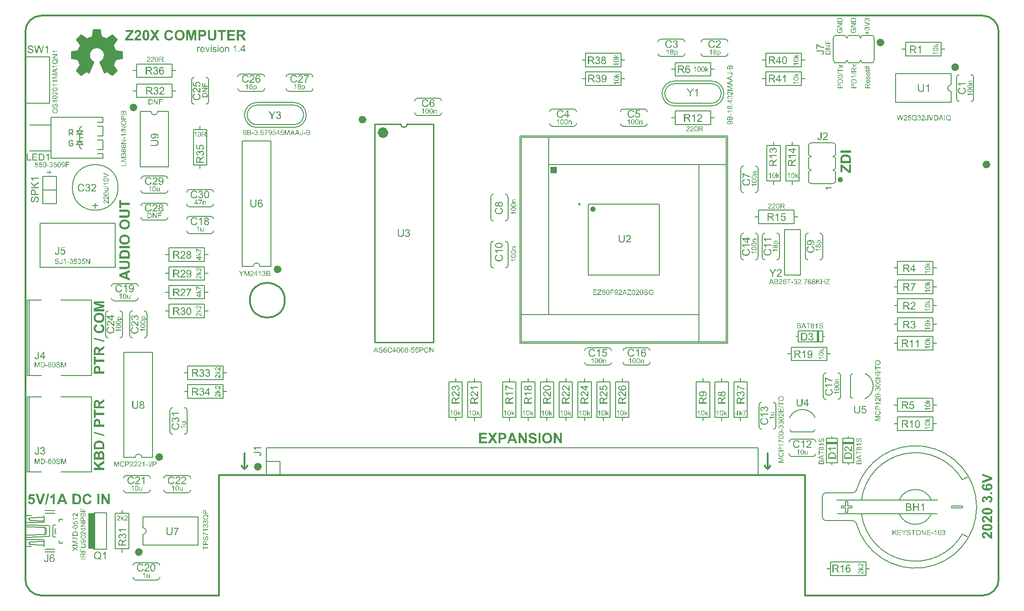
<source format=gto>
G04 Layer_Color=65535*
%FSLAX44Y44*%
%MOMM*%
G71*
G01*
G75*
%ADD14C,0.2000*%
%ADD15C,0.2500*%
%ADD16C,0.5000*%
%ADD17C,1.0000*%
%ADD21C,0.3500*%
%ADD48C,0.7500*%
%ADD49C,0.2540*%
%ADD50C,0.1500*%
%ADD51C,0.2032*%
%ADD52C,0.0254*%
%ADD53C,0.1524*%
%ADD54R,0.9850X6.7150*%
%ADD55R,1.2500X1.2750*%
G36*
X319639Y-348917D02*
X320932D01*
Y-349994D01*
X319639D01*
Y-352291D01*
X318458D01*
Y-349994D01*
X314287D01*
Y-348917D01*
X318673Y-342684D01*
X319639D01*
Y-348917D01*
D02*
G37*
G36*
X328430Y-343724D02*
X328421Y-343733D01*
X328393Y-343771D01*
X328336Y-343827D01*
X328271Y-343902D01*
X328186Y-344005D01*
X328093Y-344118D01*
X327980Y-344258D01*
X327858Y-344418D01*
X327727Y-344596D01*
X327577Y-344793D01*
X327427Y-345008D01*
X327268Y-345243D01*
X327108Y-345486D01*
X326940Y-345749D01*
X326771Y-346030D01*
X326602Y-346330D01*
X326593Y-346348D01*
X326565Y-346405D01*
X326518Y-346489D01*
X326452Y-346611D01*
X326377Y-346752D01*
X326293Y-346930D01*
X326199Y-347126D01*
X326096Y-347351D01*
X325984Y-347595D01*
X325871Y-347848D01*
X325750Y-348129D01*
X325637Y-348410D01*
X325525Y-348710D01*
X325412Y-349020D01*
X325309Y-349338D01*
X325215Y-349657D01*
Y-349666D01*
X325196Y-349713D01*
X325178Y-349779D01*
X325159Y-349863D01*
X325131Y-349976D01*
X325093Y-350116D01*
X325065Y-350266D01*
X325028Y-350435D01*
X324990Y-350622D01*
X324953Y-350829D01*
X324915Y-351044D01*
X324878Y-351278D01*
X324840Y-351513D01*
X324812Y-351766D01*
X324765Y-352291D01*
X323556D01*
Y-352281D01*
Y-352234D01*
X323566Y-352178D01*
Y-352094D01*
X323575Y-351981D01*
X323584Y-351850D01*
X323603Y-351700D01*
X323622Y-351531D01*
X323641Y-351335D01*
X323669Y-351129D01*
X323706Y-350904D01*
X323753Y-350669D01*
X323800Y-350407D01*
X323856Y-350144D01*
X323922Y-349854D01*
X323997Y-349563D01*
Y-349554D01*
X324006Y-349544D01*
X324016Y-349488D01*
X324044Y-349404D01*
X324072Y-349291D01*
X324119Y-349142D01*
X324175Y-348973D01*
X324231Y-348785D01*
X324306Y-348570D01*
X324390Y-348345D01*
X324484Y-348101D01*
X324578Y-347839D01*
X324690Y-347576D01*
X324934Y-347023D01*
X325215Y-346461D01*
X325225Y-346442D01*
X325253Y-346395D01*
X325300Y-346320D01*
X325356Y-346208D01*
X325431Y-346086D01*
X325515Y-345936D01*
X325618Y-345767D01*
X325731Y-345589D01*
X325853Y-345392D01*
X325984Y-345186D01*
X326265Y-344765D01*
X326584Y-344343D01*
X326743Y-344137D01*
X326912Y-343940D01*
X322216D01*
Y-342806D01*
X328430D01*
Y-343724D01*
D02*
G37*
G36*
X333351Y-345177D02*
X333416D01*
X333576Y-345196D01*
X333754Y-345224D01*
X333941Y-345271D01*
X334147Y-345327D01*
X334344Y-345402D01*
X334354D01*
X334363Y-345411D01*
X334391Y-345420D01*
X334428Y-345439D01*
X334522Y-345495D01*
X334644Y-345561D01*
X334766Y-345645D01*
X334897Y-345749D01*
X335019Y-345861D01*
X335131Y-345992D01*
X335141Y-346011D01*
X335178Y-346058D01*
X335225Y-346133D01*
X335281Y-346236D01*
X335338Y-346367D01*
X335403Y-346517D01*
X335460Y-346676D01*
X335506Y-346864D01*
Y-346883D01*
X335516Y-346930D01*
X335525Y-347014D01*
X335535Y-347070D01*
X335544Y-347126D01*
Y-347201D01*
X335553Y-347286D01*
Y-347379D01*
X335563Y-347492D01*
Y-347604D01*
X335572Y-347726D01*
Y-347867D01*
Y-348017D01*
Y-352291D01*
X334391D01*
Y-348054D01*
Y-348045D01*
Y-348026D01*
Y-347989D01*
Y-347932D01*
Y-347876D01*
X334382Y-347811D01*
X334372Y-347651D01*
X334354Y-347473D01*
X334335Y-347295D01*
X334297Y-347126D01*
X334250Y-346976D01*
X334241Y-346958D01*
X334222Y-346920D01*
X334185Y-346855D01*
X334138Y-346770D01*
X334072Y-346676D01*
X333988Y-346583D01*
X333885Y-346489D01*
X333763Y-346405D01*
X333744Y-346395D01*
X333698Y-346367D01*
X333632Y-346339D01*
X333529Y-346292D01*
X333407Y-346255D01*
X333266Y-346227D01*
X333107Y-346199D01*
X332938Y-346189D01*
X332863D01*
X332817Y-346199D01*
X332751Y-346208D01*
X332676Y-346217D01*
X332498Y-346245D01*
X332292Y-346311D01*
X332076Y-346395D01*
X331964Y-346451D01*
X331860Y-346517D01*
X331748Y-346592D01*
X331645Y-346676D01*
X331636Y-346686D01*
X331626Y-346695D01*
X331598Y-346733D01*
X331561Y-346770D01*
X331523Y-346826D01*
X331476Y-346901D01*
X331420Y-346986D01*
X331373Y-347080D01*
X331326Y-347192D01*
X331270Y-347323D01*
X331223Y-347473D01*
X331186Y-347642D01*
X331148Y-347820D01*
X331129Y-348026D01*
X331111Y-348242D01*
X331101Y-348485D01*
Y-352291D01*
X329920D01*
Y-345327D01*
X330979D01*
Y-346320D01*
X330989Y-346311D01*
X331017Y-346273D01*
X331064Y-346217D01*
X331120Y-346142D01*
X331204Y-346049D01*
X331298Y-345955D01*
X331411Y-345852D01*
X331542Y-345739D01*
X331692Y-345636D01*
X331851Y-345533D01*
X332038Y-345430D01*
X332235Y-345346D01*
X332451Y-345271D01*
X332676Y-345214D01*
X332929Y-345177D01*
X333191Y-345168D01*
X333294D01*
X333351Y-345177D01*
D02*
G37*
G36*
X314508Y-325681D02*
X314687Y-325695D01*
X314893Y-325723D01*
X315126Y-325764D01*
X315388Y-325805D01*
X315649Y-325860D01*
X315937Y-325929D01*
X316239Y-326025D01*
X316528Y-326121D01*
X316830Y-326245D01*
X317133Y-326396D01*
X317421Y-326561D01*
X317696Y-326753D01*
X317710Y-326767D01*
X317765Y-326808D01*
X317833Y-326863D01*
X317930Y-326946D01*
X318053Y-327056D01*
X318177Y-327193D01*
X318328Y-327358D01*
X318493Y-327537D01*
X318658Y-327743D01*
X318823Y-327962D01*
X318988Y-328210D01*
X319153Y-328485D01*
X319318Y-328773D01*
X319469Y-329089D01*
X319592Y-329419D01*
X319716Y-329776D01*
X317875Y-330202D01*
Y-330189D01*
X317847Y-330134D01*
X317820Y-330051D01*
X317779Y-329955D01*
X317737Y-329831D01*
X317669Y-329680D01*
X317600Y-329529D01*
X317518Y-329350D01*
X317311Y-328993D01*
X317064Y-328622D01*
X316775Y-328279D01*
X316611Y-328114D01*
X316446Y-327976D01*
X316432Y-327962D01*
X316404Y-327949D01*
X316350Y-327908D01*
X316281Y-327866D01*
X316185Y-327811D01*
X316075Y-327756D01*
X315951Y-327688D01*
X315800Y-327619D01*
X315649Y-327550D01*
X315470Y-327482D01*
X315278Y-327427D01*
X315072Y-327372D01*
X314618Y-327289D01*
X314371Y-327276D01*
X314110Y-327262D01*
X313958D01*
X313835Y-327276D01*
X313697Y-327289D01*
X313533Y-327303D01*
X313354Y-327330D01*
X313162Y-327358D01*
X312722Y-327454D01*
X312502Y-327509D01*
X312268Y-327592D01*
X312048Y-327688D01*
X311815Y-327784D01*
X311595Y-327908D01*
X311389Y-328045D01*
X311375Y-328059D01*
X311348Y-328086D01*
X311293Y-328127D01*
X311210Y-328182D01*
X311128Y-328265D01*
X311018Y-328361D01*
X310908Y-328471D01*
X310798Y-328595D01*
X310660Y-328746D01*
X310537Y-328897D01*
X310413Y-329076D01*
X310289Y-329268D01*
X310166Y-329460D01*
X310056Y-329680D01*
X309960Y-329900D01*
X309863Y-330147D01*
Y-330161D01*
X309850Y-330202D01*
X309822Y-330271D01*
X309795Y-330367D01*
X309767Y-330491D01*
X309726Y-330628D01*
X309685Y-330793D01*
X309644Y-330972D01*
X309602Y-331164D01*
X309561Y-331384D01*
X309492Y-331838D01*
X309438Y-332332D01*
X309424Y-332841D01*
Y-332854D01*
Y-332923D01*
Y-333019D01*
X309438Y-333143D01*
Y-333294D01*
X309451Y-333487D01*
X309465Y-333679D01*
X309492Y-333913D01*
X309520Y-334146D01*
X309548Y-334394D01*
X309644Y-334929D01*
X309767Y-335465D01*
X309946Y-335988D01*
Y-336001D01*
X309973Y-336043D01*
X310001Y-336111D01*
X310042Y-336207D01*
X310097Y-336317D01*
X310166Y-336441D01*
X310345Y-336730D01*
X310578Y-337059D01*
X310853Y-337389D01*
X311183Y-337705D01*
X311375Y-337843D01*
X311567Y-337980D01*
X311581Y-337994D01*
X311622Y-338008D01*
X311677Y-338035D01*
X311760Y-338076D01*
X311856Y-338131D01*
X311980Y-338186D01*
X312117Y-338241D01*
X312282Y-338310D01*
X312447Y-338365D01*
X312639Y-338433D01*
X313038Y-338530D01*
X313491Y-338612D01*
X313725Y-338626D01*
X313958Y-338640D01*
X314110D01*
X314219Y-338626D01*
X314357Y-338612D01*
X314508Y-338598D01*
X314687Y-338571D01*
X314879Y-338530D01*
X315291Y-338420D01*
X315511Y-338351D01*
X315745Y-338269D01*
X315965Y-338159D01*
X316185Y-338035D01*
X316404Y-337898D01*
X316611Y-337746D01*
X316624Y-337733D01*
X316652Y-337705D01*
X316721Y-337650D01*
X316789Y-337581D01*
X316872Y-337485D01*
X316982Y-337362D01*
X317092Y-337224D01*
X317201Y-337073D01*
X317325Y-336894D01*
X317449Y-336688D01*
X317572Y-336469D01*
X317696Y-336235D01*
X317806Y-335974D01*
X317902Y-335685D01*
X317998Y-335383D01*
X318081Y-335067D01*
X319950Y-335534D01*
Y-335561D01*
X319922Y-335630D01*
X319881Y-335754D01*
X319840Y-335905D01*
X319771Y-336097D01*
X319689Y-336317D01*
X319579Y-336565D01*
X319469Y-336826D01*
X319331Y-337114D01*
X319180Y-337403D01*
X319002Y-337691D01*
X318809Y-337980D01*
X318589Y-338269D01*
X318369Y-338543D01*
X318108Y-338805D01*
X317833Y-339038D01*
X317820Y-339052D01*
X317765Y-339093D01*
X317682Y-339148D01*
X317559Y-339230D01*
X317407Y-339313D01*
X317229Y-339409D01*
X317023Y-339519D01*
X316803Y-339629D01*
X316542Y-339753D01*
X316253Y-339849D01*
X315951Y-339959D01*
X315621Y-340041D01*
X315264Y-340124D01*
X314907Y-340179D01*
X314508Y-340220D01*
X314110Y-340234D01*
X313890D01*
X313725Y-340220D01*
X313533Y-340206D01*
X313313Y-340179D01*
X313065Y-340151D01*
X312790Y-340124D01*
X312502Y-340069D01*
X312200Y-340014D01*
X311897Y-339931D01*
X311581Y-339849D01*
X311279Y-339739D01*
X310963Y-339615D01*
X310674Y-339478D01*
X310399Y-339313D01*
X310386Y-339299D01*
X310345Y-339272D01*
X310262Y-339217D01*
X310166Y-339134D01*
X310042Y-339052D01*
X309918Y-338928D01*
X309767Y-338791D01*
X309602Y-338626D01*
X309424Y-338447D01*
X309245Y-338255D01*
X309067Y-338035D01*
X308888Y-337788D01*
X308723Y-337527D01*
X308544Y-337252D01*
X308393Y-336949D01*
X308242Y-336633D01*
X308228Y-336606D01*
X308214Y-336551D01*
X308173Y-336455D01*
X308132Y-336331D01*
X308077Y-336166D01*
X308008Y-335974D01*
X307940Y-335754D01*
X307871Y-335507D01*
X307802Y-335232D01*
X307734Y-334943D01*
X307679Y-334627D01*
X307610Y-334297D01*
X307569Y-333954D01*
X307528Y-333596D01*
X307514Y-333226D01*
X307500Y-332854D01*
Y-332827D01*
Y-332758D01*
Y-332635D01*
X307514Y-332483D01*
X307528Y-332291D01*
X307541Y-332071D01*
X307569Y-331824D01*
X307610Y-331549D01*
X307651Y-331260D01*
X307706Y-330958D01*
X307775Y-330628D01*
X307857Y-330312D01*
X307953Y-329982D01*
X308063Y-329653D01*
X308187Y-329337D01*
X308338Y-329021D01*
X308352Y-329007D01*
X308379Y-328952D01*
X308421Y-328856D01*
X308489Y-328746D01*
X308586Y-328608D01*
X308682Y-328457D01*
X308805Y-328279D01*
X308957Y-328086D01*
X309108Y-327894D01*
X309286Y-327688D01*
X309492Y-327482D01*
X309699Y-327276D01*
X309932Y-327069D01*
X310180Y-326877D01*
X310441Y-326685D01*
X310729Y-326520D01*
X310743Y-326506D01*
X310798Y-326479D01*
X310880Y-326437D01*
X311004Y-326382D01*
X311141Y-326327D01*
X311320Y-326245D01*
X311513Y-326176D01*
X311746Y-326094D01*
X311980Y-326011D01*
X312241Y-325943D01*
X312529Y-325860D01*
X312832Y-325805D01*
X313148Y-325750D01*
X313464Y-325709D01*
X313807Y-325681D01*
X314151Y-325668D01*
X314357D01*
X314508Y-325681D01*
D02*
G37*
G36*
X249913Y-327145D02*
X248854D01*
Y-326132D01*
X248845Y-326142D01*
X248817Y-326179D01*
X248770Y-326245D01*
X248704Y-326311D01*
X248620Y-326404D01*
X248526Y-326507D01*
X248404Y-326610D01*
X248273Y-326713D01*
X248123Y-326826D01*
X247954Y-326929D01*
X247776Y-327032D01*
X247579Y-327117D01*
X247373Y-327192D01*
X247148Y-327257D01*
X246905Y-327295D01*
X246651Y-327304D01*
X246548D01*
X246492Y-327295D01*
X246427D01*
X246276Y-327276D01*
X246098Y-327248D01*
X245902Y-327201D01*
X245705Y-327145D01*
X245499Y-327070D01*
X245489D01*
X245480Y-327060D01*
X245452Y-327042D01*
X245414Y-327023D01*
X245320Y-326976D01*
X245199Y-326910D01*
X245068Y-326826D01*
X244936Y-326723D01*
X244814Y-326610D01*
X244702Y-326479D01*
X244693Y-326460D01*
X244664Y-326414D01*
X244618Y-326339D01*
X244561Y-326236D01*
X244505Y-326114D01*
X244449Y-325964D01*
X244393Y-325795D01*
X244346Y-325608D01*
Y-325589D01*
X244336Y-325542D01*
X244327Y-325458D01*
X244318Y-325336D01*
X244299Y-325176D01*
X244289Y-324989D01*
X244280Y-324764D01*
Y-324502D01*
Y-320181D01*
X245461D01*
Y-324052D01*
Y-324061D01*
Y-324089D01*
Y-324136D01*
Y-324202D01*
Y-324277D01*
Y-324361D01*
X245471Y-324558D01*
X245480Y-324764D01*
X245489Y-324970D01*
X245499Y-325064D01*
X245508Y-325148D01*
X245517Y-325233D01*
X245527Y-325298D01*
Y-325308D01*
X245536Y-325317D01*
X245555Y-325373D01*
X245583Y-325458D01*
X245630Y-325561D01*
X245695Y-325682D01*
X245770Y-325804D01*
X245874Y-325926D01*
X245995Y-326029D01*
X246014Y-326039D01*
X246061Y-326067D01*
X246136Y-326114D01*
X246248Y-326161D01*
X246370Y-326207D01*
X246530Y-326254D01*
X246698Y-326282D01*
X246886Y-326292D01*
X246980D01*
X247073Y-326273D01*
X247204Y-326254D01*
X247354Y-326226D01*
X247523Y-326179D01*
X247692Y-326114D01*
X247870Y-326020D01*
X247879D01*
X247889Y-326011D01*
X247945Y-325973D01*
X248029Y-325908D01*
X248132Y-325823D01*
X248235Y-325720D01*
X248348Y-325589D01*
X248451Y-325448D01*
X248535Y-325280D01*
Y-325270D01*
X248545Y-325261D01*
X248554Y-325233D01*
X248563Y-325195D01*
X248582Y-325139D01*
X248601Y-325083D01*
X248620Y-325017D01*
X248638Y-324933D01*
X248648Y-324839D01*
X248666Y-324745D01*
X248685Y-324633D01*
X248704Y-324511D01*
X248713Y-324380D01*
X248723Y-324230D01*
X248732Y-324080D01*
Y-323921D01*
Y-320181D01*
X249913D01*
Y-327145D01*
D02*
G37*
G36*
X337360Y-325874D02*
X337470Y-325888D01*
X337607Y-325901D01*
X337745Y-325915D01*
X338047Y-325970D01*
X338377Y-326053D01*
X338721Y-326176D01*
X339050Y-326327D01*
X339064D01*
X339091Y-326355D01*
X339133Y-326368D01*
X339201Y-326410D01*
X339353Y-326520D01*
X339559Y-326657D01*
X339779Y-326850D01*
X340012Y-327069D01*
X340246Y-327344D01*
X340466Y-327646D01*
Y-327660D01*
X340493Y-327688D01*
X340521Y-327729D01*
X340562Y-327798D01*
X340603Y-327880D01*
X340658Y-327976D01*
X340713Y-328100D01*
X340782Y-328224D01*
X340850Y-328375D01*
X340919Y-328526D01*
X341057Y-328883D01*
X341208Y-329296D01*
X341331Y-329735D01*
Y-329749D01*
X341345Y-329790D01*
X341359Y-329859D01*
X341386Y-329955D01*
X341414Y-330079D01*
X341441Y-330230D01*
X341469Y-330409D01*
X341496Y-330615D01*
X341524Y-330835D01*
X341551Y-331096D01*
X341579Y-331357D01*
X341606Y-331659D01*
X341634Y-331975D01*
X341647Y-332319D01*
X341661Y-332676D01*
Y-333061D01*
Y-333088D01*
Y-333171D01*
Y-333294D01*
X341647Y-333473D01*
Y-333679D01*
X341634Y-333926D01*
X341620Y-334187D01*
X341592Y-334490D01*
X341565Y-334806D01*
X341537Y-335122D01*
X341441Y-335795D01*
X341318Y-336455D01*
X341235Y-336757D01*
X341139Y-337059D01*
Y-337073D01*
X341111Y-337128D01*
X341084Y-337211D01*
X341043Y-337307D01*
X340988Y-337444D01*
X340919Y-337581D01*
X340850Y-337746D01*
X340754Y-337925D01*
X340548Y-338296D01*
X340287Y-338695D01*
X339971Y-339066D01*
X339792Y-339244D01*
X339614Y-339409D01*
X339600Y-339423D01*
X339572Y-339450D01*
X339518Y-339492D01*
X339435Y-339533D01*
X339339Y-339602D01*
X339215Y-339670D01*
X339078Y-339739D01*
X338927Y-339821D01*
X338748Y-339904D01*
X338556Y-339972D01*
X338349Y-340041D01*
X338116Y-340110D01*
X337882Y-340151D01*
X337621Y-340192D01*
X337360Y-340220D01*
X337071Y-340234D01*
X336975D01*
X336879Y-340220D01*
X336728Y-340206D01*
X336563Y-340192D01*
X336357Y-340151D01*
X336137Y-340110D01*
X335904Y-340055D01*
X335656Y-339972D01*
X335395Y-339876D01*
X335120Y-339766D01*
X334859Y-339629D01*
X334598Y-339464D01*
X334337Y-339272D01*
X334090Y-339038D01*
X333870Y-338791D01*
X333856Y-338763D01*
X333815Y-338708D01*
X333746Y-338598D01*
X333650Y-338447D01*
X333554Y-338255D01*
X333430Y-338021D01*
X333306Y-337733D01*
X333183Y-337403D01*
X333045Y-337032D01*
X332922Y-336606D01*
X332798Y-336139D01*
X332702Y-335630D01*
X332606Y-335053D01*
X332537Y-334449D01*
X332496Y-333775D01*
X332482Y-333061D01*
Y-333047D01*
Y-333033D01*
Y-332951D01*
Y-332813D01*
X332496Y-332648D01*
Y-332429D01*
X332509Y-332195D01*
X332523Y-331920D01*
X332551Y-331618D01*
X332578Y-331302D01*
X332606Y-330972D01*
X332702Y-330312D01*
X332825Y-329639D01*
X332908Y-329337D01*
X332990Y-329034D01*
Y-329021D01*
X333018Y-328966D01*
X333045Y-328883D01*
X333087Y-328787D01*
X333141Y-328650D01*
X333210Y-328512D01*
X333279Y-328347D01*
X333375Y-328169D01*
X333581Y-327784D01*
X333842Y-327399D01*
X334158Y-327028D01*
X334337Y-326850D01*
X334516Y-326685D01*
X334529Y-326671D01*
X334557Y-326643D01*
X334626Y-326602D01*
X334694Y-326561D01*
X334804Y-326492D01*
X334914Y-326423D01*
X335065Y-326355D01*
X335216Y-326272D01*
X335395Y-326190D01*
X335587Y-326121D01*
X335793Y-326053D01*
X336027Y-325984D01*
X336261Y-325943D01*
X336522Y-325901D01*
X336783Y-325874D01*
X337071Y-325860D01*
X337264D01*
X337360Y-325874D01*
D02*
G37*
G36*
X326161D02*
X326271D01*
X326381Y-325888D01*
X326518Y-325901D01*
X326669Y-325915D01*
X326999Y-325984D01*
X327343Y-326066D01*
X327714Y-326190D01*
X328085Y-326355D01*
X328098D01*
X328126Y-326382D01*
X328181Y-326410D01*
X328250Y-326451D01*
X328332Y-326492D01*
X328414Y-326561D01*
X328634Y-326712D01*
X328882Y-326904D01*
X329129Y-327138D01*
X329363Y-327413D01*
X329569Y-327715D01*
Y-327729D01*
X329596Y-327756D01*
X329624Y-327798D01*
X329651Y-327866D01*
X329692Y-327935D01*
X329734Y-328031D01*
X329830Y-328265D01*
X329926Y-328526D01*
X330008Y-328842D01*
X330063Y-329172D01*
X330091Y-329529D01*
Y-329543D01*
Y-329570D01*
Y-329612D01*
X330077Y-329680D01*
Y-329763D01*
X330063Y-329859D01*
X330036Y-330079D01*
X329967Y-330340D01*
X329885Y-330615D01*
X329761Y-330903D01*
X329596Y-331192D01*
Y-331205D01*
X329569Y-331219D01*
X329541Y-331260D01*
X329500Y-331315D01*
X329390Y-331453D01*
X329225Y-331618D01*
X329019Y-331810D01*
X328772Y-332002D01*
X328483Y-332195D01*
X328140Y-332374D01*
X328153D01*
X328195Y-332387D01*
X328263Y-332401D01*
X328346Y-332429D01*
X328456Y-332470D01*
X328566Y-332511D01*
X328854Y-332635D01*
X329156Y-332786D01*
X329486Y-333006D01*
X329802Y-333253D01*
X329940Y-333404D01*
X330077Y-333569D01*
X330091Y-333583D01*
X330105Y-333610D01*
X330146Y-333665D01*
X330187Y-333734D01*
X330242Y-333816D01*
X330297Y-333926D01*
X330366Y-334050D01*
X330434Y-334187D01*
X330489Y-334352D01*
X330558Y-334517D01*
X330613Y-334710D01*
X330668Y-334902D01*
X330750Y-335342D01*
X330764Y-335589D01*
X330778Y-335836D01*
Y-335850D01*
Y-335919D01*
X330764Y-336015D01*
Y-336139D01*
X330737Y-336304D01*
X330709Y-336482D01*
X330668Y-336688D01*
X330613Y-336922D01*
X330544Y-337155D01*
X330448Y-337403D01*
X330338Y-337664D01*
X330215Y-337925D01*
X330050Y-338186D01*
X329871Y-338461D01*
X329665Y-338708D01*
X329431Y-338956D01*
X329417Y-338969D01*
X329376Y-339011D01*
X329294Y-339079D01*
X329184Y-339148D01*
X329060Y-339258D01*
X328895Y-339354D01*
X328717Y-339478D01*
X328497Y-339588D01*
X328263Y-339711D01*
X328002Y-339835D01*
X327727Y-339931D01*
X327425Y-340028D01*
X327109Y-340110D01*
X326765Y-340179D01*
X326408Y-340220D01*
X326023Y-340234D01*
X325941D01*
X325845Y-340220D01*
X325721D01*
X325556Y-340206D01*
X325378Y-340179D01*
X325171Y-340137D01*
X324938Y-340096D01*
X324704Y-340041D01*
X324457Y-339959D01*
X324196Y-339876D01*
X323949Y-339766D01*
X323687Y-339643D01*
X323426Y-339492D01*
X323179Y-339327D01*
X322945Y-339134D01*
X322932Y-339121D01*
X322890Y-339079D01*
X322835Y-339024D01*
X322753Y-338928D01*
X322657Y-338818D01*
X322547Y-338695D01*
X322437Y-338543D01*
X322313Y-338365D01*
X322190Y-338172D01*
X322066Y-337952D01*
X321956Y-337719D01*
X321846Y-337458D01*
X321750Y-337183D01*
X321667Y-336894D01*
X321599Y-336592D01*
X321557Y-336262D01*
X323289Y-336029D01*
Y-336043D01*
X323303Y-336097D01*
X323316Y-336166D01*
X323344Y-336276D01*
X323371Y-336386D01*
X323413Y-336537D01*
X323467Y-336688D01*
X323522Y-336853D01*
X323660Y-337197D01*
X323839Y-337554D01*
X324045Y-337884D01*
X324168Y-338021D01*
X324292Y-338159D01*
X324306D01*
X324319Y-338186D01*
X324361Y-338214D01*
X324416Y-338255D01*
X324484Y-338310D01*
X324567Y-338365D01*
X324773Y-338475D01*
X325034Y-338598D01*
X325336Y-338708D01*
X325666Y-338777D01*
X325845Y-338791D01*
X326037Y-338805D01*
X326161D01*
X326243Y-338791D01*
X326353Y-338777D01*
X326463Y-338763D01*
X326600Y-338736D01*
X326752Y-338695D01*
X327081Y-338598D01*
X327246Y-338530D01*
X327425Y-338447D01*
X327604Y-338351D01*
X327769Y-338241D01*
X327934Y-338117D01*
X328098Y-337966D01*
X328112Y-337952D01*
X328140Y-337925D01*
X328181Y-337884D01*
X328236Y-337815D01*
X328291Y-337733D01*
X328359Y-337636D01*
X328442Y-337527D01*
X328524Y-337389D01*
X328593Y-337252D01*
X328675Y-337087D01*
X328813Y-336730D01*
X328854Y-336537D01*
X328895Y-336331D01*
X328923Y-336111D01*
X328937Y-335878D01*
Y-335864D01*
Y-335823D01*
Y-335768D01*
X328923Y-335672D01*
X328909Y-335575D01*
X328895Y-335452D01*
X328868Y-335328D01*
X328840Y-335177D01*
X328744Y-334874D01*
X328689Y-334710D01*
X328607Y-334545D01*
X328511Y-334380D01*
X328414Y-334215D01*
X328291Y-334064D01*
X328153Y-333913D01*
X328140Y-333899D01*
X328112Y-333885D01*
X328071Y-333844D01*
X328016Y-333789D01*
X327934Y-333734D01*
X327837Y-333665D01*
X327741Y-333596D01*
X327617Y-333528D01*
X327480Y-333459D01*
X327329Y-333390D01*
X326985Y-333267D01*
X326600Y-333171D01*
X326394Y-333157D01*
X326175Y-333143D01*
X326092D01*
X325982Y-333157D01*
X325845Y-333171D01*
X325666Y-333184D01*
X325460Y-333212D01*
X325226Y-333267D01*
X324965Y-333322D01*
X325158Y-331810D01*
X325185D01*
X325254Y-331824D01*
X325350Y-331838D01*
X325542D01*
X325625Y-331824D01*
X325721D01*
X325831Y-331810D01*
X325955Y-331783D01*
X326092Y-331769D01*
X326408Y-331700D01*
X326738Y-331590D01*
X327081Y-331453D01*
X327425Y-331260D01*
X327439Y-331247D01*
X327466Y-331233D01*
X327508Y-331205D01*
X327562Y-331151D01*
X327631Y-331096D01*
X327714Y-331013D01*
X327782Y-330931D01*
X327878Y-330821D01*
X327961Y-330711D01*
X328030Y-330573D01*
X328112Y-330422D01*
X328181Y-330271D01*
X328236Y-330093D01*
X328277Y-329900D01*
X328304Y-329708D01*
X328318Y-329488D01*
Y-329474D01*
Y-329447D01*
Y-329392D01*
X328304Y-329323D01*
Y-329240D01*
X328291Y-329144D01*
X328236Y-328924D01*
X328167Y-328677D01*
X328043Y-328416D01*
X327892Y-328155D01*
X327782Y-328031D01*
X327672Y-327908D01*
X327659Y-327894D01*
X327645Y-327880D01*
X327604Y-327853D01*
X327562Y-327811D01*
X327411Y-327701D01*
X327219Y-327592D01*
X326985Y-327482D01*
X326697Y-327372D01*
X326367Y-327303D01*
X326202Y-327276D01*
X325914D01*
X325845Y-327289D01*
X325749D01*
X325652Y-327303D01*
X325419Y-327358D01*
X325144Y-327427D01*
X324869Y-327550D01*
X324581Y-327701D01*
X324443Y-327811D01*
X324319Y-327921D01*
X324306Y-327935D01*
X324292Y-327949D01*
X324251Y-327990D01*
X324210Y-328045D01*
X324155Y-328100D01*
X324100Y-328182D01*
X324031Y-328279D01*
X323962Y-328388D01*
X323894Y-328526D01*
X323811Y-328663D01*
X323742Y-328815D01*
X323674Y-328993D01*
X323619Y-329172D01*
X323550Y-329378D01*
X323509Y-329584D01*
X323467Y-329818D01*
X321736Y-329515D01*
Y-329502D01*
X321750Y-329433D01*
X321777Y-329350D01*
X321805Y-329227D01*
X321846Y-329089D01*
X321901Y-328911D01*
X321956Y-328732D01*
X322038Y-328526D01*
X322121Y-328320D01*
X322231Y-328100D01*
X322341Y-327866D01*
X322478Y-327646D01*
X322616Y-327427D01*
X322780Y-327207D01*
X322973Y-327014D01*
X323165Y-326822D01*
X323179Y-326808D01*
X323220Y-326781D01*
X323275Y-326740D01*
X323371Y-326671D01*
X323481Y-326602D01*
X323605Y-326520D01*
X323770Y-326423D01*
X323935Y-326341D01*
X324127Y-326245D01*
X324347Y-326162D01*
X324581Y-326080D01*
X324828Y-326011D01*
X325089Y-325943D01*
X325364Y-325901D01*
X325666Y-325874D01*
X325968Y-325860D01*
X326078D01*
X326161Y-325874D01*
D02*
G37*
G36*
X127346Y-313374D02*
X127498D01*
X127662Y-313388D01*
X127855Y-313415D01*
X128075Y-313456D01*
X128322Y-313498D01*
X128569Y-313566D01*
X128830Y-313635D01*
X129105Y-313731D01*
X129366Y-313841D01*
X129641Y-313965D01*
X129888Y-314116D01*
X130136Y-314294D01*
X130369Y-314487D01*
X130383Y-314501D01*
X130424Y-314542D01*
X130479Y-314597D01*
X130548Y-314693D01*
X130644Y-314803D01*
X130740Y-314927D01*
X130850Y-315078D01*
X130960Y-315256D01*
X131070Y-315449D01*
X131180Y-315669D01*
X131276Y-315889D01*
X131373Y-316136D01*
X131441Y-316397D01*
X131496Y-316686D01*
X131538Y-316974D01*
X131551Y-317276D01*
Y-317290D01*
Y-317318D01*
Y-317359D01*
Y-317414D01*
X131538Y-317496D01*
Y-317579D01*
X131510Y-317799D01*
X131469Y-318046D01*
X131400Y-318335D01*
X131318Y-318637D01*
X131194Y-318939D01*
Y-318953D01*
X131180Y-318980D01*
X131153Y-319022D01*
X131125Y-319076D01*
X131084Y-319159D01*
X131043Y-319241D01*
X130919Y-319461D01*
X130768Y-319709D01*
X130562Y-320011D01*
X130328Y-320327D01*
X130040Y-320657D01*
X130026Y-320671D01*
X129998Y-320698D01*
X129957Y-320753D01*
X129888Y-320822D01*
X129792Y-320918D01*
X129696Y-321028D01*
X129559Y-321152D01*
X129408Y-321303D01*
X129243Y-321468D01*
X129037Y-321660D01*
X128830Y-321866D01*
X128583Y-322086D01*
X128322Y-322319D01*
X128033Y-322581D01*
X127717Y-322842D01*
X127388Y-323130D01*
X127374Y-323144D01*
X127319Y-323185D01*
X127236Y-323254D01*
X127140Y-323336D01*
X127016Y-323446D01*
X126879Y-323570D01*
X126549Y-323845D01*
X126220Y-324133D01*
X125890Y-324422D01*
X125739Y-324559D01*
X125601Y-324697D01*
X125478Y-324807D01*
X125381Y-324903D01*
X125368Y-324917D01*
X125313Y-324985D01*
X125230Y-325081D01*
X125120Y-325191D01*
X125010Y-325343D01*
X124887Y-325494D01*
X124763Y-325659D01*
X124653Y-325837D01*
X131565D01*
Y-327500D01*
X122262D01*
Y-327486D01*
Y-327472D01*
Y-327390D01*
Y-327280D01*
X122276Y-327115D01*
X122303Y-326937D01*
X122331Y-326730D01*
X122386Y-326524D01*
X122454Y-326305D01*
Y-326291D01*
X122468Y-326263D01*
X122496Y-326208D01*
X122523Y-326140D01*
X122564Y-326057D01*
X122605Y-325961D01*
X122729Y-325714D01*
X122894Y-325425D01*
X123087Y-325109D01*
X123320Y-324779D01*
X123595Y-324436D01*
X123609Y-324422D01*
X123636Y-324394D01*
X123677Y-324339D01*
X123746Y-324271D01*
X123828Y-324188D01*
X123925Y-324078D01*
X124035Y-323955D01*
X124172Y-323817D01*
X124323Y-323680D01*
X124488Y-323515D01*
X124681Y-323336D01*
X124873Y-323144D01*
X125093Y-322952D01*
X125326Y-322746D01*
X125587Y-322526D01*
X125849Y-322306D01*
X125876Y-322278D01*
X125945Y-322223D01*
X126068Y-322127D01*
X126220Y-321990D01*
X126412Y-321838D01*
X126618Y-321646D01*
X126852Y-321440D01*
X127099Y-321220D01*
X127621Y-320739D01*
X128130Y-320244D01*
X128363Y-319997D01*
X128583Y-319750D01*
X128789Y-319530D01*
X128954Y-319310D01*
X128968Y-319296D01*
X128995Y-319255D01*
X129037Y-319200D01*
X129078Y-319118D01*
X129146Y-319022D01*
X129215Y-318912D01*
X129284Y-318774D01*
X129366Y-318637D01*
X129517Y-318321D01*
X129655Y-317977D01*
X129696Y-317785D01*
X129737Y-317606D01*
X129765Y-317414D01*
X129779Y-317235D01*
Y-317221D01*
Y-317194D01*
Y-317139D01*
X129765Y-317057D01*
X129751Y-316974D01*
X129737Y-316878D01*
X129682Y-316631D01*
X129600Y-316356D01*
X129462Y-316067D01*
X129380Y-315930D01*
X129284Y-315779D01*
X129174Y-315641D01*
X129037Y-315504D01*
X129023Y-315490D01*
X129009Y-315476D01*
X128954Y-315435D01*
X128899Y-315394D01*
X128830Y-315339D01*
X128734Y-315284D01*
X128638Y-315215D01*
X128514Y-315147D01*
X128391Y-315078D01*
X128239Y-315009D01*
X127910Y-314899D01*
X127539Y-314817D01*
X127333Y-314803D01*
X127113Y-314789D01*
X126989D01*
X126907Y-314803D01*
X126797Y-314817D01*
X126673Y-314830D01*
X126536Y-314858D01*
X126398Y-314885D01*
X126068Y-314968D01*
X125739Y-315105D01*
X125574Y-315188D01*
X125409Y-315298D01*
X125258Y-315408D01*
X125106Y-315545D01*
X125093Y-315559D01*
X125079Y-315572D01*
X125038Y-315627D01*
X124997Y-315682D01*
X124942Y-315751D01*
X124873Y-315847D01*
X124804Y-315957D01*
X124735Y-316081D01*
X124667Y-316218D01*
X124598Y-316369D01*
X124543Y-316548D01*
X124474Y-316727D01*
X124433Y-316919D01*
X124392Y-317139D01*
X124378Y-317359D01*
X124364Y-317606D01*
X122592Y-317428D01*
Y-317400D01*
X122605Y-317345D01*
X122619Y-317235D01*
X122633Y-317098D01*
X122674Y-316933D01*
X122716Y-316740D01*
X122770Y-316534D01*
X122825Y-316301D01*
X122908Y-316067D01*
X123004Y-315820D01*
X123114Y-315572D01*
X123238Y-315311D01*
X123389Y-315064D01*
X123554Y-314830D01*
X123746Y-314611D01*
X123952Y-314405D01*
X123966Y-314391D01*
X124007Y-314363D01*
X124076Y-314308D01*
X124172Y-314240D01*
X124296Y-314157D01*
X124433Y-314075D01*
X124612Y-313979D01*
X124804Y-313882D01*
X125024Y-313786D01*
X125258Y-313690D01*
X125519Y-313607D01*
X125807Y-313525D01*
X126110Y-313456D01*
X126439Y-313401D01*
X126783Y-313374D01*
X127154Y-313360D01*
X127250D01*
X127346Y-313374D01*
D02*
G37*
G36*
X150548Y-328668D02*
X150689D01*
X150857Y-328677D01*
X151035Y-328687D01*
X151242Y-328705D01*
X151457Y-328724D01*
X151673Y-328743D01*
X152132Y-328809D01*
X152582Y-328893D01*
X152788Y-328949D01*
X152994Y-329015D01*
X153004D01*
X153041Y-329034D01*
X153097Y-329052D01*
X153163Y-329080D01*
X153257Y-329118D01*
X153350Y-329165D01*
X153463Y-329212D01*
X153585Y-329277D01*
X153838Y-329418D01*
X154110Y-329596D01*
X154363Y-329811D01*
X154485Y-329933D01*
X154597Y-330055D01*
X154606Y-330065D01*
X154625Y-330083D01*
X154653Y-330121D01*
X154681Y-330177D01*
X154728Y-330243D01*
X154775Y-330327D01*
X154822Y-330421D01*
X154878Y-330524D01*
X154934Y-330646D01*
X154981Y-330777D01*
X155028Y-330917D01*
X155075Y-331077D01*
X155103Y-331236D01*
X155131Y-331414D01*
X155150Y-331592D01*
X155159Y-331789D01*
Y-331808D01*
Y-331855D01*
X155150Y-331920D01*
X155141Y-332023D01*
X155131Y-332136D01*
X155103Y-332276D01*
X155075Y-332426D01*
X155037Y-332586D01*
X154981Y-332754D01*
X154916Y-332933D01*
X154841Y-333120D01*
X154747Y-333298D01*
X154635Y-333476D01*
X154503Y-333654D01*
X154344Y-333823D01*
X154175Y-333973D01*
X154157Y-333982D01*
X154119Y-334010D01*
X154044Y-334057D01*
X153941Y-334123D01*
X153810Y-334188D01*
X153650Y-334273D01*
X153454Y-334357D01*
X153229Y-334441D01*
X152976Y-334535D01*
X152685Y-334620D01*
X152366Y-334704D01*
X152020Y-334770D01*
X151626Y-334835D01*
X151214Y-334882D01*
X150754Y-334910D01*
X150267Y-334920D01*
X150098D01*
X149986Y-334910D01*
X149836D01*
X149676Y-334901D01*
X149489Y-334891D01*
X149283Y-334873D01*
X149067Y-334854D01*
X148842Y-334835D01*
X148392Y-334770D01*
X147933Y-334685D01*
X147727Y-334629D01*
X147521Y-334573D01*
X147511D01*
X147474Y-334554D01*
X147418Y-334535D01*
X147352Y-334507D01*
X147258Y-334470D01*
X147164Y-334423D01*
X147052Y-334376D01*
X146930Y-334310D01*
X146668Y-334170D01*
X146405Y-333992D01*
X146152Y-333776D01*
X146030Y-333654D01*
X145918Y-333532D01*
X145909Y-333523D01*
X145890Y-333504D01*
X145862Y-333457D01*
X145834Y-333410D01*
X145787Y-333335D01*
X145740Y-333260D01*
X145693Y-333157D01*
X145637Y-333054D01*
X145581Y-332933D01*
X145534Y-332801D01*
X145487Y-332661D01*
X145440Y-332501D01*
X145412Y-332342D01*
X145384Y-332164D01*
X145365Y-331986D01*
X145356Y-331789D01*
Y-331780D01*
Y-331752D01*
Y-331714D01*
Y-331658D01*
X145365Y-331592D01*
X145374Y-331517D01*
X145384Y-331423D01*
X145393Y-331330D01*
X145431Y-331124D01*
X145487Y-330899D01*
X145571Y-330664D01*
X145674Y-330439D01*
Y-330430D01*
X145693Y-330411D01*
X145702Y-330383D01*
X145730Y-330336D01*
X145806Y-330233D01*
X145899Y-330093D01*
X146030Y-329943D01*
X146180Y-329783D01*
X146368Y-329624D01*
X146574Y-329474D01*
X146583D01*
X146602Y-329455D01*
X146630Y-329436D01*
X146677Y-329408D01*
X146733Y-329380D01*
X146799Y-329343D01*
X146883Y-329305D01*
X146968Y-329258D01*
X147071Y-329212D01*
X147174Y-329165D01*
X147418Y-329071D01*
X147699Y-328968D01*
X147999Y-328884D01*
X148008D01*
X148036Y-328874D01*
X148083Y-328865D01*
X148149Y-328846D01*
X148233Y-328827D01*
X148336Y-328809D01*
X148458Y-328790D01*
X148598Y-328771D01*
X148749Y-328752D01*
X148926Y-328734D01*
X149105Y-328715D01*
X149311Y-328696D01*
X149526Y-328677D01*
X149761Y-328668D01*
X150004Y-328659D01*
X150426D01*
X150548Y-328668D01*
D02*
G37*
G36*
X155000Y-322576D02*
X153988D01*
X153997Y-322585D01*
X154035Y-322613D01*
X154100Y-322660D01*
X154166Y-322726D01*
X154260Y-322810D01*
X154363Y-322904D01*
X154466Y-323026D01*
X154569Y-323157D01*
X154681Y-323307D01*
X154784Y-323476D01*
X154888Y-323654D01*
X154972Y-323851D01*
X155047Y-324057D01*
X155112Y-324282D01*
X155150Y-324525D01*
X155159Y-324778D01*
Y-324788D01*
Y-324807D01*
Y-324835D01*
Y-324881D01*
X155150Y-324938D01*
Y-325003D01*
X155131Y-325153D01*
X155103Y-325331D01*
X155056Y-325528D01*
X155000Y-325725D01*
X154925Y-325931D01*
Y-325941D01*
X154916Y-325950D01*
X154897Y-325978D01*
X154878Y-326016D01*
X154831Y-326109D01*
X154766Y-326231D01*
X154681Y-326362D01*
X154578Y-326493D01*
X154466Y-326615D01*
X154334Y-326728D01*
X154316Y-326737D01*
X154269Y-326765D01*
X154194Y-326812D01*
X154091Y-326868D01*
X153969Y-326925D01*
X153819Y-326981D01*
X153650Y-327037D01*
X153463Y-327084D01*
X153444D01*
X153397Y-327093D01*
X153313Y-327103D01*
X153191Y-327112D01*
X153032Y-327131D01*
X152844Y-327140D01*
X152619Y-327150D01*
X148036D01*
Y-325969D01*
X152216D01*
X152413Y-325959D01*
X152619Y-325950D01*
X152826Y-325941D01*
X152919Y-325931D01*
X153004Y-325922D01*
X153088Y-325912D01*
X153154Y-325903D01*
X153163D01*
X153172Y-325894D01*
X153229Y-325875D01*
X153313Y-325847D01*
X153416Y-325800D01*
X153538Y-325734D01*
X153660Y-325659D01*
X153782Y-325556D01*
X153885Y-325434D01*
X153894Y-325416D01*
X153922Y-325369D01*
X153969Y-325294D01*
X154016Y-325181D01*
X154063Y-325060D01*
X154110Y-324900D01*
X154138Y-324731D01*
X154147Y-324544D01*
Y-324535D01*
Y-324516D01*
Y-324488D01*
Y-324450D01*
X154128Y-324357D01*
X154110Y-324225D01*
X154081Y-324075D01*
X154035Y-323907D01*
X153969Y-323738D01*
X153875Y-323560D01*
Y-323550D01*
X153866Y-323541D01*
X153828Y-323485D01*
X153763Y-323401D01*
X153679Y-323298D01*
X153575Y-323194D01*
X153444Y-323082D01*
X153304Y-322979D01*
X153135Y-322895D01*
X153125D01*
X153116Y-322885D01*
X153088Y-322876D01*
X153050Y-322866D01*
X152994Y-322848D01*
X152938Y-322829D01*
X152872Y-322810D01*
X152788Y-322791D01*
X152694Y-322782D01*
X152601Y-322763D01*
X152488Y-322744D01*
X152366Y-322726D01*
X152235Y-322716D01*
X152085Y-322707D01*
X151935Y-322698D01*
X148036D01*
Y-321517D01*
X155000D01*
Y-322576D01*
D02*
G37*
G36*
X155159Y-319605D02*
Y-320551D01*
X145224Y-317768D01*
Y-316821D01*
X155159Y-319605D01*
D02*
G37*
G36*
X155000Y-342530D02*
X154850D01*
X154738Y-342521D01*
X154616Y-342502D01*
X154475Y-342483D01*
X154334Y-342446D01*
X154185Y-342399D01*
X154175D01*
X154157Y-342389D01*
X154119Y-342371D01*
X154072Y-342352D01*
X154016Y-342324D01*
X153950Y-342296D01*
X153782Y-342211D01*
X153585Y-342099D01*
X153369Y-341968D01*
X153144Y-341808D01*
X152910Y-341621D01*
X152900Y-341612D01*
X152882Y-341593D01*
X152844Y-341565D01*
X152797Y-341518D01*
X152741Y-341462D01*
X152666Y-341396D01*
X152582Y-341321D01*
X152488Y-341227D01*
X152394Y-341124D01*
X152282Y-341012D01*
X152160Y-340881D01*
X152029Y-340749D01*
X151898Y-340599D01*
X151757Y-340440D01*
X151607Y-340262D01*
X151457Y-340084D01*
X151438Y-340065D01*
X151401Y-340018D01*
X151335Y-339934D01*
X151242Y-339831D01*
X151138Y-339700D01*
X151007Y-339559D01*
X150867Y-339400D01*
X150717Y-339231D01*
X150389Y-338875D01*
X150051Y-338528D01*
X149883Y-338369D01*
X149714Y-338219D01*
X149564Y-338078D01*
X149414Y-337966D01*
X149405Y-337956D01*
X149376Y-337938D01*
X149339Y-337909D01*
X149283Y-337881D01*
X149217Y-337834D01*
X149142Y-337788D01*
X149048Y-337741D01*
X148955Y-337684D01*
X148739Y-337581D01*
X148505Y-337488D01*
X148374Y-337459D01*
X148252Y-337431D01*
X148120Y-337413D01*
X147999Y-337403D01*
X147933D01*
X147877Y-337413D01*
X147821Y-337422D01*
X147755Y-337431D01*
X147586Y-337469D01*
X147399Y-337525D01*
X147202Y-337619D01*
X147108Y-337675D01*
X147005Y-337741D01*
X146911Y-337816D01*
X146818Y-337909D01*
X146808Y-337919D01*
X146799Y-337928D01*
X146771Y-337966D01*
X146743Y-338003D01*
X146705Y-338050D01*
X146668Y-338116D01*
X146621Y-338181D01*
X146574Y-338265D01*
X146527Y-338350D01*
X146480Y-338453D01*
X146405Y-338678D01*
X146349Y-338931D01*
X146340Y-339072D01*
X146330Y-339221D01*
Y-339231D01*
Y-339259D01*
Y-339306D01*
X146340Y-339362D01*
X146349Y-339437D01*
X146358Y-339521D01*
X146377Y-339615D01*
X146396Y-339709D01*
X146452Y-339934D01*
X146546Y-340159D01*
X146602Y-340271D01*
X146677Y-340384D01*
X146752Y-340487D01*
X146846Y-340590D01*
X146855Y-340599D01*
X146865Y-340609D01*
X146902Y-340637D01*
X146940Y-340665D01*
X146986Y-340702D01*
X147052Y-340749D01*
X147127Y-340796D01*
X147211Y-340843D01*
X147305Y-340890D01*
X147408Y-340937D01*
X147530Y-340974D01*
X147652Y-341021D01*
X147783Y-341049D01*
X147933Y-341077D01*
X148083Y-341087D01*
X148252Y-341096D01*
X148130Y-342305D01*
X148111D01*
X148074Y-342296D01*
X147999Y-342286D01*
X147905Y-342277D01*
X147793Y-342249D01*
X147661Y-342221D01*
X147521Y-342183D01*
X147361Y-342146D01*
X147202Y-342090D01*
X147033Y-342024D01*
X146865Y-341949D01*
X146686Y-341865D01*
X146518Y-341762D01*
X146358Y-341649D01*
X146208Y-341518D01*
X146068Y-341377D01*
X146059Y-341368D01*
X146040Y-341340D01*
X146002Y-341293D01*
X145955Y-341227D01*
X145899Y-341143D01*
X145843Y-341049D01*
X145777Y-340927D01*
X145712Y-340796D01*
X145646Y-340646D01*
X145581Y-340487D01*
X145524Y-340309D01*
X145468Y-340112D01*
X145421Y-339906D01*
X145384Y-339681D01*
X145365Y-339446D01*
X145356Y-339193D01*
Y-339175D01*
Y-339128D01*
X145365Y-339062D01*
Y-338959D01*
X145374Y-338847D01*
X145393Y-338715D01*
X145421Y-338565D01*
X145449Y-338397D01*
X145496Y-338228D01*
X145543Y-338050D01*
X145609Y-337863D01*
X145684Y-337684D01*
X145768Y-337497D01*
X145871Y-337328D01*
X145993Y-337160D01*
X146124Y-337000D01*
X146133Y-336991D01*
X146162Y-336963D01*
X146199Y-336925D01*
X146265Y-336878D01*
X146340Y-336813D01*
X146424Y-336747D01*
X146527Y-336672D01*
X146649Y-336597D01*
X146780Y-336522D01*
X146930Y-336447D01*
X147080Y-336382D01*
X147249Y-336316D01*
X147427Y-336269D01*
X147624Y-336232D01*
X147821Y-336203D01*
X148027Y-336194D01*
X148120D01*
X148177Y-336203D01*
X148233D01*
X148383Y-336222D01*
X148552Y-336250D01*
X148749Y-336297D01*
X148955Y-336353D01*
X149161Y-336438D01*
X149170D01*
X149189Y-336447D01*
X149217Y-336466D01*
X149255Y-336485D01*
X149311Y-336513D01*
X149367Y-336541D01*
X149517Y-336625D01*
X149686Y-336728D01*
X149892Y-336869D01*
X150107Y-337028D01*
X150332Y-337225D01*
X150342Y-337234D01*
X150361Y-337253D01*
X150398Y-337281D01*
X150445Y-337328D01*
X150511Y-337394D01*
X150585Y-337459D01*
X150670Y-337553D01*
X150773Y-337656D01*
X150885Y-337769D01*
X151017Y-337909D01*
X151157Y-338050D01*
X151307Y-338219D01*
X151467Y-338397D01*
X151645Y-338594D01*
X151823Y-338809D01*
X152020Y-339034D01*
X152029Y-339043D01*
X152057Y-339081D01*
X152104Y-339137D01*
X152160Y-339203D01*
X152235Y-339287D01*
X152319Y-339381D01*
X152507Y-339606D01*
X152704Y-339831D01*
X152900Y-340056D01*
X152994Y-340159D01*
X153088Y-340252D01*
X153163Y-340337D01*
X153229Y-340402D01*
X153238Y-340412D01*
X153285Y-340449D01*
X153350Y-340506D01*
X153425Y-340580D01*
X153528Y-340656D01*
X153632Y-340740D01*
X153744Y-340824D01*
X153866Y-340899D01*
Y-336185D01*
X155000D01*
Y-342530D01*
D02*
G37*
G36*
X116161Y-313374D02*
X116271D01*
X116381Y-313388D01*
X116518Y-313401D01*
X116669Y-313415D01*
X116999Y-313484D01*
X117343Y-313566D01*
X117714Y-313690D01*
X118085Y-313855D01*
X118098D01*
X118126Y-313882D01*
X118181Y-313910D01*
X118250Y-313951D01*
X118332Y-313992D01*
X118414Y-314061D01*
X118634Y-314212D01*
X118882Y-314405D01*
X119129Y-314638D01*
X119363Y-314913D01*
X119569Y-315215D01*
Y-315229D01*
X119596Y-315256D01*
X119624Y-315298D01*
X119651Y-315366D01*
X119692Y-315435D01*
X119734Y-315531D01*
X119830Y-315765D01*
X119926Y-316026D01*
X120008Y-316342D01*
X120063Y-316672D01*
X120091Y-317029D01*
Y-317043D01*
Y-317070D01*
Y-317111D01*
X120077Y-317180D01*
Y-317263D01*
X120063Y-317359D01*
X120036Y-317579D01*
X119967Y-317840D01*
X119885Y-318115D01*
X119761Y-318403D01*
X119596Y-318692D01*
Y-318706D01*
X119569Y-318719D01*
X119541Y-318761D01*
X119500Y-318815D01*
X119390Y-318953D01*
X119225Y-319118D01*
X119019Y-319310D01*
X118772Y-319503D01*
X118483Y-319695D01*
X118140Y-319874D01*
X118153D01*
X118195Y-319887D01*
X118263Y-319901D01*
X118346Y-319928D01*
X118456Y-319970D01*
X118566Y-320011D01*
X118854Y-320135D01*
X119157Y-320286D01*
X119486Y-320506D01*
X119802Y-320753D01*
X119940Y-320904D01*
X120077Y-321069D01*
X120091Y-321083D01*
X120105Y-321110D01*
X120146Y-321165D01*
X120187Y-321234D01*
X120242Y-321316D01*
X120297Y-321426D01*
X120366Y-321550D01*
X120434Y-321687D01*
X120489Y-321852D01*
X120558Y-322017D01*
X120613Y-322210D01*
X120668Y-322402D01*
X120751Y-322842D01*
X120764Y-323089D01*
X120778Y-323336D01*
Y-323350D01*
Y-323419D01*
X120764Y-323515D01*
Y-323639D01*
X120737Y-323804D01*
X120709Y-323982D01*
X120668Y-324188D01*
X120613Y-324422D01*
X120544Y-324655D01*
X120448Y-324903D01*
X120338Y-325164D01*
X120215Y-325425D01*
X120050Y-325686D01*
X119871Y-325961D01*
X119665Y-326208D01*
X119431Y-326456D01*
X119417Y-326469D01*
X119376Y-326511D01*
X119294Y-326579D01*
X119184Y-326648D01*
X119060Y-326758D01*
X118895Y-326854D01*
X118717Y-326978D01*
X118497Y-327088D01*
X118263Y-327211D01*
X118002Y-327335D01*
X117727Y-327431D01*
X117425Y-327528D01*
X117109Y-327610D01*
X116765Y-327679D01*
X116408Y-327720D01*
X116023Y-327734D01*
X115941D01*
X115845Y-327720D01*
X115721D01*
X115556Y-327706D01*
X115378Y-327679D01*
X115171Y-327637D01*
X114938Y-327596D01*
X114704Y-327541D01*
X114457Y-327459D01*
X114196Y-327376D01*
X113948Y-327266D01*
X113687Y-327143D01*
X113426Y-326992D01*
X113179Y-326827D01*
X112945Y-326634D01*
X112932Y-326621D01*
X112890Y-326579D01*
X112835Y-326524D01*
X112753Y-326428D01*
X112657Y-326318D01*
X112547Y-326195D01*
X112437Y-326043D01*
X112313Y-325865D01*
X112190Y-325672D01*
X112066Y-325452D01*
X111956Y-325219D01*
X111846Y-324958D01*
X111750Y-324683D01*
X111667Y-324394D01*
X111599Y-324092D01*
X111558Y-323762D01*
X113289Y-323529D01*
Y-323543D01*
X113303Y-323597D01*
X113316Y-323666D01*
X113344Y-323776D01*
X113371Y-323886D01*
X113413Y-324037D01*
X113468Y-324188D01*
X113523Y-324353D01*
X113660Y-324697D01*
X113839Y-325054D01*
X114045Y-325384D01*
X114168Y-325521D01*
X114292Y-325659D01*
X114306D01*
X114319Y-325686D01*
X114361Y-325714D01*
X114416Y-325755D01*
X114484Y-325810D01*
X114567Y-325865D01*
X114773Y-325975D01*
X115034Y-326098D01*
X115336Y-326208D01*
X115666Y-326277D01*
X115845Y-326291D01*
X116037Y-326305D01*
X116161D01*
X116243Y-326291D01*
X116353Y-326277D01*
X116463Y-326263D01*
X116601Y-326236D01*
X116752Y-326195D01*
X117081Y-326098D01*
X117246Y-326030D01*
X117425Y-325947D01*
X117604Y-325851D01*
X117769Y-325741D01*
X117934Y-325617D01*
X118098Y-325466D01*
X118112Y-325452D01*
X118140Y-325425D01*
X118181Y-325384D01*
X118236Y-325315D01*
X118291Y-325233D01*
X118359Y-325136D01*
X118442Y-325027D01*
X118524Y-324889D01*
X118593Y-324752D01*
X118675Y-324587D01*
X118813Y-324230D01*
X118854Y-324037D01*
X118895Y-323831D01*
X118923Y-323611D01*
X118937Y-323378D01*
Y-323364D01*
Y-323323D01*
Y-323268D01*
X118923Y-323172D01*
X118909Y-323075D01*
X118895Y-322952D01*
X118868Y-322828D01*
X118840Y-322677D01*
X118744Y-322374D01*
X118689Y-322210D01*
X118607Y-322045D01*
X118511Y-321880D01*
X118414Y-321715D01*
X118291Y-321564D01*
X118153Y-321413D01*
X118140Y-321399D01*
X118112Y-321385D01*
X118071Y-321344D01*
X118016Y-321289D01*
X117934Y-321234D01*
X117837Y-321165D01*
X117741Y-321096D01*
X117617Y-321028D01*
X117480Y-320959D01*
X117329Y-320890D01*
X116985Y-320767D01*
X116601Y-320671D01*
X116394Y-320657D01*
X116175Y-320643D01*
X116092D01*
X115982Y-320657D01*
X115845Y-320671D01*
X115666Y-320684D01*
X115460Y-320712D01*
X115226Y-320767D01*
X114965Y-320822D01*
X115158Y-319310D01*
X115185D01*
X115254Y-319324D01*
X115350Y-319338D01*
X115542D01*
X115625Y-319324D01*
X115721D01*
X115831Y-319310D01*
X115955Y-319283D01*
X116092Y-319269D01*
X116408Y-319200D01*
X116738Y-319090D01*
X117081Y-318953D01*
X117425Y-318761D01*
X117439Y-318747D01*
X117466Y-318733D01*
X117507Y-318706D01*
X117563Y-318650D01*
X117631Y-318596D01*
X117714Y-318513D01*
X117782Y-318431D01*
X117879Y-318321D01*
X117961Y-318211D01*
X118030Y-318073D01*
X118112Y-317922D01*
X118181Y-317771D01*
X118236Y-317593D01*
X118277Y-317400D01*
X118305Y-317208D01*
X118318Y-316988D01*
Y-316974D01*
Y-316947D01*
Y-316892D01*
X118305Y-316823D01*
Y-316740D01*
X118291Y-316644D01*
X118236Y-316424D01*
X118167Y-316177D01*
X118043Y-315916D01*
X117892Y-315655D01*
X117782Y-315531D01*
X117672Y-315408D01*
X117659Y-315394D01*
X117645Y-315380D01*
X117604Y-315353D01*
X117563Y-315311D01*
X117411Y-315201D01*
X117219Y-315091D01*
X116985Y-314982D01*
X116697Y-314872D01*
X116367Y-314803D01*
X116202Y-314776D01*
X115913D01*
X115845Y-314789D01*
X115749D01*
X115652Y-314803D01*
X115419Y-314858D01*
X115144Y-314927D01*
X114869Y-315050D01*
X114581Y-315201D01*
X114443Y-315311D01*
X114319Y-315421D01*
X114306Y-315435D01*
X114292Y-315449D01*
X114251Y-315490D01*
X114210Y-315545D01*
X114155Y-315600D01*
X114100Y-315682D01*
X114031Y-315779D01*
X113962Y-315889D01*
X113893Y-316026D01*
X113811Y-316163D01*
X113742Y-316315D01*
X113674Y-316493D01*
X113619Y-316672D01*
X113550Y-316878D01*
X113509Y-317084D01*
X113468Y-317318D01*
X111736Y-317015D01*
Y-317002D01*
X111750Y-316933D01*
X111777Y-316850D01*
X111805Y-316727D01*
X111846Y-316589D01*
X111901Y-316411D01*
X111956Y-316232D01*
X112038Y-316026D01*
X112121Y-315820D01*
X112231Y-315600D01*
X112341Y-315366D01*
X112478Y-315147D01*
X112615Y-314927D01*
X112780Y-314707D01*
X112973Y-314514D01*
X113165Y-314322D01*
X113179Y-314308D01*
X113220Y-314281D01*
X113275Y-314240D01*
X113371Y-314171D01*
X113481Y-314102D01*
X113605Y-314020D01*
X113770Y-313923D01*
X113935Y-313841D01*
X114127Y-313745D01*
X114347Y-313662D01*
X114581Y-313580D01*
X114828Y-313511D01*
X115089Y-313443D01*
X115364Y-313401D01*
X115666Y-313374D01*
X115968Y-313360D01*
X116078D01*
X116161Y-313374D01*
D02*
G37*
G36*
X104508Y-313181D02*
X104687Y-313195D01*
X104893Y-313223D01*
X105126Y-313264D01*
X105388Y-313305D01*
X105649Y-313360D01*
X105937Y-313429D01*
X106240Y-313525D01*
X106528Y-313621D01*
X106830Y-313745D01*
X107133Y-313896D01*
X107421Y-314061D01*
X107696Y-314253D01*
X107710Y-314267D01*
X107765Y-314308D01*
X107833Y-314363D01*
X107930Y-314446D01*
X108053Y-314556D01*
X108177Y-314693D01*
X108328Y-314858D01*
X108493Y-315037D01*
X108658Y-315243D01*
X108823Y-315462D01*
X108988Y-315710D01*
X109153Y-315985D01*
X109318Y-316273D01*
X109469Y-316589D01*
X109592Y-316919D01*
X109716Y-317276D01*
X107875Y-317702D01*
Y-317689D01*
X107847Y-317634D01*
X107820Y-317551D01*
X107779Y-317455D01*
X107737Y-317331D01*
X107669Y-317180D01*
X107600Y-317029D01*
X107517Y-316850D01*
X107311Y-316493D01*
X107064Y-316122D01*
X106776Y-315779D01*
X106611Y-315614D01*
X106446Y-315476D01*
X106432Y-315462D01*
X106404Y-315449D01*
X106349Y-315408D01*
X106281Y-315366D01*
X106185Y-315311D01*
X106075Y-315256D01*
X105951Y-315188D01*
X105800Y-315119D01*
X105649Y-315050D01*
X105470Y-314982D01*
X105278Y-314927D01*
X105071Y-314872D01*
X104618Y-314789D01*
X104371Y-314776D01*
X104110Y-314762D01*
X103959D01*
X103835Y-314776D01*
X103697Y-314789D01*
X103532Y-314803D01*
X103354Y-314830D01*
X103161Y-314858D01*
X102722Y-314954D01*
X102502Y-315009D01*
X102268Y-315091D01*
X102048Y-315188D01*
X101815Y-315284D01*
X101595Y-315408D01*
X101389Y-315545D01*
X101375Y-315559D01*
X101348Y-315586D01*
X101293Y-315627D01*
X101210Y-315682D01*
X101128Y-315765D01*
X101018Y-315861D01*
X100908Y-315971D01*
X100798Y-316095D01*
X100660Y-316246D01*
X100537Y-316397D01*
X100413Y-316576D01*
X100289Y-316768D01*
X100166Y-316960D01*
X100056Y-317180D01*
X99960Y-317400D01*
X99864Y-317647D01*
Y-317661D01*
X99850Y-317702D01*
X99822Y-317771D01*
X99795Y-317867D01*
X99767Y-317991D01*
X99726Y-318128D01*
X99685Y-318293D01*
X99644Y-318472D01*
X99602Y-318664D01*
X99561Y-318884D01*
X99493Y-319338D01*
X99438Y-319832D01*
X99424Y-320341D01*
Y-320354D01*
Y-320423D01*
Y-320519D01*
X99438Y-320643D01*
Y-320794D01*
X99451Y-320987D01*
X99465Y-321179D01*
X99493Y-321413D01*
X99520Y-321646D01*
X99548Y-321894D01*
X99644Y-322429D01*
X99767Y-322965D01*
X99946Y-323488D01*
Y-323501D01*
X99973Y-323543D01*
X100001Y-323611D01*
X100042Y-323707D01*
X100097Y-323817D01*
X100166Y-323941D01*
X100344Y-324230D01*
X100578Y-324559D01*
X100853Y-324889D01*
X101183Y-325205D01*
X101375Y-325343D01*
X101567Y-325480D01*
X101581Y-325494D01*
X101622Y-325508D01*
X101677Y-325535D01*
X101760Y-325576D01*
X101856Y-325631D01*
X101980Y-325686D01*
X102117Y-325741D01*
X102282Y-325810D01*
X102447Y-325865D01*
X102639Y-325933D01*
X103038Y-326030D01*
X103491Y-326112D01*
X103725Y-326126D01*
X103959Y-326140D01*
X104110D01*
X104220Y-326126D01*
X104357Y-326112D01*
X104508Y-326098D01*
X104687Y-326071D01*
X104879Y-326030D01*
X105291Y-325920D01*
X105511Y-325851D01*
X105745Y-325769D01*
X105965Y-325659D01*
X106185Y-325535D01*
X106404Y-325398D01*
X106611Y-325246D01*
X106624Y-325233D01*
X106652Y-325205D01*
X106721Y-325150D01*
X106789Y-325081D01*
X106872Y-324985D01*
X106982Y-324862D01*
X107092Y-324724D01*
X107201Y-324573D01*
X107325Y-324394D01*
X107449Y-324188D01*
X107572Y-323969D01*
X107696Y-323735D01*
X107806Y-323474D01*
X107902Y-323185D01*
X107998Y-322883D01*
X108081Y-322567D01*
X109950Y-323034D01*
Y-323061D01*
X109922Y-323130D01*
X109881Y-323254D01*
X109840Y-323405D01*
X109771Y-323597D01*
X109689Y-323817D01*
X109579Y-324065D01*
X109469Y-324326D01*
X109331Y-324614D01*
X109180Y-324903D01*
X109002Y-325191D01*
X108809Y-325480D01*
X108589Y-325769D01*
X108370Y-326043D01*
X108108Y-326305D01*
X107833Y-326538D01*
X107820Y-326552D01*
X107765Y-326593D01*
X107682Y-326648D01*
X107559Y-326730D01*
X107408Y-326813D01*
X107229Y-326909D01*
X107023Y-327019D01*
X106803Y-327129D01*
X106542Y-327253D01*
X106253Y-327349D01*
X105951Y-327459D01*
X105621Y-327541D01*
X105264Y-327624D01*
X104907Y-327679D01*
X104508Y-327720D01*
X104110Y-327734D01*
X103890D01*
X103725Y-327720D01*
X103532Y-327706D01*
X103313Y-327679D01*
X103065Y-327651D01*
X102790Y-327624D01*
X102502Y-327569D01*
X102200Y-327514D01*
X101897Y-327431D01*
X101581Y-327349D01*
X101279Y-327239D01*
X100963Y-327115D01*
X100674Y-326978D01*
X100399Y-326813D01*
X100386Y-326799D01*
X100344Y-326772D01*
X100262Y-326717D01*
X100166Y-326634D01*
X100042Y-326552D01*
X99918Y-326428D01*
X99767Y-326291D01*
X99602Y-326126D01*
X99424Y-325947D01*
X99245Y-325755D01*
X99066Y-325535D01*
X98888Y-325288D01*
X98723Y-325027D01*
X98544Y-324752D01*
X98393Y-324449D01*
X98242Y-324133D01*
X98228Y-324106D01*
X98215Y-324051D01*
X98173Y-323955D01*
X98132Y-323831D01*
X98077Y-323666D01*
X98008Y-323474D01*
X97940Y-323254D01*
X97871Y-323007D01*
X97802Y-322732D01*
X97734Y-322443D01*
X97679Y-322127D01*
X97610Y-321797D01*
X97569Y-321454D01*
X97528Y-321096D01*
X97514Y-320726D01*
X97500Y-320354D01*
Y-320327D01*
Y-320258D01*
Y-320135D01*
X97514Y-319984D01*
X97528Y-319791D01*
X97541Y-319571D01*
X97569Y-319324D01*
X97610Y-319049D01*
X97651Y-318761D01*
X97706Y-318458D01*
X97775Y-318128D01*
X97857Y-317812D01*
X97954Y-317482D01*
X98063Y-317153D01*
X98187Y-316837D01*
X98338Y-316521D01*
X98352Y-316507D01*
X98379Y-316452D01*
X98421Y-316356D01*
X98489Y-316246D01*
X98586Y-316108D01*
X98682Y-315957D01*
X98805Y-315779D01*
X98957Y-315586D01*
X99108Y-315394D01*
X99286Y-315188D01*
X99493Y-314982D01*
X99699Y-314776D01*
X99932Y-314569D01*
X100180Y-314377D01*
X100441Y-314185D01*
X100729Y-314020D01*
X100743Y-314006D01*
X100798Y-313979D01*
X100880Y-313937D01*
X101004Y-313882D01*
X101142Y-313827D01*
X101320Y-313745D01*
X101512Y-313676D01*
X101746Y-313594D01*
X101980Y-313511D01*
X102241Y-313443D01*
X102529Y-313360D01*
X102832Y-313305D01*
X103148Y-313250D01*
X103464Y-313209D01*
X103807Y-313181D01*
X104151Y-313168D01*
X104357D01*
X104508Y-313181D01*
D02*
G37*
G36*
X155000Y-349991D02*
X154850D01*
X154738Y-349981D01*
X154616Y-349963D01*
X154475Y-349944D01*
X154334Y-349906D01*
X154185Y-349859D01*
X154175D01*
X154157Y-349850D01*
X154119Y-349831D01*
X154072Y-349813D01*
X154016Y-349784D01*
X153950Y-349756D01*
X153782Y-349672D01*
X153585Y-349560D01*
X153369Y-349428D01*
X153144Y-349269D01*
X152910Y-349081D01*
X152900Y-349072D01*
X152882Y-349053D01*
X152844Y-349025D01*
X152797Y-348978D01*
X152741Y-348922D01*
X152666Y-348857D01*
X152582Y-348782D01*
X152488Y-348688D01*
X152394Y-348585D01*
X152282Y-348472D01*
X152160Y-348341D01*
X152029Y-348210D01*
X151898Y-348060D01*
X151757Y-347901D01*
X151607Y-347723D01*
X151457Y-347544D01*
X151438Y-347526D01*
X151401Y-347479D01*
X151335Y-347394D01*
X151242Y-347291D01*
X151138Y-347160D01*
X151007Y-347020D01*
X150867Y-346860D01*
X150717Y-346692D01*
X150389Y-346335D01*
X150051Y-345989D01*
X149883Y-345829D01*
X149714Y-345679D01*
X149564Y-345539D01*
X149414Y-345426D01*
X149405Y-345417D01*
X149376Y-345398D01*
X149339Y-345370D01*
X149283Y-345342D01*
X149217Y-345295D01*
X149142Y-345248D01*
X149048Y-345201D01*
X148955Y-345145D01*
X148739Y-345042D01*
X148505Y-344948D01*
X148374Y-344920D01*
X148252Y-344892D01*
X148120Y-344873D01*
X147999Y-344864D01*
X147933D01*
X147877Y-344873D01*
X147821Y-344883D01*
X147755Y-344892D01*
X147586Y-344929D01*
X147399Y-344986D01*
X147202Y-345079D01*
X147108Y-345136D01*
X147005Y-345201D01*
X146911Y-345276D01*
X146818Y-345370D01*
X146808Y-345379D01*
X146799Y-345389D01*
X146771Y-345426D01*
X146743Y-345464D01*
X146705Y-345510D01*
X146668Y-345576D01*
X146621Y-345642D01*
X146574Y-345726D01*
X146527Y-345811D01*
X146480Y-345914D01*
X146405Y-346138D01*
X146349Y-346392D01*
X146340Y-346532D01*
X146330Y-346682D01*
Y-346692D01*
Y-346720D01*
Y-346767D01*
X146340Y-346823D01*
X146349Y-346898D01*
X146358Y-346982D01*
X146377Y-347076D01*
X146396Y-347169D01*
X146452Y-347394D01*
X146546Y-347619D01*
X146602Y-347732D01*
X146677Y-347844D01*
X146752Y-347947D01*
X146846Y-348050D01*
X146855Y-348060D01*
X146865Y-348069D01*
X146902Y-348097D01*
X146940Y-348125D01*
X146986Y-348163D01*
X147052Y-348210D01*
X147127Y-348257D01*
X147211Y-348304D01*
X147305Y-348350D01*
X147408Y-348397D01*
X147530Y-348435D01*
X147652Y-348482D01*
X147783Y-348510D01*
X147933Y-348538D01*
X148083Y-348547D01*
X148252Y-348557D01*
X148130Y-349766D01*
X148111D01*
X148074Y-349756D01*
X147999Y-349747D01*
X147905Y-349738D01*
X147793Y-349710D01*
X147661Y-349681D01*
X147521Y-349644D01*
X147361Y-349606D01*
X147202Y-349550D01*
X147033Y-349484D01*
X146865Y-349409D01*
X146686Y-349325D01*
X146518Y-349222D01*
X146358Y-349110D01*
X146208Y-348978D01*
X146068Y-348838D01*
X146059Y-348828D01*
X146040Y-348800D01*
X146002Y-348754D01*
X145955Y-348688D01*
X145899Y-348604D01*
X145843Y-348510D01*
X145777Y-348388D01*
X145712Y-348257D01*
X145646Y-348107D01*
X145581Y-347947D01*
X145524Y-347769D01*
X145468Y-347573D01*
X145421Y-347366D01*
X145384Y-347141D01*
X145365Y-346907D01*
X145356Y-346654D01*
Y-346635D01*
Y-346588D01*
X145365Y-346523D01*
Y-346420D01*
X145374Y-346307D01*
X145393Y-346176D01*
X145421Y-346026D01*
X145449Y-345857D01*
X145496Y-345689D01*
X145543Y-345510D01*
X145609Y-345323D01*
X145684Y-345145D01*
X145768Y-344958D01*
X145871Y-344789D01*
X145993Y-344620D01*
X146124Y-344461D01*
X146133Y-344451D01*
X146162Y-344423D01*
X146199Y-344386D01*
X146265Y-344339D01*
X146340Y-344273D01*
X146424Y-344208D01*
X146527Y-344133D01*
X146649Y-344058D01*
X146780Y-343983D01*
X146930Y-343908D01*
X147080Y-343842D01*
X147249Y-343777D01*
X147427Y-343730D01*
X147624Y-343692D01*
X147821Y-343664D01*
X148027Y-343655D01*
X148120D01*
X148177Y-343664D01*
X148233D01*
X148383Y-343683D01*
X148552Y-343711D01*
X148749Y-343758D01*
X148955Y-343814D01*
X149161Y-343898D01*
X149170D01*
X149189Y-343908D01*
X149217Y-343927D01*
X149255Y-343945D01*
X149311Y-343973D01*
X149367Y-344002D01*
X149517Y-344086D01*
X149686Y-344189D01*
X149892Y-344330D01*
X150107Y-344489D01*
X150332Y-344686D01*
X150342Y-344695D01*
X150361Y-344714D01*
X150398Y-344742D01*
X150445Y-344789D01*
X150511Y-344855D01*
X150585Y-344920D01*
X150670Y-345014D01*
X150773Y-345117D01*
X150885Y-345229D01*
X151017Y-345370D01*
X151157Y-345510D01*
X151307Y-345679D01*
X151467Y-345857D01*
X151645Y-346054D01*
X151823Y-346270D01*
X152020Y-346495D01*
X152029Y-346504D01*
X152057Y-346541D01*
X152104Y-346598D01*
X152160Y-346663D01*
X152235Y-346748D01*
X152319Y-346841D01*
X152507Y-347066D01*
X152704Y-347291D01*
X152900Y-347516D01*
X152994Y-347619D01*
X153088Y-347713D01*
X153163Y-347798D01*
X153229Y-347863D01*
X153238Y-347872D01*
X153285Y-347910D01*
X153350Y-347966D01*
X153425Y-348041D01*
X153528Y-348116D01*
X153632Y-348200D01*
X153744Y-348285D01*
X153866Y-348360D01*
Y-343645D01*
X155000D01*
Y-349991D01*
D02*
G37*
G36*
X233492Y-327145D02*
X232311D01*
Y-319637D01*
X232302D01*
X232293Y-319656D01*
X232264Y-319675D01*
X232236Y-319703D01*
X232143Y-319787D01*
X232011Y-319890D01*
X231852Y-320012D01*
X231655Y-320153D01*
X231430Y-320303D01*
X231187Y-320453D01*
X231177D01*
X231159Y-320471D01*
X231121Y-320490D01*
X231074Y-320518D01*
X231009Y-320556D01*
X230943Y-320593D01*
X230774Y-320678D01*
X230587Y-320771D01*
X230381Y-320874D01*
X230165Y-320968D01*
X229959Y-321053D01*
Y-319918D01*
X229968Y-319909D01*
X230006Y-319900D01*
X230053Y-319872D01*
X230128Y-319834D01*
X230212Y-319787D01*
X230306Y-319731D01*
X230418Y-319675D01*
X230540Y-319600D01*
X230812Y-319440D01*
X231102Y-319244D01*
X231393Y-319028D01*
X231683Y-318794D01*
X231693Y-318784D01*
X231712Y-318766D01*
X231758Y-318728D01*
X231805Y-318681D01*
X231861Y-318616D01*
X231936Y-318550D01*
X232011Y-318466D01*
X232096Y-318381D01*
X232264Y-318185D01*
X232433Y-317969D01*
X232593Y-317735D01*
X232668Y-317622D01*
X232724Y-317500D01*
X233492D01*
Y-327145D01*
D02*
G37*
G36*
X517290Y-130039D02*
X517365D01*
X517458Y-130058D01*
X517562Y-130067D01*
X517674Y-130086D01*
X517918Y-130142D01*
X518180Y-130226D01*
X518311Y-130273D01*
X518443Y-130339D01*
X518574Y-130404D01*
X518705Y-130489D01*
X518714Y-130498D01*
X518733Y-130507D01*
X518771Y-130536D01*
X518818Y-130573D01*
X518874Y-130620D01*
X518939Y-130676D01*
X519014Y-130742D01*
X519089Y-130826D01*
X519174Y-130911D01*
X519258Y-131004D01*
X519342Y-131117D01*
X519427Y-131229D01*
X519511Y-131360D01*
X519595Y-131492D01*
X519736Y-131791D01*
Y-131801D01*
X519755Y-131829D01*
X519774Y-131876D01*
X519792Y-131941D01*
X519820Y-132016D01*
X519849Y-132110D01*
X519877Y-132213D01*
X519914Y-132335D01*
X519952Y-132466D01*
X519980Y-132607D01*
X520008Y-132757D01*
X520036Y-132916D01*
X520074Y-133254D01*
X520092Y-133619D01*
Y-133629D01*
Y-133666D01*
Y-133722D01*
X520083Y-133797D01*
Y-133891D01*
X520074Y-134003D01*
X520064Y-134125D01*
X520045Y-134256D01*
X520027Y-134406D01*
X519999Y-134556D01*
X519933Y-134885D01*
X519839Y-135222D01*
X519708Y-135550D01*
Y-135559D01*
X519689Y-135587D01*
X519670Y-135634D01*
X519633Y-135690D01*
X519595Y-135765D01*
X519549Y-135841D01*
X519427Y-136037D01*
X519267Y-136243D01*
X519080Y-136459D01*
X518855Y-136675D01*
X518593Y-136862D01*
X518583Y-136872D01*
X518564Y-136881D01*
X518518Y-136900D01*
X518471Y-136928D01*
X518396Y-136965D01*
X518321Y-137003D01*
X518227Y-137040D01*
X518124Y-137087D01*
X518012Y-137125D01*
X517899Y-137171D01*
X517637Y-137237D01*
X517355Y-137293D01*
X517206Y-137303D01*
X517056Y-137312D01*
X516952D01*
X516906Y-137303D01*
X516840D01*
X516699Y-137284D01*
X516540Y-137256D01*
X516362Y-137209D01*
X516175Y-137153D01*
X515996Y-137068D01*
X515987D01*
X515978Y-137059D01*
X515921Y-137021D01*
X515837Y-136975D01*
X515725Y-136900D01*
X515603Y-136806D01*
X515471Y-136703D01*
X515350Y-136581D01*
X515228Y-136440D01*
Y-139824D01*
X514047D01*
Y-130189D01*
X515125D01*
Y-131089D01*
X515144Y-131070D01*
X515162Y-131051D01*
X515190Y-131014D01*
X515265Y-130911D01*
X515368Y-130798D01*
X515500Y-130667D01*
X515640Y-130536D01*
X515800Y-130414D01*
X515978Y-130301D01*
X515987D01*
X515996Y-130292D01*
X516025Y-130273D01*
X516062Y-130254D01*
X516109Y-130236D01*
X516165Y-130217D01*
X516306Y-130161D01*
X516474Y-130114D01*
X516671Y-130067D01*
X516896Y-130039D01*
X517140Y-130029D01*
X517224D01*
X517290Y-130039D01*
D02*
G37*
G36*
X252374Y-350874D02*
X252539Y-350888D01*
X252717Y-350915D01*
X252910Y-350956D01*
X253130Y-350998D01*
X253363Y-351053D01*
X253610Y-351121D01*
X253858Y-351204D01*
X254105Y-351314D01*
X254353Y-351437D01*
X254586Y-351575D01*
X254820Y-351740D01*
X255040Y-351932D01*
X255053Y-351946D01*
X255095Y-351987D01*
X255150Y-352042D01*
X255218Y-352124D01*
X255301Y-352220D01*
X255397Y-352358D01*
X255493Y-352495D01*
X255603Y-352660D01*
X255713Y-352839D01*
X255809Y-353045D01*
X255905Y-353251D01*
X255988Y-353485D01*
X256056Y-353732D01*
X256125Y-353993D01*
X256153Y-354254D01*
X256166Y-354543D01*
Y-354557D01*
Y-354584D01*
Y-354639D01*
X256153Y-354708D01*
Y-354790D01*
X256139Y-354900D01*
X256098Y-355134D01*
X256043Y-355395D01*
X255947Y-355683D01*
X255823Y-355972D01*
X255644Y-356260D01*
Y-356274D01*
X255617Y-356288D01*
X255548Y-356384D01*
X255424Y-356508D01*
X255259Y-356673D01*
X255040Y-356851D01*
X254779Y-357030D01*
X254463Y-357209D01*
X254091Y-357374D01*
X254105D01*
X254146Y-357387D01*
X254215Y-357415D01*
X254298Y-357456D01*
X254408Y-357497D01*
X254531Y-357552D01*
X254820Y-357703D01*
X255136Y-357896D01*
X255466Y-358129D01*
X255782Y-358404D01*
X255919Y-358569D01*
X256056Y-358734D01*
X256070Y-358748D01*
X256084Y-358775D01*
X256125Y-358830D01*
X256166Y-358899D01*
X256221Y-358995D01*
X256276Y-359091D01*
X256331Y-359229D01*
X256400Y-359366D01*
X256469Y-359517D01*
X256524Y-359696D01*
X256634Y-360067D01*
X256716Y-360507D01*
X256730Y-360726D01*
X256744Y-360974D01*
Y-360988D01*
Y-361056D01*
X256730Y-361152D01*
Y-361276D01*
X256702Y-361427D01*
X256675Y-361606D01*
X256634Y-361812D01*
X256579Y-362032D01*
X256510Y-362266D01*
X256427Y-362513D01*
X256331Y-362760D01*
X256208Y-363021D01*
X256056Y-363282D01*
X255892Y-363530D01*
X255686Y-363777D01*
X255466Y-364011D01*
X255452Y-364024D01*
X255411Y-364066D01*
X255328Y-364121D01*
X255232Y-364203D01*
X255108Y-364299D01*
X254957Y-364395D01*
X254765Y-364505D01*
X254572Y-364615D01*
X254339Y-364739D01*
X254078Y-364849D01*
X253803Y-364945D01*
X253501Y-365041D01*
X253185Y-365124D01*
X252841Y-365179D01*
X252484Y-365220D01*
X252099Y-365234D01*
X252003D01*
X251893Y-365220D01*
X251756D01*
X251577Y-365192D01*
X251371Y-365165D01*
X251137Y-365137D01*
X250890Y-365083D01*
X250629Y-365014D01*
X250354Y-364931D01*
X250079Y-364835D01*
X249804Y-364711D01*
X249516Y-364574D01*
X249241Y-364409D01*
X248980Y-364230D01*
X248732Y-364011D01*
X248719Y-363997D01*
X248677Y-363956D01*
X248622Y-363887D01*
X248540Y-363791D01*
X248444Y-363667D01*
X248334Y-363516D01*
X248224Y-363351D01*
X248100Y-363159D01*
X247977Y-362952D01*
X247867Y-362719D01*
X247757Y-362458D01*
X247661Y-362183D01*
X247592Y-361894D01*
X247523Y-361592D01*
X247482Y-361276D01*
X247468Y-360933D01*
Y-360919D01*
Y-360878D01*
Y-360795D01*
X247482Y-360699D01*
X247496Y-360589D01*
X247509Y-360452D01*
X247523Y-360300D01*
X247551Y-360136D01*
X247633Y-359765D01*
X247757Y-359380D01*
X247839Y-359187D01*
X247935Y-358995D01*
X248032Y-358816D01*
X248155Y-358638D01*
X248169Y-358624D01*
X248183Y-358596D01*
X248224Y-358555D01*
X248279Y-358487D01*
X248361Y-358404D01*
X248444Y-358322D01*
X248554Y-358226D01*
X248664Y-358129D01*
X248801Y-358019D01*
X248952Y-357923D01*
X249117Y-357813D01*
X249296Y-357703D01*
X249488Y-357607D01*
X249694Y-357525D01*
X249914Y-357442D01*
X250148Y-357374D01*
X250134D01*
X250107Y-357360D01*
X250038Y-357332D01*
X249969Y-357305D01*
X249887Y-357264D01*
X249777Y-357209D01*
X249543Y-357085D01*
X249282Y-356920D01*
X249007Y-356728D01*
X248760Y-356508D01*
X248540Y-356247D01*
Y-356233D01*
X248512Y-356219D01*
X248499Y-356178D01*
X248458Y-356123D01*
X248416Y-356041D01*
X248375Y-355958D01*
X248293Y-355752D01*
X248196Y-355505D01*
X248114Y-355202D01*
X248059Y-354873D01*
X248032Y-354502D01*
Y-354488D01*
Y-354433D01*
X248045Y-354350D01*
Y-354240D01*
X248059Y-354117D01*
X248086Y-353966D01*
X248128Y-353787D01*
X248169Y-353595D01*
X248224Y-353402D01*
X248306Y-353196D01*
X248389Y-352976D01*
X248499Y-352756D01*
X248622Y-352550D01*
X248774Y-352330D01*
X248939Y-352124D01*
X249131Y-351918D01*
X249145Y-351904D01*
X249186Y-351877D01*
X249241Y-351822D01*
X249337Y-351753D01*
X249447Y-351671D01*
X249571Y-351588D01*
X249736Y-351492D01*
X249914Y-351382D01*
X250107Y-351286D01*
X250326Y-351190D01*
X250574Y-351107D01*
X250835Y-351025D01*
X251123Y-350956D01*
X251412Y-350901D01*
X251742Y-350874D01*
X252071Y-350860D01*
X252250D01*
X252374Y-350874D01*
D02*
G37*
G36*
X241408D02*
X241559D01*
X241724Y-350888D01*
X241917Y-350915D01*
X242136Y-350956D01*
X242384Y-350998D01*
X242631Y-351066D01*
X242892Y-351135D01*
X243167Y-351231D01*
X243428Y-351341D01*
X243703Y-351465D01*
X243950Y-351616D01*
X244198Y-351795D01*
X244431Y-351987D01*
X244445Y-352001D01*
X244486Y-352042D01*
X244541Y-352097D01*
X244610Y-352193D01*
X244706Y-352303D01*
X244802Y-352427D01*
X244912Y-352578D01*
X245022Y-352756D01*
X245132Y-352949D01*
X245242Y-353169D01*
X245338Y-353388D01*
X245434Y-353636D01*
X245503Y-353897D01*
X245558Y-354185D01*
X245599Y-354474D01*
X245613Y-354776D01*
Y-354790D01*
Y-354818D01*
Y-354859D01*
Y-354914D01*
X245599Y-354996D01*
Y-355079D01*
X245572Y-355299D01*
X245531Y-355546D01*
X245462Y-355835D01*
X245379Y-356137D01*
X245256Y-356439D01*
Y-356453D01*
X245242Y-356480D01*
X245215Y-356522D01*
X245187Y-356576D01*
X245146Y-356659D01*
X245105Y-356741D01*
X244981Y-356961D01*
X244830Y-357209D01*
X244624Y-357511D01*
X244390Y-357827D01*
X244102Y-358157D01*
X244088Y-358171D01*
X244060Y-358198D01*
X244019Y-358253D01*
X243950Y-358322D01*
X243854Y-358418D01*
X243758Y-358528D01*
X243620Y-358652D01*
X243469Y-358803D01*
X243305Y-358968D01*
X243098Y-359160D01*
X242892Y-359366D01*
X242645Y-359586D01*
X242384Y-359819D01*
X242095Y-360081D01*
X241779Y-360342D01*
X241449Y-360630D01*
X241436Y-360644D01*
X241381Y-360685D01*
X241298Y-360754D01*
X241202Y-360836D01*
X241078Y-360946D01*
X240941Y-361070D01*
X240611Y-361345D01*
X240281Y-361633D01*
X239952Y-361922D01*
X239800Y-362059D01*
X239663Y-362197D01*
X239539Y-362307D01*
X239443Y-362403D01*
X239429Y-362417D01*
X239375Y-362485D01*
X239292Y-362581D01*
X239182Y-362691D01*
X239072Y-362843D01*
X238948Y-362994D01*
X238825Y-363159D01*
X238715Y-363337D01*
X245627D01*
Y-365000D01*
X236324D01*
Y-364986D01*
Y-364972D01*
Y-364890D01*
Y-364780D01*
X236338Y-364615D01*
X236365Y-364437D01*
X236393Y-364230D01*
X236448Y-364024D01*
X236516Y-363805D01*
Y-363791D01*
X236530Y-363763D01*
X236558Y-363708D01*
X236585Y-363640D01*
X236626Y-363557D01*
X236667Y-363461D01*
X236791Y-363214D01*
X236956Y-362925D01*
X237148Y-362609D01*
X237382Y-362279D01*
X237657Y-361936D01*
X237670Y-361922D01*
X237698Y-361894D01*
X237739Y-361839D01*
X237808Y-361771D01*
X237890Y-361688D01*
X237987Y-361578D01*
X238097Y-361455D01*
X238234Y-361317D01*
X238385Y-361180D01*
X238550Y-361015D01*
X238742Y-360836D01*
X238935Y-360644D01*
X239155Y-360452D01*
X239388Y-360246D01*
X239649Y-360026D01*
X239910Y-359806D01*
X239938Y-359778D01*
X240007Y-359723D01*
X240130Y-359627D01*
X240281Y-359490D01*
X240474Y-359338D01*
X240680Y-359146D01*
X240914Y-358940D01*
X241161Y-358720D01*
X241683Y-358239D01*
X242191Y-357744D01*
X242425Y-357497D01*
X242645Y-357250D01*
X242851Y-357030D01*
X243016Y-356810D01*
X243030Y-356796D01*
X243057Y-356755D01*
X243098Y-356700D01*
X243140Y-356618D01*
X243208Y-356522D01*
X243277Y-356412D01*
X243346Y-356274D01*
X243428Y-356137D01*
X243579Y-355821D01*
X243717Y-355477D01*
X243758Y-355285D01*
X243799Y-355106D01*
X243827Y-354914D01*
X243840Y-354735D01*
Y-354721D01*
Y-354694D01*
Y-354639D01*
X243827Y-354557D01*
X243813Y-354474D01*
X243799Y-354378D01*
X243744Y-354131D01*
X243662Y-353856D01*
X243524Y-353567D01*
X243442Y-353430D01*
X243346Y-353279D01*
X243236Y-353141D01*
X243098Y-353004D01*
X243085Y-352990D01*
X243071Y-352976D01*
X243016Y-352935D01*
X242961Y-352894D01*
X242892Y-352839D01*
X242796Y-352784D01*
X242700Y-352715D01*
X242576Y-352646D01*
X242453Y-352578D01*
X242301Y-352509D01*
X241972Y-352399D01*
X241601Y-352317D01*
X241394Y-352303D01*
X241175Y-352289D01*
X241051D01*
X240968Y-352303D01*
X240858Y-352317D01*
X240735Y-352330D01*
X240597Y-352358D01*
X240460Y-352385D01*
X240130Y-352468D01*
X239800Y-352605D01*
X239636Y-352688D01*
X239471Y-352798D01*
X239319Y-352908D01*
X239168Y-353045D01*
X239155Y-353059D01*
X239141Y-353073D01*
X239100Y-353127D01*
X239058Y-353182D01*
X239003Y-353251D01*
X238935Y-353347D01*
X238866Y-353457D01*
X238797Y-353581D01*
X238729Y-353718D01*
X238660Y-353870D01*
X238605Y-354048D01*
X238536Y-354227D01*
X238495Y-354419D01*
X238454Y-354639D01*
X238440Y-354859D01*
X238426Y-355106D01*
X236654Y-354928D01*
Y-354900D01*
X236667Y-354845D01*
X236681Y-354735D01*
X236695Y-354598D01*
X236736Y-354433D01*
X236777Y-354240D01*
X236832Y-354034D01*
X236887Y-353801D01*
X236970Y-353567D01*
X237066Y-353320D01*
X237176Y-353073D01*
X237299Y-352811D01*
X237451Y-352564D01*
X237616Y-352330D01*
X237808Y-352111D01*
X238014Y-351904D01*
X238028Y-351891D01*
X238069Y-351863D01*
X238138Y-351808D01*
X238234Y-351740D01*
X238358Y-351657D01*
X238495Y-351575D01*
X238674Y-351479D01*
X238866Y-351382D01*
X239086Y-351286D01*
X239319Y-351190D01*
X239581Y-351107D01*
X239869Y-351025D01*
X240172Y-350956D01*
X240501Y-350901D01*
X240845Y-350874D01*
X241216Y-350860D01*
X241312D01*
X241408Y-350874D01*
D02*
G37*
G36*
X503240Y-137153D02*
X502059D01*
Y-129645D01*
X502050D01*
X502041Y-129664D01*
X502012Y-129683D01*
X501984Y-129711D01*
X501891Y-129795D01*
X501759Y-129898D01*
X501600Y-130020D01*
X501403Y-130161D01*
X501178Y-130311D01*
X500935Y-130461D01*
X500925D01*
X500906Y-130479D01*
X500869Y-130498D01*
X500822Y-130526D01*
X500757Y-130564D01*
X500691Y-130601D01*
X500522Y-130686D01*
X500335Y-130779D01*
X500129Y-130882D01*
X499913Y-130976D01*
X499707Y-131060D01*
Y-129926D01*
X499716Y-129917D01*
X499754Y-129908D01*
X499800Y-129880D01*
X499875Y-129842D01*
X499960Y-129795D01*
X500054Y-129739D01*
X500166Y-129683D01*
X500288Y-129608D01*
X500560Y-129448D01*
X500850Y-129251D01*
X501141Y-129036D01*
X501431Y-128802D01*
X501441Y-128792D01*
X501460Y-128773D01*
X501506Y-128736D01*
X501553Y-128689D01*
X501609Y-128624D01*
X501684Y-128558D01*
X501759Y-128474D01*
X501844Y-128389D01*
X502012Y-128192D01*
X502181Y-127977D01*
X502341Y-127743D01*
X502416Y-127630D01*
X502472Y-127508D01*
X503240D01*
Y-137153D01*
D02*
G37*
G36*
X527065Y-112107D02*
X527051Y-112121D01*
X527010Y-112176D01*
X526927Y-112258D01*
X526831Y-112368D01*
X526708Y-112519D01*
X526570Y-112684D01*
X526405Y-112890D01*
X526227Y-113124D01*
X526034Y-113385D01*
X525814Y-113673D01*
X525595Y-113990D01*
X525361Y-114333D01*
X525127Y-114690D01*
X524880Y-115075D01*
X524633Y-115487D01*
X524385Y-115927D01*
X524372Y-115955D01*
X524330Y-116037D01*
X524262Y-116161D01*
X524165Y-116339D01*
X524055Y-116545D01*
X523932Y-116807D01*
X523795Y-117095D01*
X523643Y-117425D01*
X523478Y-117782D01*
X523313Y-118153D01*
X523135Y-118566D01*
X522970Y-118978D01*
X522805Y-119417D01*
X522640Y-119871D01*
X522489Y-120338D01*
X522352Y-120805D01*
Y-120819D01*
X522324Y-120888D01*
X522297Y-120984D01*
X522269Y-121108D01*
X522228Y-121272D01*
X522173Y-121479D01*
X522132Y-121699D01*
X522077Y-121946D01*
X522022Y-122221D01*
X521967Y-122523D01*
X521912Y-122839D01*
X521857Y-123183D01*
X521802Y-123526D01*
X521761Y-123897D01*
X521692Y-124667D01*
X519919D01*
Y-124653D01*
Y-124584D01*
X519933Y-124502D01*
Y-124378D01*
X519947Y-124213D01*
X519961Y-124021D01*
X519988Y-123801D01*
X520016Y-123554D01*
X520043Y-123265D01*
X520084Y-122963D01*
X520139Y-122633D01*
X520208Y-122289D01*
X520277Y-121905D01*
X520359Y-121520D01*
X520455Y-121094D01*
X520565Y-120668D01*
Y-120654D01*
X520579Y-120640D01*
X520593Y-120558D01*
X520634Y-120434D01*
X520675Y-120269D01*
X520744Y-120049D01*
X520826Y-119802D01*
X520909Y-119527D01*
X521019Y-119211D01*
X521142Y-118882D01*
X521280Y-118524D01*
X521417Y-118139D01*
X521582Y-117755D01*
X521939Y-116944D01*
X522352Y-116119D01*
X522365Y-116092D01*
X522407Y-116023D01*
X522475Y-115913D01*
X522558Y-115749D01*
X522668Y-115570D01*
X522791Y-115350D01*
X522943Y-115103D01*
X523107Y-114842D01*
X523286Y-114553D01*
X523478Y-114251D01*
X523891Y-113632D01*
X524358Y-113014D01*
X524591Y-112712D01*
X524839Y-112423D01*
X517954D01*
Y-110760D01*
X527065D01*
Y-112107D01*
D02*
G37*
G36*
X499857Y-110348D02*
X500036Y-110362D01*
X500242Y-110389D01*
X500475Y-110431D01*
X500736Y-110472D01*
X500998Y-110527D01*
X501286Y-110596D01*
X501588Y-110692D01*
X501877Y-110788D01*
X502179Y-110912D01*
X502481Y-111063D01*
X502770Y-111228D01*
X503045Y-111420D01*
X503059Y-111434D01*
X503114Y-111475D01*
X503182Y-111530D01*
X503279Y-111612D01*
X503402Y-111722D01*
X503526Y-111860D01*
X503677Y-112025D01*
X503842Y-112203D01*
X504007Y-112409D01*
X504172Y-112629D01*
X504337Y-112877D01*
X504501Y-113151D01*
X504666Y-113440D01*
X504818Y-113756D01*
X504941Y-114086D01*
X505065Y-114443D01*
X503224Y-114869D01*
Y-114855D01*
X503196Y-114800D01*
X503169Y-114718D01*
X503127Y-114622D01*
X503086Y-114498D01*
X503018Y-114347D01*
X502949Y-114196D01*
X502866Y-114017D01*
X502660Y-113660D01*
X502413Y-113289D01*
X502124Y-112945D01*
X501959Y-112780D01*
X501795Y-112643D01*
X501781Y-112629D01*
X501753Y-112615D01*
X501698Y-112574D01*
X501630Y-112533D01*
X501533Y-112478D01*
X501423Y-112423D01*
X501300Y-112354D01*
X501149Y-112286D01*
X500998Y-112217D01*
X500819Y-112148D01*
X500626Y-112093D01*
X500420Y-112038D01*
X499967Y-111956D01*
X499720Y-111942D01*
X499458Y-111928D01*
X499307D01*
X499184Y-111942D01*
X499046Y-111956D01*
X498881Y-111970D01*
X498703Y-111997D01*
X498510Y-112025D01*
X498071Y-112121D01*
X497851Y-112176D01*
X497617Y-112258D01*
X497397Y-112354D01*
X497164Y-112451D01*
X496944Y-112574D01*
X496738Y-112712D01*
X496724Y-112725D01*
X496696Y-112753D01*
X496642Y-112794D01*
X496559Y-112849D01*
X496477Y-112931D01*
X496367Y-113028D01*
X496257Y-113138D01*
X496147Y-113261D01*
X496009Y-113412D01*
X495886Y-113564D01*
X495762Y-113742D01*
X495638Y-113935D01*
X495515Y-114127D01*
X495405Y-114347D01*
X495308Y-114567D01*
X495212Y-114814D01*
Y-114828D01*
X495199Y-114869D01*
X495171Y-114938D01*
X495144Y-115034D01*
X495116Y-115158D01*
X495075Y-115295D01*
X495034Y-115460D01*
X494992Y-115639D01*
X494951Y-115831D01*
X494910Y-116051D01*
X494841Y-116504D01*
X494786Y-116999D01*
X494773Y-117507D01*
Y-117521D01*
Y-117590D01*
Y-117686D01*
X494786Y-117810D01*
Y-117961D01*
X494800Y-118153D01*
X494814Y-118346D01*
X494841Y-118579D01*
X494869Y-118813D01*
X494896Y-119060D01*
X494992Y-119596D01*
X495116Y-120132D01*
X495295Y-120654D01*
Y-120668D01*
X495322Y-120709D01*
X495350Y-120778D01*
X495391Y-120874D01*
X495446Y-120984D01*
X495515Y-121108D01*
X495693Y-121396D01*
X495927Y-121726D01*
X496202Y-122056D01*
X496531Y-122372D01*
X496724Y-122509D01*
X496916Y-122647D01*
X496930Y-122660D01*
X496971Y-122674D01*
X497026Y-122702D01*
X497109Y-122743D01*
X497205Y-122798D01*
X497328Y-122853D01*
X497466Y-122908D01*
X497631Y-122977D01*
X497796Y-123031D01*
X497988Y-123100D01*
X498387Y-123196D01*
X498840Y-123279D01*
X499074Y-123293D01*
X499307Y-123306D01*
X499458D01*
X499568Y-123293D01*
X499706Y-123279D01*
X499857Y-123265D01*
X500036Y-123237D01*
X500228Y-123196D01*
X500640Y-123086D01*
X500860Y-123018D01*
X501094Y-122935D01*
X501314Y-122825D01*
X501533Y-122702D01*
X501753Y-122564D01*
X501959Y-122413D01*
X501973Y-122399D01*
X502001Y-122372D01*
X502069Y-122317D01*
X502138Y-122248D01*
X502220Y-122152D01*
X502330Y-122028D01*
X502440Y-121891D01*
X502550Y-121740D01*
X502674Y-121561D01*
X502798Y-121355D01*
X502921Y-121135D01*
X503045Y-120901D01*
X503155Y-120640D01*
X503251Y-120352D01*
X503347Y-120049D01*
X503430Y-119733D01*
X505299Y-120201D01*
Y-120228D01*
X505271Y-120297D01*
X505230Y-120421D01*
X505189Y-120572D01*
X505120Y-120764D01*
X505037Y-120984D01*
X504927Y-121231D01*
X504818Y-121492D01*
X504680Y-121781D01*
X504529Y-122070D01*
X504350Y-122358D01*
X504158Y-122647D01*
X503938Y-122935D01*
X503718Y-123210D01*
X503457Y-123471D01*
X503182Y-123705D01*
X503169Y-123719D01*
X503114Y-123760D01*
X503031Y-123815D01*
X502907Y-123897D01*
X502756Y-123980D01*
X502578Y-124076D01*
X502372Y-124186D01*
X502152Y-124296D01*
X501891Y-124419D01*
X501602Y-124515D01*
X501300Y-124625D01*
X500970Y-124708D01*
X500613Y-124790D01*
X500255Y-124845D01*
X499857Y-124887D01*
X499458Y-124900D01*
X499239D01*
X499074Y-124887D01*
X498881Y-124873D01*
X498661Y-124845D01*
X498414Y-124818D01*
X498139Y-124790D01*
X497851Y-124735D01*
X497548Y-124680D01*
X497246Y-124598D01*
X496930Y-124515D01*
X496628Y-124406D01*
X496312Y-124282D01*
X496023Y-124144D01*
X495748Y-123980D01*
X495734Y-123966D01*
X495693Y-123938D01*
X495611Y-123883D01*
X495515Y-123801D01*
X495391Y-123719D01*
X495267Y-123595D01*
X495116Y-123457D01*
X494951Y-123293D01*
X494773Y-123114D01*
X494594Y-122921D01*
X494415Y-122702D01*
X494237Y-122454D01*
X494072Y-122193D01*
X493893Y-121918D01*
X493742Y-121616D01*
X493591Y-121300D01*
X493577Y-121272D01*
X493563Y-121218D01*
X493522Y-121121D01*
X493481Y-120998D01*
X493426Y-120833D01*
X493357Y-120640D01*
X493288Y-120421D01*
X493220Y-120173D01*
X493151Y-119898D01*
X493082Y-119610D01*
X493027Y-119294D01*
X492959Y-118964D01*
X492918Y-118620D01*
X492876Y-118263D01*
X492863Y-117892D01*
X492849Y-117521D01*
Y-117494D01*
Y-117425D01*
Y-117301D01*
X492863Y-117150D01*
X492876Y-116958D01*
X492890Y-116738D01*
X492918Y-116490D01*
X492959Y-116216D01*
X493000Y-115927D01*
X493055Y-115625D01*
X493124Y-115295D01*
X493206Y-114979D01*
X493302Y-114649D01*
X493412Y-114319D01*
X493536Y-114003D01*
X493687Y-113687D01*
X493701Y-113673D01*
X493728Y-113619D01*
X493769Y-113522D01*
X493838Y-113412D01*
X493934Y-113275D01*
X494031Y-113124D01*
X494154Y-112945D01*
X494305Y-112753D01*
X494457Y-112561D01*
X494635Y-112354D01*
X494841Y-112148D01*
X495047Y-111942D01*
X495281Y-111736D01*
X495528Y-111544D01*
X495789Y-111351D01*
X496078Y-111186D01*
X496092Y-111173D01*
X496147Y-111145D01*
X496229Y-111104D01*
X496353Y-111049D01*
X496490Y-110994D01*
X496669Y-110912D01*
X496861Y-110843D01*
X497095Y-110760D01*
X497328Y-110678D01*
X497590Y-110609D01*
X497878Y-110527D01*
X498181Y-110472D01*
X498497Y-110417D01*
X498813Y-110376D01*
X499156Y-110348D01*
X499500Y-110334D01*
X499706D01*
X499857Y-110348D01*
D02*
G37*
G36*
X509595Y-127518D02*
X509707Y-127527D01*
X509829Y-127546D01*
X509960Y-127574D01*
X510110Y-127602D01*
X510270Y-127639D01*
X510438Y-127686D01*
X510607Y-127743D01*
X510776Y-127817D01*
X510945Y-127902D01*
X511104Y-127996D01*
X511263Y-128108D01*
X511413Y-128239D01*
X511423Y-128249D01*
X511451Y-128277D01*
X511488Y-128314D01*
X511535Y-128371D01*
X511591Y-128436D01*
X511657Y-128530D01*
X511722Y-128624D01*
X511797Y-128736D01*
X511872Y-128858D01*
X511938Y-128998D01*
X512004Y-129139D01*
X512060Y-129298D01*
X512107Y-129467D01*
X512154Y-129645D01*
X512172Y-129823D01*
X512182Y-130020D01*
Y-130029D01*
Y-130048D01*
Y-130086D01*
X512172Y-130133D01*
Y-130189D01*
X512163Y-130264D01*
X512135Y-130423D01*
X512097Y-130601D01*
X512032Y-130798D01*
X511947Y-130995D01*
X511826Y-131192D01*
Y-131201D01*
X511807Y-131210D01*
X511760Y-131276D01*
X511676Y-131360D01*
X511563Y-131473D01*
X511413Y-131595D01*
X511235Y-131716D01*
X511020Y-131838D01*
X510766Y-131951D01*
X510776D01*
X510804Y-131960D01*
X510851Y-131979D01*
X510907Y-132007D01*
X510982Y-132035D01*
X511066Y-132073D01*
X511263Y-132176D01*
X511479Y-132307D01*
X511704Y-132466D01*
X511919Y-132654D01*
X512013Y-132766D01*
X512107Y-132879D01*
X512116Y-132888D01*
X512126Y-132907D01*
X512154Y-132944D01*
X512182Y-132991D01*
X512219Y-133057D01*
X512257Y-133122D01*
X512294Y-133216D01*
X512341Y-133310D01*
X512388Y-133413D01*
X512425Y-133535D01*
X512500Y-133788D01*
X512557Y-134088D01*
X512566Y-134238D01*
X512575Y-134406D01*
Y-134416D01*
Y-134463D01*
X512566Y-134528D01*
Y-134613D01*
X512547Y-134716D01*
X512528Y-134838D01*
X512500Y-134978D01*
X512463Y-135128D01*
X512416Y-135288D01*
X512360Y-135456D01*
X512294Y-135625D01*
X512210Y-135803D01*
X512107Y-135981D01*
X511994Y-136150D01*
X511854Y-136319D01*
X511704Y-136478D01*
X511694Y-136487D01*
X511666Y-136515D01*
X511610Y-136553D01*
X511544Y-136609D01*
X511460Y-136675D01*
X511357Y-136740D01*
X511226Y-136815D01*
X511095Y-136890D01*
X510935Y-136975D01*
X510757Y-137050D01*
X510570Y-137115D01*
X510364Y-137181D01*
X510148Y-137237D01*
X509914Y-137275D01*
X509670Y-137303D01*
X509408Y-137312D01*
X509342D01*
X509267Y-137303D01*
X509173D01*
X509051Y-137284D01*
X508911Y-137265D01*
X508751Y-137246D01*
X508583Y-137209D01*
X508405Y-137162D01*
X508217Y-137106D01*
X508030Y-137040D01*
X507842Y-136956D01*
X507645Y-136862D01*
X507458Y-136750D01*
X507280Y-136628D01*
X507111Y-136478D01*
X507102Y-136468D01*
X507074Y-136440D01*
X507036Y-136393D01*
X506980Y-136328D01*
X506914Y-136243D01*
X506839Y-136140D01*
X506764Y-136028D01*
X506680Y-135897D01*
X506596Y-135756D01*
X506521Y-135597D01*
X506446Y-135419D01*
X506380Y-135231D01*
X506333Y-135034D01*
X506286Y-134828D01*
X506258Y-134613D01*
X506249Y-134378D01*
Y-134369D01*
Y-134341D01*
Y-134285D01*
X506258Y-134219D01*
X506268Y-134144D01*
X506277Y-134050D01*
X506286Y-133947D01*
X506305Y-133835D01*
X506361Y-133582D01*
X506446Y-133319D01*
X506502Y-133188D01*
X506568Y-133057D01*
X506633Y-132935D01*
X506717Y-132813D01*
X506727Y-132804D01*
X506736Y-132785D01*
X506764Y-132757D01*
X506802Y-132710D01*
X506858Y-132654D01*
X506914Y-132598D01*
X506989Y-132532D01*
X507064Y-132466D01*
X507158Y-132391D01*
X507261Y-132326D01*
X507374Y-132251D01*
X507495Y-132176D01*
X507627Y-132110D01*
X507767Y-132054D01*
X507917Y-131998D01*
X508077Y-131951D01*
X508067D01*
X508048Y-131941D01*
X508002Y-131923D01*
X507955Y-131904D01*
X507898Y-131876D01*
X507823Y-131838D01*
X507664Y-131754D01*
X507486Y-131642D01*
X507299Y-131510D01*
X507130Y-131360D01*
X506980Y-131182D01*
Y-131173D01*
X506961Y-131164D01*
X506952Y-131135D01*
X506924Y-131098D01*
X506896Y-131042D01*
X506867Y-130985D01*
X506811Y-130845D01*
X506746Y-130676D01*
X506689Y-130470D01*
X506652Y-130245D01*
X506633Y-129992D01*
Y-129983D01*
Y-129945D01*
X506642Y-129889D01*
Y-129814D01*
X506652Y-129729D01*
X506671Y-129626D01*
X506699Y-129505D01*
X506727Y-129373D01*
X506764Y-129242D01*
X506821Y-129102D01*
X506877Y-128952D01*
X506952Y-128802D01*
X507036Y-128661D01*
X507139Y-128511D01*
X507252Y-128371D01*
X507383Y-128230D01*
X507392Y-128221D01*
X507421Y-128202D01*
X507458Y-128164D01*
X507524Y-128117D01*
X507599Y-128061D01*
X507683Y-128005D01*
X507795Y-127939D01*
X507917Y-127864D01*
X508048Y-127799D01*
X508198Y-127733D01*
X508367Y-127677D01*
X508545Y-127621D01*
X508742Y-127574D01*
X508939Y-127536D01*
X509164Y-127518D01*
X509389Y-127508D01*
X509511D01*
X509595Y-127518D01*
D02*
G37*
G36*
X229508Y-350681D02*
X229687Y-350695D01*
X229893Y-350723D01*
X230126Y-350764D01*
X230388Y-350805D01*
X230649Y-350860D01*
X230937Y-350929D01*
X231239Y-351025D01*
X231528Y-351121D01*
X231830Y-351245D01*
X232133Y-351396D01*
X232421Y-351561D01*
X232696Y-351753D01*
X232710Y-351767D01*
X232765Y-351808D01*
X232833Y-351863D01*
X232930Y-351946D01*
X233053Y-352056D01*
X233177Y-352193D01*
X233328Y-352358D01*
X233493Y-352537D01*
X233658Y-352743D01*
X233823Y-352962D01*
X233988Y-353210D01*
X234153Y-353485D01*
X234318Y-353773D01*
X234469Y-354089D01*
X234592Y-354419D01*
X234716Y-354776D01*
X232875Y-355202D01*
Y-355189D01*
X232847Y-355134D01*
X232820Y-355051D01*
X232779Y-354955D01*
X232737Y-354831D01*
X232669Y-354680D01*
X232600Y-354529D01*
X232518Y-354350D01*
X232311Y-353993D01*
X232064Y-353622D01*
X231775Y-353279D01*
X231611Y-353114D01*
X231446Y-352976D01*
X231432Y-352962D01*
X231404Y-352949D01*
X231350Y-352908D01*
X231281Y-352866D01*
X231185Y-352811D01*
X231075Y-352756D01*
X230951Y-352688D01*
X230800Y-352619D01*
X230649Y-352550D01*
X230470Y-352482D01*
X230278Y-352427D01*
X230072Y-352372D01*
X229618Y-352289D01*
X229371Y-352276D01*
X229110Y-352262D01*
X228958D01*
X228835Y-352276D01*
X228697Y-352289D01*
X228533Y-352303D01*
X228354Y-352330D01*
X228162Y-352358D01*
X227722Y-352454D01*
X227502Y-352509D01*
X227268Y-352592D01*
X227048Y-352688D01*
X226815Y-352784D01*
X226595Y-352908D01*
X226389Y-353045D01*
X226375Y-353059D01*
X226348Y-353086D01*
X226293Y-353127D01*
X226210Y-353182D01*
X226128Y-353265D01*
X226018Y-353361D01*
X225908Y-353471D01*
X225798Y-353595D01*
X225660Y-353746D01*
X225537Y-353897D01*
X225413Y-354076D01*
X225289Y-354268D01*
X225166Y-354460D01*
X225056Y-354680D01*
X224960Y-354900D01*
X224863Y-355147D01*
Y-355161D01*
X224850Y-355202D01*
X224822Y-355271D01*
X224795Y-355367D01*
X224767Y-355491D01*
X224726Y-355628D01*
X224685Y-355793D01*
X224644Y-355972D01*
X224602Y-356164D01*
X224561Y-356384D01*
X224492Y-356838D01*
X224438Y-357332D01*
X224424Y-357841D01*
Y-357854D01*
Y-357923D01*
Y-358019D01*
X224438Y-358143D01*
Y-358294D01*
X224451Y-358487D01*
X224465Y-358679D01*
X224492Y-358913D01*
X224520Y-359146D01*
X224548Y-359394D01*
X224644Y-359929D01*
X224767Y-360465D01*
X224946Y-360988D01*
Y-361001D01*
X224974Y-361043D01*
X225001Y-361111D01*
X225042Y-361207D01*
X225097Y-361317D01*
X225166Y-361441D01*
X225345Y-361730D01*
X225578Y-362059D01*
X225853Y-362389D01*
X226183Y-362705D01*
X226375Y-362843D01*
X226567Y-362980D01*
X226581Y-362994D01*
X226622Y-363008D01*
X226677Y-363035D01*
X226760Y-363076D01*
X226856Y-363131D01*
X226980Y-363186D01*
X227117Y-363241D01*
X227282Y-363310D01*
X227447Y-363365D01*
X227639Y-363433D01*
X228038Y-363530D01*
X228491Y-363612D01*
X228725Y-363626D01*
X228958Y-363640D01*
X229110D01*
X229220Y-363626D01*
X229357Y-363612D01*
X229508Y-363598D01*
X229687Y-363571D01*
X229879Y-363530D01*
X230291Y-363420D01*
X230511Y-363351D01*
X230745Y-363269D01*
X230965Y-363159D01*
X231185Y-363035D01*
X231404Y-362898D01*
X231611Y-362746D01*
X231624Y-362733D01*
X231652Y-362705D01*
X231721Y-362650D01*
X231789Y-362581D01*
X231872Y-362485D01*
X231982Y-362362D01*
X232092Y-362224D01*
X232201Y-362073D01*
X232325Y-361894D01*
X232449Y-361688D01*
X232572Y-361469D01*
X232696Y-361235D01*
X232806Y-360974D01*
X232902Y-360685D01*
X232998Y-360383D01*
X233081Y-360067D01*
X234950Y-360534D01*
Y-360561D01*
X234922Y-360630D01*
X234881Y-360754D01*
X234840Y-360905D01*
X234771Y-361097D01*
X234689Y-361317D01*
X234579Y-361565D01*
X234469Y-361826D01*
X234331Y-362114D01*
X234180Y-362403D01*
X234002Y-362691D01*
X233809Y-362980D01*
X233589Y-363269D01*
X233370Y-363543D01*
X233108Y-363805D01*
X232833Y-364038D01*
X232820Y-364052D01*
X232765Y-364093D01*
X232682Y-364148D01*
X232559Y-364230D01*
X232408Y-364313D01*
X232229Y-364409D01*
X232023Y-364519D01*
X231803Y-364629D01*
X231542Y-364753D01*
X231253Y-364849D01*
X230951Y-364959D01*
X230621Y-365041D01*
X230264Y-365124D01*
X229907Y-365179D01*
X229508Y-365220D01*
X229110Y-365234D01*
X228890D01*
X228725Y-365220D01*
X228533Y-365206D01*
X228313Y-365179D01*
X228065Y-365151D01*
X227791Y-365124D01*
X227502Y-365069D01*
X227200Y-365014D01*
X226897Y-364931D01*
X226581Y-364849D01*
X226279Y-364739D01*
X225963Y-364615D01*
X225674Y-364478D01*
X225399Y-364313D01*
X225386Y-364299D01*
X225345Y-364272D01*
X225262Y-364217D01*
X225166Y-364134D01*
X225042Y-364052D01*
X224918Y-363928D01*
X224767Y-363791D01*
X224602Y-363626D01*
X224424Y-363447D01*
X224245Y-363255D01*
X224067Y-363035D01*
X223888Y-362788D01*
X223723Y-362527D01*
X223544Y-362252D01*
X223393Y-361949D01*
X223242Y-361633D01*
X223228Y-361606D01*
X223215Y-361551D01*
X223173Y-361455D01*
X223132Y-361331D01*
X223077Y-361166D01*
X223008Y-360974D01*
X222940Y-360754D01*
X222871Y-360507D01*
X222802Y-360232D01*
X222734Y-359943D01*
X222679Y-359627D01*
X222610Y-359297D01*
X222569Y-358954D01*
X222528Y-358596D01*
X222514Y-358226D01*
X222500Y-357854D01*
Y-357827D01*
Y-357758D01*
Y-357635D01*
X222514Y-357483D01*
X222528Y-357291D01*
X222541Y-357071D01*
X222569Y-356824D01*
X222610Y-356549D01*
X222651Y-356260D01*
X222706Y-355958D01*
X222775Y-355628D01*
X222857Y-355312D01*
X222953Y-354982D01*
X223063Y-354653D01*
X223187Y-354337D01*
X223338Y-354021D01*
X223352Y-354007D01*
X223379Y-353952D01*
X223421Y-353856D01*
X223489Y-353746D01*
X223586Y-353608D01*
X223682Y-353457D01*
X223805Y-353279D01*
X223957Y-353086D01*
X224108Y-352894D01*
X224286Y-352688D01*
X224492Y-352482D01*
X224699Y-352276D01*
X224932Y-352069D01*
X225180Y-351877D01*
X225441Y-351685D01*
X225729Y-351520D01*
X225743Y-351506D01*
X225798Y-351479D01*
X225880Y-351437D01*
X226004Y-351382D01*
X226141Y-351327D01*
X226320Y-351245D01*
X226513Y-351176D01*
X226746Y-351094D01*
X226980Y-351011D01*
X227241Y-350943D01*
X227529Y-350860D01*
X227832Y-350805D01*
X228148Y-350750D01*
X228464Y-350709D01*
X228807Y-350681D01*
X229151Y-350668D01*
X229357D01*
X229508Y-350681D01*
D02*
G37*
G36*
X252140Y-300874D02*
X252264Y-300888D01*
X252401Y-300901D01*
X252566Y-300915D01*
X252731Y-300956D01*
X253130Y-301039D01*
X253542Y-301176D01*
X253762Y-301259D01*
X253982Y-301355D01*
X254201Y-301465D01*
X254421Y-301602D01*
X254435Y-301616D01*
X254476Y-301630D01*
X254531Y-301685D01*
X254614Y-301740D01*
X254710Y-301822D01*
X254820Y-301905D01*
X254930Y-302014D01*
X255067Y-302138D01*
X255205Y-302289D01*
X255342Y-302440D01*
X255493Y-302619D01*
X255630Y-302811D01*
X255768Y-303018D01*
X255905Y-303237D01*
X256043Y-303471D01*
X256153Y-303718D01*
X256166Y-303732D01*
X256180Y-303787D01*
X256208Y-303856D01*
X256249Y-303966D01*
X256290Y-304117D01*
X256345Y-304282D01*
X256400Y-304488D01*
X256455Y-304721D01*
X256510Y-304982D01*
X256551Y-305285D01*
X256606Y-305601D01*
X256647Y-305958D01*
X256689Y-306343D01*
X256716Y-306755D01*
X256744Y-307209D01*
Y-307676D01*
Y-307690D01*
Y-307703D01*
Y-307745D01*
Y-307799D01*
Y-307937D01*
X256730Y-308116D01*
Y-308349D01*
X256716Y-308610D01*
X256689Y-308899D01*
X256675Y-309229D01*
X256634Y-309558D01*
X256606Y-309916D01*
X256496Y-310630D01*
X256427Y-310987D01*
X256345Y-311331D01*
X256263Y-311661D01*
X256153Y-311977D01*
Y-311991D01*
X256125Y-312046D01*
X256098Y-312128D01*
X256043Y-312238D01*
X255974Y-312375D01*
X255905Y-312527D01*
X255823Y-312691D01*
X255713Y-312884D01*
X255466Y-313269D01*
X255163Y-313681D01*
X254820Y-314066D01*
X254614Y-314244D01*
X254408Y-314409D01*
X254394Y-314423D01*
X254353Y-314450D01*
X254298Y-314492D01*
X254201Y-314533D01*
X254091Y-314601D01*
X253954Y-314670D01*
X253803Y-314739D01*
X253638Y-314821D01*
X253446Y-314904D01*
X253239Y-314972D01*
X253020Y-315041D01*
X252772Y-315110D01*
X252525Y-315151D01*
X252264Y-315192D01*
X251989Y-315220D01*
X251700Y-315234D01*
X251536D01*
X251426Y-315220D01*
X251288Y-315206D01*
X251123Y-315179D01*
X250931Y-315151D01*
X250739Y-315124D01*
X250313Y-315014D01*
X250079Y-314945D01*
X249859Y-314849D01*
X249625Y-314753D01*
X249406Y-314629D01*
X249200Y-314492D01*
X248993Y-314327D01*
X248980Y-314313D01*
X248952Y-314286D01*
X248897Y-314230D01*
X248829Y-314162D01*
X248746Y-314066D01*
X248650Y-313942D01*
X248554Y-313818D01*
X248444Y-313653D01*
X248334Y-313489D01*
X248224Y-313282D01*
X248128Y-313076D01*
X248032Y-312843D01*
X247935Y-312595D01*
X247853Y-312320D01*
X247798Y-312032D01*
X247743Y-311730D01*
X249406Y-311578D01*
Y-311592D01*
X249419Y-311633D01*
X249433Y-311688D01*
X249447Y-311771D01*
X249474Y-311867D01*
X249502Y-311977D01*
X249584Y-312238D01*
X249694Y-312513D01*
X249832Y-312801D01*
X249997Y-313062D01*
X250093Y-313186D01*
X250203Y-313296D01*
X250216D01*
X250230Y-313324D01*
X250313Y-313379D01*
X250436Y-313461D01*
X250615Y-313557D01*
X250835Y-313653D01*
X251096Y-313736D01*
X251398Y-313791D01*
X251728Y-313818D01*
X251865D01*
X252017Y-313804D01*
X252209Y-313777D01*
X252415Y-313736D01*
X252662Y-313667D01*
X252896Y-313585D01*
X253130Y-313461D01*
X253143D01*
X253157Y-313447D01*
X253226Y-313392D01*
X253336Y-313310D01*
X253473Y-313200D01*
X253638Y-313062D01*
X253803Y-312898D01*
X253954Y-312705D01*
X254105Y-312485D01*
Y-312472D01*
X254119Y-312458D01*
X254146Y-312417D01*
X254174Y-312375D01*
X254243Y-312238D01*
X254325Y-312046D01*
X254435Y-311812D01*
X254545Y-311523D01*
X254655Y-311207D01*
X254751Y-310836D01*
Y-310823D01*
X254765Y-310795D01*
X254779Y-310726D01*
X254792Y-310658D01*
X254806Y-310562D01*
X254834Y-310452D01*
X254861Y-310328D01*
X254888Y-310177D01*
X254930Y-309861D01*
X254971Y-309503D01*
X254998Y-309119D01*
X255012Y-308720D01*
Y-308693D01*
Y-308624D01*
Y-308528D01*
Y-308390D01*
X254985Y-308418D01*
X254957Y-308459D01*
X254916Y-308514D01*
X254806Y-308665D01*
X254641Y-308858D01*
X254435Y-309064D01*
X254188Y-309284D01*
X253899Y-309503D01*
X253583Y-309710D01*
X253569D01*
X253542Y-309737D01*
X253501Y-309751D01*
X253432Y-309792D01*
X253349Y-309833D01*
X253239Y-309874D01*
X253130Y-309916D01*
X253006Y-309957D01*
X252717Y-310053D01*
X252388Y-310135D01*
X252030Y-310191D01*
X251646Y-310218D01*
X251563D01*
X251481Y-310204D01*
X251357D01*
X251206Y-310177D01*
X251027Y-310149D01*
X250835Y-310108D01*
X250629Y-310053D01*
X250395Y-309998D01*
X250161Y-309916D01*
X249914Y-309806D01*
X249667Y-309682D01*
X249419Y-309545D01*
X249172Y-309366D01*
X248925Y-309174D01*
X248691Y-308954D01*
X248677Y-308940D01*
X248636Y-308899D01*
X248581Y-308816D01*
X248499Y-308720D01*
X248416Y-308596D01*
X248306Y-308445D01*
X248196Y-308267D01*
X248086Y-308061D01*
X247977Y-307841D01*
X247867Y-307580D01*
X247757Y-307305D01*
X247674Y-307016D01*
X247592Y-306686D01*
X247537Y-306357D01*
X247496Y-305999D01*
X247482Y-305615D01*
Y-305587D01*
Y-305518D01*
X247496Y-305408D01*
Y-305257D01*
X247523Y-305079D01*
X247551Y-304873D01*
X247592Y-304639D01*
X247633Y-304378D01*
X247702Y-304117D01*
X247784Y-303828D01*
X247894Y-303540D01*
X248004Y-303251D01*
X248155Y-302962D01*
X248320Y-302688D01*
X248512Y-302413D01*
X248732Y-302166D01*
X248746Y-302152D01*
X248787Y-302111D01*
X248856Y-302042D01*
X248966Y-301959D01*
X249090Y-301863D01*
X249227Y-301753D01*
X249406Y-301630D01*
X249598Y-301506D01*
X249818Y-301396D01*
X250065Y-301272D01*
X250326Y-301162D01*
X250601Y-301066D01*
X250903Y-300984D01*
X251220Y-300915D01*
X251563Y-300874D01*
X251907Y-300860D01*
X252044D01*
X252140Y-300874D01*
D02*
G37*
G36*
X229508Y-300681D02*
X229687Y-300695D01*
X229893Y-300723D01*
X230126Y-300764D01*
X230388Y-300805D01*
X230649Y-300860D01*
X230937Y-300929D01*
X231239Y-301025D01*
X231528Y-301121D01*
X231830Y-301245D01*
X232133Y-301396D01*
X232421Y-301561D01*
X232696Y-301753D01*
X232710Y-301767D01*
X232765Y-301808D01*
X232833Y-301863D01*
X232930Y-301946D01*
X233053Y-302056D01*
X233177Y-302193D01*
X233328Y-302358D01*
X233493Y-302537D01*
X233658Y-302743D01*
X233823Y-302962D01*
X233988Y-303210D01*
X234153Y-303485D01*
X234318Y-303773D01*
X234469Y-304089D01*
X234592Y-304419D01*
X234716Y-304776D01*
X232875Y-305202D01*
Y-305189D01*
X232847Y-305134D01*
X232820Y-305051D01*
X232779Y-304955D01*
X232737Y-304831D01*
X232669Y-304680D01*
X232600Y-304529D01*
X232518Y-304350D01*
X232311Y-303993D01*
X232064Y-303622D01*
X231775Y-303279D01*
X231611Y-303114D01*
X231446Y-302976D01*
X231432Y-302962D01*
X231404Y-302949D01*
X231350Y-302908D01*
X231281Y-302866D01*
X231185Y-302811D01*
X231075Y-302756D01*
X230951Y-302688D01*
X230800Y-302619D01*
X230649Y-302550D01*
X230470Y-302482D01*
X230278Y-302427D01*
X230072Y-302372D01*
X229618Y-302289D01*
X229371Y-302276D01*
X229110Y-302262D01*
X228958D01*
X228835Y-302276D01*
X228697Y-302289D01*
X228533Y-302303D01*
X228354Y-302330D01*
X228162Y-302358D01*
X227722Y-302454D01*
X227502Y-302509D01*
X227268Y-302591D01*
X227048Y-302688D01*
X226815Y-302784D01*
X226595Y-302908D01*
X226389Y-303045D01*
X226375Y-303059D01*
X226348Y-303086D01*
X226293Y-303127D01*
X226210Y-303182D01*
X226128Y-303265D01*
X226018Y-303361D01*
X225908Y-303471D01*
X225798Y-303595D01*
X225660Y-303746D01*
X225537Y-303897D01*
X225413Y-304076D01*
X225289Y-304268D01*
X225166Y-304460D01*
X225056Y-304680D01*
X224960Y-304900D01*
X224863Y-305147D01*
Y-305161D01*
X224850Y-305202D01*
X224822Y-305271D01*
X224795Y-305367D01*
X224767Y-305491D01*
X224726Y-305628D01*
X224685Y-305793D01*
X224644Y-305972D01*
X224602Y-306164D01*
X224561Y-306384D01*
X224492Y-306838D01*
X224438Y-307332D01*
X224424Y-307841D01*
Y-307854D01*
Y-307923D01*
Y-308019D01*
X224438Y-308143D01*
Y-308294D01*
X224451Y-308487D01*
X224465Y-308679D01*
X224492Y-308913D01*
X224520Y-309146D01*
X224548Y-309394D01*
X224644Y-309929D01*
X224767Y-310465D01*
X224946Y-310987D01*
Y-311001D01*
X224974Y-311042D01*
X225001Y-311111D01*
X225042Y-311207D01*
X225097Y-311317D01*
X225166Y-311441D01*
X225345Y-311730D01*
X225578Y-312059D01*
X225853Y-312389D01*
X226183Y-312705D01*
X226375Y-312843D01*
X226567Y-312980D01*
X226581Y-312994D01*
X226622Y-313008D01*
X226677Y-313035D01*
X226760Y-313076D01*
X226856Y-313131D01*
X226980Y-313186D01*
X227117Y-313241D01*
X227282Y-313310D01*
X227447Y-313365D01*
X227639Y-313433D01*
X228038Y-313530D01*
X228491Y-313612D01*
X228725Y-313626D01*
X228958Y-313640D01*
X229110D01*
X229220Y-313626D01*
X229357Y-313612D01*
X229508Y-313598D01*
X229687Y-313571D01*
X229879Y-313530D01*
X230291Y-313420D01*
X230511Y-313351D01*
X230745Y-313269D01*
X230965Y-313159D01*
X231185Y-313035D01*
X231404Y-312898D01*
X231611Y-312746D01*
X231624Y-312733D01*
X231652Y-312705D01*
X231721Y-312650D01*
X231789Y-312582D01*
X231872Y-312485D01*
X231982Y-312362D01*
X232092Y-312224D01*
X232201Y-312073D01*
X232325Y-311894D01*
X232449Y-311688D01*
X232572Y-311469D01*
X232696Y-311235D01*
X232806Y-310974D01*
X232902Y-310685D01*
X232998Y-310383D01*
X233081Y-310067D01*
X234950Y-310534D01*
Y-310562D01*
X234922Y-310630D01*
X234881Y-310754D01*
X234840Y-310905D01*
X234771Y-311097D01*
X234689Y-311317D01*
X234579Y-311565D01*
X234469Y-311826D01*
X234331Y-312114D01*
X234180Y-312403D01*
X234002Y-312691D01*
X233809Y-312980D01*
X233589Y-313269D01*
X233370Y-313543D01*
X233108Y-313804D01*
X232833Y-314038D01*
X232820Y-314052D01*
X232765Y-314093D01*
X232682Y-314148D01*
X232559Y-314230D01*
X232408Y-314313D01*
X232229Y-314409D01*
X232023Y-314519D01*
X231803Y-314629D01*
X231542Y-314753D01*
X231253Y-314849D01*
X230951Y-314959D01*
X230621Y-315041D01*
X230264Y-315124D01*
X229907Y-315179D01*
X229508Y-315220D01*
X229110Y-315234D01*
X228890D01*
X228725Y-315220D01*
X228533Y-315206D01*
X228313Y-315179D01*
X228065Y-315151D01*
X227791Y-315124D01*
X227502Y-315069D01*
X227200Y-315014D01*
X226897Y-314931D01*
X226581Y-314849D01*
X226279Y-314739D01*
X225963Y-314615D01*
X225674Y-314478D01*
X225399Y-314313D01*
X225386Y-314299D01*
X225345Y-314272D01*
X225262Y-314217D01*
X225166Y-314134D01*
X225042Y-314052D01*
X224918Y-313928D01*
X224767Y-313791D01*
X224602Y-313626D01*
X224424Y-313447D01*
X224245Y-313255D01*
X224067Y-313035D01*
X223888Y-312788D01*
X223723Y-312527D01*
X223544Y-312252D01*
X223393Y-311949D01*
X223242Y-311633D01*
X223228Y-311606D01*
X223215Y-311551D01*
X223173Y-311455D01*
X223132Y-311331D01*
X223077Y-311166D01*
X223008Y-310974D01*
X222940Y-310754D01*
X222871Y-310507D01*
X222802Y-310232D01*
X222734Y-309943D01*
X222679Y-309627D01*
X222610Y-309297D01*
X222569Y-308954D01*
X222528Y-308596D01*
X222514Y-308225D01*
X222500Y-307854D01*
Y-307827D01*
Y-307758D01*
Y-307635D01*
X222514Y-307484D01*
X222528Y-307291D01*
X222541Y-307071D01*
X222569Y-306824D01*
X222610Y-306549D01*
X222651Y-306261D01*
X222706Y-305958D01*
X222775Y-305628D01*
X222857Y-305312D01*
X222953Y-304982D01*
X223063Y-304653D01*
X223187Y-304337D01*
X223338Y-304021D01*
X223352Y-304007D01*
X223379Y-303952D01*
X223421Y-303856D01*
X223489Y-303746D01*
X223586Y-303608D01*
X223682Y-303457D01*
X223805Y-303279D01*
X223957Y-303086D01*
X224108Y-302894D01*
X224286Y-302688D01*
X224492Y-302482D01*
X224699Y-302276D01*
X224932Y-302069D01*
X225180Y-301877D01*
X225441Y-301685D01*
X225729Y-301520D01*
X225743Y-301506D01*
X225798Y-301479D01*
X225880Y-301437D01*
X226004Y-301382D01*
X226141Y-301327D01*
X226320Y-301245D01*
X226513Y-301176D01*
X226746Y-301094D01*
X226980Y-301011D01*
X227241Y-300943D01*
X227529Y-300860D01*
X227832Y-300805D01*
X228148Y-300750D01*
X228464Y-300709D01*
X228807Y-300681D01*
X229151Y-300668D01*
X229357D01*
X229508Y-300681D01*
D02*
G37*
G36*
X239837Y-317510D02*
X239912Y-317519D01*
X240006Y-317528D01*
X240100Y-317538D01*
X240306Y-317575D01*
X240531Y-317631D01*
X240765Y-317716D01*
X240990Y-317819D01*
X241000D01*
X241019Y-317838D01*
X241047Y-317847D01*
X241094Y-317875D01*
X241197Y-317950D01*
X241337Y-318044D01*
X241487Y-318175D01*
X241646Y-318325D01*
X241806Y-318512D01*
X241956Y-318719D01*
Y-318728D01*
X241975Y-318747D01*
X241993Y-318775D01*
X242021Y-318822D01*
X242050Y-318878D01*
X242087Y-318944D01*
X242125Y-319028D01*
X242171Y-319112D01*
X242218Y-319215D01*
X242265Y-319319D01*
X242359Y-319562D01*
X242462Y-319843D01*
X242546Y-320143D01*
Y-320153D01*
X242556Y-320181D01*
X242565Y-320228D01*
X242584Y-320293D01*
X242603Y-320378D01*
X242621Y-320481D01*
X242640Y-320603D01*
X242659Y-320743D01*
X242677Y-320893D01*
X242696Y-321071D01*
X242715Y-321249D01*
X242734Y-321455D01*
X242752Y-321671D01*
X242762Y-321905D01*
X242771Y-322149D01*
Y-322411D01*
Y-322430D01*
Y-322486D01*
Y-322571D01*
X242762Y-322693D01*
Y-322833D01*
X242752Y-323002D01*
X242743Y-323180D01*
X242724Y-323386D01*
X242706Y-323602D01*
X242687Y-323817D01*
X242621Y-324277D01*
X242537Y-324726D01*
X242481Y-324933D01*
X242415Y-325139D01*
Y-325148D01*
X242396Y-325186D01*
X242377Y-325242D01*
X242349Y-325308D01*
X242312Y-325401D01*
X242265Y-325495D01*
X242218Y-325608D01*
X242153Y-325729D01*
X242012Y-325983D01*
X241834Y-326254D01*
X241618Y-326507D01*
X241497Y-326629D01*
X241375Y-326742D01*
X241365Y-326751D01*
X241346Y-326770D01*
X241309Y-326798D01*
X241253Y-326826D01*
X241187Y-326873D01*
X241103Y-326920D01*
X241009Y-326967D01*
X240906Y-327023D01*
X240784Y-327079D01*
X240653Y-327126D01*
X240512Y-327173D01*
X240353Y-327220D01*
X240194Y-327248D01*
X240016Y-327276D01*
X239837Y-327295D01*
X239641Y-327304D01*
X239575D01*
X239510Y-327295D01*
X239406Y-327285D01*
X239294Y-327276D01*
X239153Y-327248D01*
X239003Y-327220D01*
X238844Y-327182D01*
X238675Y-327126D01*
X238497Y-327060D01*
X238310Y-326985D01*
X238132Y-326892D01*
X237954Y-326779D01*
X237776Y-326648D01*
X237607Y-326489D01*
X237457Y-326320D01*
X237447Y-326301D01*
X237419Y-326264D01*
X237373Y-326189D01*
X237307Y-326086D01*
X237241Y-325954D01*
X237157Y-325795D01*
X237073Y-325598D01*
X236988Y-325373D01*
X236894Y-325120D01*
X236810Y-324830D01*
X236726Y-324511D01*
X236660Y-324164D01*
X236595Y-323770D01*
X236548Y-323358D01*
X236520Y-322899D01*
X236510Y-322411D01*
Y-322402D01*
Y-322393D01*
Y-322337D01*
Y-322243D01*
X236520Y-322130D01*
Y-321980D01*
X236529Y-321821D01*
X236538Y-321634D01*
X236557Y-321427D01*
X236576Y-321212D01*
X236595Y-320987D01*
X236660Y-320537D01*
X236745Y-320078D01*
X236801Y-319872D01*
X236857Y-319665D01*
Y-319656D01*
X236876Y-319618D01*
X236894Y-319562D01*
X236923Y-319497D01*
X236960Y-319403D01*
X237007Y-319309D01*
X237054Y-319197D01*
X237120Y-319075D01*
X237260Y-318812D01*
X237438Y-318550D01*
X237654Y-318297D01*
X237776Y-318175D01*
X237897Y-318063D01*
X237907Y-318053D01*
X237925Y-318034D01*
X237972Y-318006D01*
X238019Y-317978D01*
X238094Y-317931D01*
X238169Y-317885D01*
X238272Y-317838D01*
X238375Y-317781D01*
X238497Y-317725D01*
X238629Y-317678D01*
X238769Y-317631D01*
X238928Y-317585D01*
X239088Y-317556D01*
X239266Y-317528D01*
X239444Y-317510D01*
X239641Y-317500D01*
X239772D01*
X239837Y-317510D01*
D02*
G37*
G36*
X241408Y-300874D02*
X241559D01*
X241724Y-300888D01*
X241917Y-300915D01*
X242136Y-300956D01*
X242384Y-300998D01*
X242631Y-301066D01*
X242892Y-301135D01*
X243167Y-301231D01*
X243428Y-301341D01*
X243703Y-301465D01*
X243950Y-301616D01*
X244198Y-301794D01*
X244431Y-301987D01*
X244445Y-302001D01*
X244486Y-302042D01*
X244541Y-302097D01*
X244610Y-302193D01*
X244706Y-302303D01*
X244802Y-302427D01*
X244912Y-302578D01*
X245022Y-302756D01*
X245132Y-302949D01*
X245242Y-303169D01*
X245338Y-303389D01*
X245434Y-303636D01*
X245503Y-303897D01*
X245558Y-304186D01*
X245599Y-304474D01*
X245613Y-304776D01*
Y-304790D01*
Y-304818D01*
Y-304859D01*
Y-304914D01*
X245599Y-304996D01*
Y-305079D01*
X245572Y-305299D01*
X245531Y-305546D01*
X245462Y-305835D01*
X245379Y-306137D01*
X245256Y-306439D01*
Y-306453D01*
X245242Y-306480D01*
X245215Y-306522D01*
X245187Y-306576D01*
X245146Y-306659D01*
X245105Y-306741D01*
X244981Y-306961D01*
X244830Y-307209D01*
X244624Y-307511D01*
X244390Y-307827D01*
X244102Y-308157D01*
X244088Y-308171D01*
X244060Y-308198D01*
X244019Y-308253D01*
X243950Y-308322D01*
X243854Y-308418D01*
X243758Y-308528D01*
X243620Y-308652D01*
X243469Y-308803D01*
X243305Y-308967D01*
X243098Y-309160D01*
X242892Y-309366D01*
X242645Y-309586D01*
X242384Y-309820D01*
X242095Y-310081D01*
X241779Y-310342D01*
X241449Y-310630D01*
X241436Y-310644D01*
X241381Y-310685D01*
X241298Y-310754D01*
X241202Y-310836D01*
X241078Y-310946D01*
X240941Y-311070D01*
X240611Y-311345D01*
X240281Y-311633D01*
X239952Y-311922D01*
X239800Y-312059D01*
X239663Y-312197D01*
X239539Y-312307D01*
X239443Y-312403D01*
X239429Y-312417D01*
X239375Y-312485D01*
X239292Y-312582D01*
X239182Y-312691D01*
X239072Y-312843D01*
X238948Y-312994D01*
X238825Y-313159D01*
X238715Y-313337D01*
X245627D01*
Y-315000D01*
X236324D01*
Y-314986D01*
Y-314972D01*
Y-314890D01*
Y-314780D01*
X236338Y-314615D01*
X236365Y-314437D01*
X236393Y-314230D01*
X236448Y-314024D01*
X236516Y-313804D01*
Y-313791D01*
X236530Y-313763D01*
X236558Y-313708D01*
X236585Y-313640D01*
X236626Y-313557D01*
X236667Y-313461D01*
X236791Y-313214D01*
X236956Y-312925D01*
X237148Y-312609D01*
X237382Y-312279D01*
X237657Y-311936D01*
X237670Y-311922D01*
X237698Y-311894D01*
X237739Y-311840D01*
X237808Y-311771D01*
X237890Y-311688D01*
X237987Y-311578D01*
X238097Y-311455D01*
X238234Y-311317D01*
X238385Y-311180D01*
X238550Y-311015D01*
X238742Y-310836D01*
X238935Y-310644D01*
X239155Y-310452D01*
X239388Y-310245D01*
X239649Y-310026D01*
X239910Y-309806D01*
X239938Y-309778D01*
X240007Y-309723D01*
X240130Y-309627D01*
X240281Y-309490D01*
X240474Y-309338D01*
X240680Y-309146D01*
X240914Y-308940D01*
X241161Y-308720D01*
X241683Y-308239D01*
X242191Y-307745D01*
X242425Y-307497D01*
X242645Y-307250D01*
X242851Y-307030D01*
X243016Y-306810D01*
X243030Y-306796D01*
X243057Y-306755D01*
X243098Y-306700D01*
X243140Y-306618D01*
X243208Y-306522D01*
X243277Y-306412D01*
X243346Y-306274D01*
X243428Y-306137D01*
X243579Y-305821D01*
X243717Y-305477D01*
X243758Y-305285D01*
X243799Y-305106D01*
X243827Y-304914D01*
X243840Y-304735D01*
Y-304721D01*
Y-304694D01*
Y-304639D01*
X243827Y-304557D01*
X243813Y-304474D01*
X243799Y-304378D01*
X243744Y-304131D01*
X243662Y-303856D01*
X243524Y-303567D01*
X243442Y-303430D01*
X243346Y-303279D01*
X243236Y-303141D01*
X243098Y-303004D01*
X243085Y-302990D01*
X243071Y-302976D01*
X243016Y-302935D01*
X242961Y-302894D01*
X242892Y-302839D01*
X242796Y-302784D01*
X242700Y-302715D01*
X242576Y-302647D01*
X242453Y-302578D01*
X242301Y-302509D01*
X241972Y-302399D01*
X241601Y-302317D01*
X241394Y-302303D01*
X241175Y-302289D01*
X241051D01*
X240968Y-302303D01*
X240858Y-302317D01*
X240735Y-302330D01*
X240597Y-302358D01*
X240460Y-302385D01*
X240130Y-302468D01*
X239800Y-302605D01*
X239636Y-302688D01*
X239471Y-302798D01*
X239319Y-302908D01*
X239168Y-303045D01*
X239155Y-303059D01*
X239141Y-303072D01*
X239100Y-303127D01*
X239058Y-303182D01*
X239003Y-303251D01*
X238935Y-303347D01*
X238866Y-303457D01*
X238797Y-303581D01*
X238729Y-303718D01*
X238660Y-303869D01*
X238605Y-304048D01*
X238536Y-304227D01*
X238495Y-304419D01*
X238454Y-304639D01*
X238440Y-304859D01*
X238426Y-305106D01*
X236654Y-304928D01*
Y-304900D01*
X236667Y-304845D01*
X236681Y-304735D01*
X236695Y-304598D01*
X236736Y-304433D01*
X236777Y-304240D01*
X236832Y-304034D01*
X236887Y-303801D01*
X236970Y-303567D01*
X237066Y-303320D01*
X237176Y-303072D01*
X237299Y-302811D01*
X237451Y-302564D01*
X237616Y-302330D01*
X237808Y-302111D01*
X238014Y-301905D01*
X238028Y-301891D01*
X238069Y-301863D01*
X238138Y-301808D01*
X238234Y-301740D01*
X238358Y-301657D01*
X238495Y-301575D01*
X238674Y-301479D01*
X238866Y-301382D01*
X239086Y-301286D01*
X239319Y-301190D01*
X239581Y-301107D01*
X239869Y-301025D01*
X240172Y-300956D01*
X240501Y-300901D01*
X240845Y-300874D01*
X241216Y-300860D01*
X241312D01*
X241408Y-300874D01*
D02*
G37*
G36*
X230858Y-367585D02*
X230979D01*
X231101Y-367594D01*
X231383Y-367613D01*
X231664Y-367632D01*
X231936Y-367669D01*
X232067Y-367688D01*
X232179Y-367716D01*
X232188D01*
X232217Y-367726D01*
X232264Y-367735D01*
X232320Y-367754D01*
X232395Y-367773D01*
X232470Y-367801D01*
X232563Y-367838D01*
X232666Y-367876D01*
X232892Y-367969D01*
X233126Y-368091D01*
X233370Y-368232D01*
X233594Y-368410D01*
X233604Y-368419D01*
X233632Y-368438D01*
X233669Y-368475D01*
X233716Y-368522D01*
X233782Y-368588D01*
X233857Y-368663D01*
X233932Y-368757D01*
X234026Y-368850D01*
X234110Y-368963D01*
X234204Y-369094D01*
X234297Y-369225D01*
X234391Y-369366D01*
X234485Y-369525D01*
X234569Y-369694D01*
X234729Y-370050D01*
Y-370060D01*
X234747Y-370097D01*
X234766Y-370153D01*
X234785Y-370228D01*
X234822Y-370322D01*
X234850Y-370434D01*
X234888Y-370566D01*
X234925Y-370706D01*
X234953Y-370866D01*
X234991Y-371044D01*
X235028Y-371231D01*
X235057Y-371428D01*
X235075Y-371643D01*
X235094Y-371859D01*
X235113Y-372328D01*
Y-372337D01*
Y-372374D01*
Y-372431D01*
Y-372515D01*
X235103Y-372609D01*
Y-372721D01*
X235094Y-372843D01*
X235085Y-372984D01*
X235066Y-373134D01*
X235047Y-373284D01*
X235000Y-373612D01*
X234935Y-373949D01*
X234850Y-374277D01*
Y-374286D01*
X234841Y-374315D01*
X234822Y-374361D01*
X234804Y-374418D01*
X234775Y-374493D01*
X234747Y-374577D01*
X234710Y-374671D01*
X234672Y-374765D01*
X234579Y-374990D01*
X234466Y-375224D01*
X234335Y-375458D01*
X234194Y-375674D01*
Y-375683D01*
X234175Y-375702D01*
X234157Y-375730D01*
X234129Y-375767D01*
X234044Y-375861D01*
X233941Y-375992D01*
X233810Y-376133D01*
X233660Y-376273D01*
X233501Y-376414D01*
X233323Y-376545D01*
X233313D01*
X233304Y-376555D01*
X233276Y-376573D01*
X233238Y-376602D01*
X233191Y-376620D01*
X233135Y-376658D01*
X233004Y-376723D01*
X232835Y-376798D01*
X232638Y-376883D01*
X232414Y-376958D01*
X232170Y-377023D01*
X232160D01*
X232142Y-377033D01*
X232104Y-377042D01*
X232048Y-377051D01*
X231992Y-377061D01*
X231917Y-377070D01*
X231823Y-377089D01*
X231729Y-377098D01*
X231617Y-377117D01*
X231504Y-377136D01*
X231242Y-377155D01*
X230951Y-377173D01*
X230633Y-377183D01*
X227165D01*
Y-367576D01*
X230755D01*
X230858Y-367585D01*
D02*
G37*
G36*
X253099Y-368710D02*
X247888D01*
Y-371681D01*
X252396D01*
Y-372815D01*
X247888D01*
Y-377183D01*
X246613D01*
Y-367576D01*
X253099D01*
Y-368710D01*
D02*
G37*
G36*
X244420Y-377183D02*
X243108D01*
X238065Y-369647D01*
Y-377183D01*
X236847D01*
Y-367576D01*
X238150D01*
X243201Y-375121D01*
Y-367576D01*
X244420D01*
Y-377183D01*
D02*
G37*
G36*
X61289Y-825234D02*
X61382D01*
X61495Y-825243D01*
X61617Y-825253D01*
X61748Y-825271D01*
X61889Y-825290D01*
X62039Y-825309D01*
X62357Y-825374D01*
X62676Y-825459D01*
X62995Y-825571D01*
X63004D01*
X63032Y-825590D01*
X63070Y-825609D01*
X63126Y-825637D01*
X63201Y-825674D01*
X63276Y-825712D01*
X63454Y-825824D01*
X63660Y-825974D01*
X63866Y-826143D01*
X64072Y-826349D01*
X64250Y-826583D01*
X64260Y-826593D01*
X64269Y-826611D01*
X64288Y-826649D01*
X64316Y-826696D01*
X64354Y-826761D01*
X64391Y-826836D01*
X64429Y-826921D01*
X64475Y-827024D01*
X64522Y-827127D01*
X64560Y-827240D01*
X64635Y-827502D01*
X64700Y-827783D01*
X64719Y-827933D01*
X64728Y-828092D01*
X63510Y-828186D01*
Y-828177D01*
X63501Y-828149D01*
Y-828102D01*
X63482Y-828036D01*
X63473Y-827961D01*
X63444Y-827877D01*
X63416Y-827783D01*
X63388Y-827680D01*
X63304Y-827455D01*
X63182Y-827230D01*
X63107Y-827118D01*
X63032Y-827015D01*
X62938Y-826911D01*
X62835Y-826818D01*
X62826Y-826808D01*
X62807Y-826799D01*
X62779Y-826771D01*
X62732Y-826743D01*
X62676Y-826705D01*
X62601Y-826668D01*
X62517Y-826630D01*
X62414Y-826583D01*
X62301Y-826536D01*
X62179Y-826499D01*
X62048Y-826462D01*
X61898Y-826424D01*
X61729Y-826396D01*
X61561Y-826368D01*
X61364Y-826358D01*
X61167Y-826349D01*
X61055D01*
X60979Y-826358D01*
X60886D01*
X60773Y-826368D01*
X60651Y-826387D01*
X60530Y-826405D01*
X60248Y-826452D01*
X59977Y-826527D01*
X59836Y-826583D01*
X59714Y-826640D01*
X59592Y-826705D01*
X59489Y-826780D01*
X59480D01*
X59471Y-826799D01*
X59405Y-826855D01*
X59321Y-826949D01*
X59227Y-827061D01*
X59133Y-827211D01*
X59049Y-827390D01*
X58983Y-827577D01*
X58974Y-827680D01*
X58964Y-827793D01*
Y-827802D01*
Y-827811D01*
Y-827839D01*
X58974Y-827877D01*
X58983Y-827980D01*
X59011Y-828092D01*
X59058Y-828233D01*
X59114Y-828374D01*
X59208Y-828514D01*
X59330Y-828645D01*
X59339D01*
X59349Y-828664D01*
X59377Y-828683D01*
X59414Y-828702D01*
X59461Y-828730D01*
X59527Y-828767D01*
X59611Y-828814D01*
X59705Y-828861D01*
X59827Y-828908D01*
X59958Y-828964D01*
X60117Y-829020D01*
X60295Y-829077D01*
X60492Y-829142D01*
X60717Y-829208D01*
X60970Y-829273D01*
X61242Y-829339D01*
X61261D01*
X61308Y-829358D01*
X61392Y-829376D01*
X61495Y-829395D01*
X61617Y-829423D01*
X61767Y-829461D01*
X61926Y-829498D01*
X62095Y-829545D01*
X62451Y-829639D01*
X62798Y-829742D01*
X62966Y-829798D01*
X63116Y-829845D01*
X63257Y-829901D01*
X63379Y-829948D01*
X63388D01*
X63416Y-829967D01*
X63463Y-829986D01*
X63520Y-830014D01*
X63585Y-830051D01*
X63660Y-830098D01*
X63847Y-830211D01*
X64044Y-830351D01*
X64250Y-830520D01*
X64447Y-830707D01*
X64532Y-830810D01*
X64616Y-830923D01*
X64625Y-830932D01*
X64635Y-830951D01*
X64654Y-830979D01*
X64682Y-831026D01*
X64710Y-831082D01*
X64747Y-831148D01*
X64785Y-831232D01*
X64822Y-831317D01*
X64888Y-831513D01*
X64953Y-831748D01*
X65000Y-832010D01*
X65019Y-832151D01*
Y-832291D01*
Y-832301D01*
Y-832329D01*
Y-832366D01*
X65010Y-832422D01*
Y-832488D01*
X65000Y-832572D01*
X64982Y-832657D01*
X64963Y-832760D01*
X64916Y-832985D01*
X64832Y-833229D01*
X64728Y-833482D01*
X64654Y-833604D01*
X64579Y-833735D01*
X64569Y-833744D01*
X64560Y-833763D01*
X64532Y-833800D01*
X64494Y-833847D01*
X64447Y-833903D01*
X64401Y-833969D01*
X64335Y-834044D01*
X64260Y-834119D01*
X64166Y-834203D01*
X64072Y-834288D01*
X63969Y-834372D01*
X63857Y-834466D01*
X63604Y-834634D01*
X63313Y-834784D01*
X63304D01*
X63276Y-834803D01*
X63229Y-834822D01*
X63173Y-834841D01*
X63088Y-834869D01*
X63004Y-834906D01*
X62892Y-834934D01*
X62779Y-834972D01*
X62648Y-835009D01*
X62507Y-835038D01*
X62348Y-835075D01*
X62189Y-835103D01*
X61842Y-835141D01*
X61467Y-835159D01*
X61345D01*
X61251Y-835150D01*
X61139D01*
X61008Y-835141D01*
X60867Y-835131D01*
X60708Y-835113D01*
X60539Y-835094D01*
X60361Y-835066D01*
X59995Y-835000D01*
X59630Y-834906D01*
X59452Y-834850D01*
X59283Y-834784D01*
X59274Y-834775D01*
X59246Y-834766D01*
X59199Y-834747D01*
X59142Y-834709D01*
X59068Y-834672D01*
X58974Y-834625D01*
X58880Y-834569D01*
X58777Y-834494D01*
X58561Y-834335D01*
X58327Y-834138D01*
X58102Y-833903D01*
X57896Y-833641D01*
X57887Y-833632D01*
X57877Y-833604D01*
X57849Y-833566D01*
X57821Y-833510D01*
X57783Y-833435D01*
X57737Y-833350D01*
X57690Y-833247D01*
X57643Y-833135D01*
X57596Y-833013D01*
X57549Y-832882D01*
X57512Y-832741D01*
X57465Y-832582D01*
X57408Y-832254D01*
X57390Y-832085D01*
X57380Y-831907D01*
X58580Y-831804D01*
Y-831813D01*
Y-831832D01*
X58590Y-831870D01*
X58599Y-831926D01*
X58608Y-831991D01*
X58627Y-832057D01*
X58664Y-832226D01*
X58711Y-832413D01*
X58786Y-832610D01*
X58871Y-832807D01*
X58974Y-832994D01*
Y-833004D01*
X58993Y-833013D01*
X59030Y-833069D01*
X59105Y-833154D01*
X59208Y-833257D01*
X59339Y-833379D01*
X59508Y-833500D01*
X59705Y-833632D01*
X59930Y-833744D01*
X59939D01*
X59958Y-833754D01*
X59995Y-833772D01*
X60042Y-833791D01*
X60108Y-833810D01*
X60183Y-833828D01*
X60267Y-833857D01*
X60361Y-833885D01*
X60464Y-833913D01*
X60577Y-833932D01*
X60830Y-833978D01*
X61111Y-834016D01*
X61411Y-834025D01*
X61533D01*
X61598Y-834016D01*
X61673D01*
X61842Y-833997D01*
X62039Y-833969D01*
X62254Y-833932D01*
X62470Y-833885D01*
X62685Y-833810D01*
X62695D01*
X62713Y-833800D01*
X62741Y-833791D01*
X62779Y-833772D01*
X62882Y-833725D01*
X63004Y-833650D01*
X63135Y-833566D01*
X63276Y-833472D01*
X63407Y-833350D01*
X63520Y-833219D01*
X63529Y-833201D01*
X63566Y-833154D01*
X63604Y-833079D01*
X63660Y-832975D01*
X63707Y-832854D01*
X63754Y-832713D01*
X63782Y-832563D01*
X63791Y-832394D01*
Y-832385D01*
Y-832376D01*
Y-832319D01*
X63782Y-832235D01*
X63763Y-832123D01*
X63726Y-832001D01*
X63679Y-831870D01*
X63613Y-831738D01*
X63529Y-831607D01*
X63520Y-831588D01*
X63482Y-831551D01*
X63416Y-831485D01*
X63323Y-831410D01*
X63201Y-831317D01*
X63051Y-831223D01*
X62873Y-831129D01*
X62657Y-831045D01*
X62638Y-831035D01*
X62610Y-831026D01*
X62573Y-831017D01*
X62526Y-830998D01*
X62470Y-830979D01*
X62395Y-830951D01*
X62301Y-830923D01*
X62198Y-830895D01*
X62076Y-830857D01*
X61936Y-830820D01*
X61776Y-830782D01*
X61598Y-830735D01*
X61401Y-830689D01*
X61186Y-830632D01*
X60951Y-830576D01*
X60933D01*
X60895Y-830557D01*
X60830Y-830548D01*
X60736Y-830520D01*
X60633Y-830492D01*
X60501Y-830464D01*
X60370Y-830426D01*
X60220Y-830379D01*
X59920Y-830286D01*
X59611Y-830192D01*
X59461Y-830136D01*
X59330Y-830079D01*
X59208Y-830033D01*
X59096Y-829976D01*
X59086D01*
X59068Y-829958D01*
X59030Y-829939D01*
X58983Y-829911D01*
X58927Y-829873D01*
X58861Y-829836D01*
X58711Y-829723D01*
X58543Y-829592D01*
X58374Y-829442D01*
X58215Y-829264D01*
X58074Y-829077D01*
Y-829067D01*
X58055Y-829048D01*
X58046Y-829020D01*
X58018Y-828983D01*
X57999Y-828936D01*
X57971Y-828870D01*
X57905Y-828730D01*
X57840Y-828552D01*
X57793Y-828345D01*
X57755Y-828120D01*
X57737Y-827877D01*
Y-827868D01*
Y-827849D01*
Y-827802D01*
X57746Y-827755D01*
Y-827689D01*
X57755Y-827614D01*
X57774Y-827530D01*
X57793Y-827436D01*
X57840Y-827230D01*
X57915Y-826996D01*
X58018Y-826761D01*
X58074Y-826640D01*
X58149Y-826518D01*
X58158Y-826508D01*
X58168Y-826490D01*
X58196Y-826452D01*
X58224Y-826415D01*
X58271Y-826358D01*
X58318Y-826302D01*
X58458Y-826162D01*
X58627Y-826002D01*
X58833Y-825843D01*
X59068Y-825684D01*
X59349Y-825552D01*
X59358D01*
X59386Y-825534D01*
X59433Y-825524D01*
X59489Y-825496D01*
X59564Y-825477D01*
X59649Y-825449D01*
X59752Y-825421D01*
X59864Y-825384D01*
X59995Y-825356D01*
X60127Y-825328D01*
X60276Y-825299D01*
X60427Y-825271D01*
X60754Y-825234D01*
X61111Y-825224D01*
X61214D01*
X61289Y-825234D01*
D02*
G37*
G36*
X45983Y-825365D02*
X46086Y-825374D01*
X46199Y-825393D01*
X46321Y-825412D01*
X46461Y-825431D01*
X46752Y-825515D01*
X46911Y-825562D01*
X47061Y-825627D01*
X47221Y-825693D01*
X47371Y-825787D01*
X47520Y-825881D01*
X47661Y-825993D01*
X47670Y-826002D01*
X47689Y-826021D01*
X47727Y-826059D01*
X47773Y-826105D01*
X47830Y-826171D01*
X47895Y-826255D01*
X47970Y-826349D01*
X48045Y-826452D01*
X48120Y-826565D01*
X48195Y-826705D01*
X48261Y-826846D01*
X48336Y-827005D01*
X48401Y-827174D01*
X48448Y-827352D01*
X48495Y-827539D01*
X48533Y-827746D01*
X47361Y-827839D01*
Y-827830D01*
X47352Y-827811D01*
X47342Y-827774D01*
X47333Y-827727D01*
X47314Y-827671D01*
X47295Y-827605D01*
X47249Y-827455D01*
X47183Y-827286D01*
X47108Y-827118D01*
X47014Y-826958D01*
X46911Y-826827D01*
X46902Y-826818D01*
X46892Y-826808D01*
X46864Y-826780D01*
X46827Y-826752D01*
X46780Y-826705D01*
X46724Y-826668D01*
X46583Y-826574D01*
X46414Y-826480D01*
X46208Y-826396D01*
X45983Y-826340D01*
X45862Y-826330D01*
X45730Y-826321D01*
X45637D01*
X45533Y-826340D01*
X45393Y-826358D01*
X45243Y-826396D01*
X45074Y-826452D01*
X44906Y-826536D01*
X44737Y-826640D01*
X44727D01*
X44709Y-826658D01*
X44681Y-826677D01*
X44643Y-826715D01*
X44549Y-826808D01*
X44418Y-826940D01*
X44278Y-827108D01*
X44127Y-827315D01*
X43987Y-827549D01*
X43856Y-827830D01*
Y-827839D01*
X43846Y-827868D01*
X43828Y-827914D01*
X43809Y-827971D01*
X43781Y-828055D01*
X43753Y-828149D01*
X43724Y-828270D01*
X43696Y-828402D01*
X43668Y-828552D01*
X43640Y-828711D01*
X43612Y-828898D01*
X43584Y-829095D01*
X43565Y-829311D01*
X43546Y-829545D01*
X43537Y-829789D01*
X43528Y-830051D01*
X43537Y-830042D01*
X43546Y-830023D01*
X43575Y-829986D01*
X43603Y-829948D01*
X43640Y-829892D01*
X43696Y-829826D01*
X43818Y-829686D01*
X43968Y-829526D01*
X44146Y-829367D01*
X44343Y-829217D01*
X44568Y-829086D01*
X44577D01*
X44596Y-829077D01*
X44634Y-829058D01*
X44671Y-829039D01*
X44737Y-829011D01*
X44802Y-828983D01*
X44877Y-828955D01*
X44962Y-828927D01*
X45159Y-828870D01*
X45374Y-828814D01*
X45608Y-828777D01*
X45862Y-828767D01*
X45918D01*
X45974Y-828777D01*
X46058D01*
X46161Y-828795D01*
X46283Y-828814D01*
X46414Y-828842D01*
X46555Y-828880D01*
X46705Y-828927D01*
X46874Y-828983D01*
X47033Y-829048D01*
X47202Y-829133D01*
X47380Y-829236D01*
X47548Y-829348D01*
X47708Y-829489D01*
X47867Y-829639D01*
X47877Y-829648D01*
X47905Y-829676D01*
X47942Y-829733D01*
X47998Y-829798D01*
X48064Y-829883D01*
X48130Y-829986D01*
X48205Y-830107D01*
X48289Y-830248D01*
X48364Y-830398D01*
X48439Y-830567D01*
X48505Y-830754D01*
X48570Y-830951D01*
X48626Y-831167D01*
X48664Y-831392D01*
X48692Y-831626D01*
X48701Y-831879D01*
Y-831888D01*
Y-831916D01*
Y-831963D01*
X48692Y-832029D01*
Y-832113D01*
X48683Y-832207D01*
X48673Y-832310D01*
X48654Y-832432D01*
X48608Y-832694D01*
X48533Y-832975D01*
X48439Y-833266D01*
X48308Y-833566D01*
Y-833575D01*
X48289Y-833604D01*
X48270Y-833641D01*
X48233Y-833688D01*
X48195Y-833754D01*
X48148Y-833828D01*
X48026Y-833997D01*
X47867Y-834194D01*
X47689Y-834391D01*
X47474Y-834578D01*
X47230Y-834747D01*
X47221D01*
X47202Y-834766D01*
X47164Y-834784D01*
X47108Y-834813D01*
X47042Y-834841D01*
X46967Y-834878D01*
X46883Y-834916D01*
X46780Y-834953D01*
X46677Y-834991D01*
X46555Y-835028D01*
X46293Y-835094D01*
X46002Y-835141D01*
X45843Y-835150D01*
X45683Y-835159D01*
X45618D01*
X45543Y-835150D01*
X45440Y-835141D01*
X45318Y-835122D01*
X45168Y-835103D01*
X45009Y-835066D01*
X44830Y-835028D01*
X44643Y-834972D01*
X44456Y-834897D01*
X44249Y-834813D01*
X44053Y-834700D01*
X43846Y-834578D01*
X43650Y-834438D01*
X43462Y-834269D01*
X43284Y-834081D01*
X43275Y-834072D01*
X43246Y-834025D01*
X43200Y-833969D01*
X43143Y-833875D01*
X43068Y-833754D01*
X42993Y-833604D01*
X42909Y-833435D01*
X42825Y-833229D01*
X42731Y-832994D01*
X42647Y-832732D01*
X42572Y-832441D01*
X42506Y-832113D01*
X42441Y-831767D01*
X42394Y-831373D01*
X42365Y-830960D01*
X42356Y-830510D01*
Y-830501D01*
Y-830482D01*
Y-830445D01*
Y-830389D01*
Y-830323D01*
X42365Y-830248D01*
Y-830154D01*
X42375Y-830051D01*
Y-829948D01*
X42384Y-829826D01*
X42412Y-829564D01*
X42441Y-829273D01*
X42487Y-828964D01*
X42534Y-828636D01*
X42609Y-828299D01*
X42684Y-827961D01*
X42787Y-827624D01*
X42900Y-827305D01*
X43040Y-826996D01*
X43200Y-826715D01*
X43378Y-826462D01*
X43387Y-826452D01*
X43415Y-826415D01*
X43471Y-826358D01*
X43546Y-826293D01*
X43631Y-826208D01*
X43743Y-826115D01*
X43875Y-826012D01*
X44015Y-825909D01*
X44184Y-825806D01*
X44362Y-825702D01*
X44559Y-825609D01*
X44774Y-825524D01*
X45009Y-825459D01*
X45252Y-825403D01*
X45515Y-825365D01*
X45796Y-825356D01*
X45908D01*
X45983Y-825365D01*
D02*
G37*
G36*
X34910Y-635053D02*
X36807D01*
Y-636633D01*
X34910D01*
Y-640000D01*
X33179D01*
Y-636633D01*
X27064D01*
Y-635053D01*
X33495Y-625915D01*
X34910D01*
Y-635053D01*
D02*
G37*
G36*
X41428Y-832113D02*
X37801D01*
Y-830923D01*
X41428D01*
Y-832113D01*
D02*
G37*
G36*
X32412Y-825403D02*
X32534D01*
X32655Y-825412D01*
X32937Y-825431D01*
X33218Y-825449D01*
X33490Y-825487D01*
X33621Y-825506D01*
X33733Y-825534D01*
X33743D01*
X33771Y-825543D01*
X33818Y-825552D01*
X33874Y-825571D01*
X33949Y-825590D01*
X34024Y-825618D01*
X34118Y-825656D01*
X34221Y-825693D01*
X34446Y-825787D01*
X34680Y-825909D01*
X34924Y-826049D01*
X35149Y-826227D01*
X35158Y-826237D01*
X35186Y-826255D01*
X35224Y-826293D01*
X35270Y-826340D01*
X35336Y-826405D01*
X35411Y-826480D01*
X35486Y-826574D01*
X35580Y-826668D01*
X35664Y-826780D01*
X35758Y-826911D01*
X35852Y-827043D01*
X35945Y-827183D01*
X36039Y-827343D01*
X36123Y-827511D01*
X36283Y-827868D01*
Y-827877D01*
X36301Y-827914D01*
X36320Y-827971D01*
X36339Y-828046D01*
X36376Y-828139D01*
X36405Y-828252D01*
X36442Y-828383D01*
X36479Y-828523D01*
X36508Y-828683D01*
X36545Y-828861D01*
X36583Y-829048D01*
X36611Y-829245D01*
X36630Y-829461D01*
X36648Y-829676D01*
X36667Y-830145D01*
Y-830154D01*
Y-830192D01*
Y-830248D01*
Y-830332D01*
X36658Y-830426D01*
Y-830539D01*
X36648Y-830660D01*
X36639Y-830801D01*
X36620Y-830951D01*
X36601Y-831101D01*
X36555Y-831429D01*
X36489Y-831767D01*
X36405Y-832094D01*
Y-832104D01*
X36395Y-832132D01*
X36376Y-832179D01*
X36358Y-832235D01*
X36330Y-832310D01*
X36301Y-832394D01*
X36264Y-832488D01*
X36226Y-832582D01*
X36133Y-832807D01*
X36020Y-833041D01*
X35889Y-833275D01*
X35748Y-833491D01*
Y-833500D01*
X35730Y-833519D01*
X35711Y-833547D01*
X35683Y-833585D01*
X35598Y-833679D01*
X35495Y-833810D01*
X35364Y-833950D01*
X35214Y-834091D01*
X35055Y-834231D01*
X34877Y-834363D01*
X34867D01*
X34858Y-834372D01*
X34830Y-834391D01*
X34792Y-834419D01*
X34746Y-834438D01*
X34689Y-834475D01*
X34558Y-834541D01*
X34389Y-834616D01*
X34193Y-834700D01*
X33968Y-834775D01*
X33724Y-834841D01*
X33715D01*
X33696Y-834850D01*
X33658Y-834859D01*
X33602Y-834869D01*
X33546Y-834878D01*
X33471Y-834887D01*
X33377Y-834906D01*
X33283Y-834916D01*
X33171Y-834934D01*
X33059Y-834953D01*
X32796Y-834972D01*
X32506Y-834991D01*
X32187Y-835000D01*
X28719D01*
Y-825393D01*
X32309D01*
X32412Y-825403D01*
D02*
G37*
G36*
X26685Y-835000D02*
X25457D01*
Y-826958D01*
X22655Y-835000D01*
X21511D01*
X18728Y-826818D01*
Y-835000D01*
X17500D01*
Y-825393D01*
X19412D01*
X21690Y-832198D01*
Y-832207D01*
X21708Y-832235D01*
X21718Y-832291D01*
X21746Y-832357D01*
X21765Y-832432D01*
X21802Y-832526D01*
X21830Y-832629D01*
X21868Y-832732D01*
X21943Y-832966D01*
X22018Y-833201D01*
X22093Y-833425D01*
X22121Y-833529D01*
X22149Y-833622D01*
Y-833613D01*
X22158Y-833594D01*
X22167Y-833566D01*
X22177Y-833529D01*
X22196Y-833472D01*
X22224Y-833407D01*
X22243Y-833322D01*
X22280Y-833229D01*
X22308Y-833135D01*
X22346Y-833013D01*
X22392Y-832891D01*
X22439Y-832751D01*
X22486Y-832601D01*
X22542Y-832441D01*
X22599Y-832273D01*
X22664Y-832085D01*
X24970Y-825393D01*
X26685D01*
Y-835000D01*
D02*
G37*
G36*
X75901D02*
X74673D01*
Y-826958D01*
X71870Y-835000D01*
X70727D01*
X67943Y-826818D01*
Y-835000D01*
X66715D01*
Y-825393D01*
X68628D01*
X70905Y-832198D01*
Y-832207D01*
X70924Y-832235D01*
X70933Y-832291D01*
X70961Y-832357D01*
X70980Y-832432D01*
X71017Y-832526D01*
X71046Y-832629D01*
X71083Y-832732D01*
X71158Y-832966D01*
X71233Y-833201D01*
X71308Y-833425D01*
X71336Y-833529D01*
X71364Y-833622D01*
Y-833613D01*
X71374Y-833594D01*
X71383Y-833566D01*
X71392Y-833529D01*
X71411Y-833472D01*
X71439Y-833407D01*
X71458Y-833322D01*
X71495Y-833229D01*
X71524Y-833135D01*
X71561Y-833013D01*
X71608Y-832891D01*
X71655Y-832751D01*
X71702Y-832601D01*
X71758Y-832441D01*
X71814Y-832273D01*
X71880Y-832085D01*
X74186Y-825393D01*
X75901D01*
Y-835000D01*
D02*
G37*
G36*
X25291Y-635520D02*
Y-635534D01*
Y-635603D01*
Y-635685D01*
Y-635809D01*
X25278Y-635960D01*
X25264Y-636125D01*
X25250Y-636317D01*
X25236Y-636523D01*
X25181Y-636963D01*
X25113Y-637417D01*
X25003Y-637856D01*
X24934Y-638063D01*
X24852Y-638255D01*
Y-638269D01*
X24838Y-638296D01*
X24810Y-638351D01*
X24769Y-638406D01*
X24728Y-638488D01*
X24673Y-638585D01*
X24522Y-638805D01*
X24330Y-639038D01*
X24096Y-639285D01*
X23821Y-639519D01*
X23491Y-639725D01*
X23477D01*
X23450Y-639753D01*
X23395Y-639766D01*
X23326Y-639808D01*
X23244Y-639849D01*
X23134Y-639890D01*
X23010Y-639931D01*
X22873Y-639972D01*
X22722Y-640027D01*
X22557Y-640069D01*
X22186Y-640151D01*
X21774Y-640206D01*
X21320Y-640234D01*
X21238D01*
X21142Y-640220D01*
X21018D01*
X20867Y-640206D01*
X20688Y-640179D01*
X20482Y-640151D01*
X20276Y-640096D01*
X20042Y-640041D01*
X19808Y-639972D01*
X19575Y-639890D01*
X19341Y-639780D01*
X19108Y-639670D01*
X18888Y-639519D01*
X18668Y-639368D01*
X18476Y-639175D01*
X18462Y-639162D01*
X18434Y-639120D01*
X18379Y-639066D01*
X18325Y-638983D01*
X18256Y-638859D01*
X18173Y-638736D01*
X18077Y-638571D01*
X17995Y-638378D01*
X17898Y-638172D01*
X17816Y-637939D01*
X17734Y-637678D01*
X17665Y-637389D01*
X17610Y-637087D01*
X17569Y-636757D01*
X17541Y-636400D01*
Y-636015D01*
X19218Y-635781D01*
Y-635795D01*
Y-635850D01*
X19231Y-635933D01*
Y-636043D01*
X19245Y-636166D01*
X19259Y-636317D01*
X19286Y-636482D01*
X19314Y-636661D01*
X19383Y-637018D01*
X19492Y-637389D01*
X19561Y-637554D01*
X19630Y-637719D01*
X19712Y-637856D01*
X19808Y-637980D01*
X19836Y-638008D01*
X19905Y-638076D01*
X20028Y-638172D01*
X20207Y-638269D01*
X20413Y-638378D01*
X20674Y-638475D01*
X20977Y-638543D01*
X21128Y-638557D01*
X21306Y-638571D01*
X21430D01*
X21554Y-638557D01*
X21719Y-638530D01*
X21911Y-638488D01*
X22117Y-638433D01*
X22323Y-638365D01*
X22516Y-638255D01*
X22543Y-638241D01*
X22598Y-638200D01*
X22680Y-638131D01*
X22790Y-638021D01*
X22914Y-637898D01*
X23024Y-637760D01*
X23134Y-637581D01*
X23216Y-637389D01*
X23230Y-637362D01*
X23244Y-637279D01*
X23271Y-637224D01*
X23285Y-637142D01*
X23299Y-637059D01*
X23326Y-636949D01*
X23340Y-636839D01*
X23354Y-636702D01*
X23381Y-636565D01*
X23395Y-636400D01*
X23409Y-636235D01*
Y-636043D01*
X23423Y-635836D01*
Y-635616D01*
Y-625915D01*
X25291D01*
Y-635520D01*
D02*
G37*
G36*
X41428Y-652113D02*
X37801D01*
Y-650923D01*
X41428D01*
Y-652113D01*
D02*
G37*
G36*
X61289Y-645234D02*
X61382D01*
X61495Y-645243D01*
X61617Y-645253D01*
X61748Y-645271D01*
X61889Y-645290D01*
X62039Y-645309D01*
X62357Y-645374D01*
X62676Y-645459D01*
X62995Y-645571D01*
X63004D01*
X63032Y-645590D01*
X63070Y-645609D01*
X63126Y-645637D01*
X63201Y-645674D01*
X63276Y-645712D01*
X63454Y-645824D01*
X63660Y-645974D01*
X63866Y-646143D01*
X64072Y-646349D01*
X64250Y-646583D01*
X64260Y-646593D01*
X64269Y-646611D01*
X64288Y-646649D01*
X64316Y-646696D01*
X64354Y-646761D01*
X64391Y-646836D01*
X64429Y-646921D01*
X64475Y-647024D01*
X64522Y-647127D01*
X64560Y-647240D01*
X64635Y-647502D01*
X64700Y-647783D01*
X64719Y-647933D01*
X64728Y-648092D01*
X63510Y-648186D01*
Y-648177D01*
X63501Y-648149D01*
Y-648102D01*
X63482Y-648036D01*
X63473Y-647961D01*
X63444Y-647877D01*
X63416Y-647783D01*
X63388Y-647680D01*
X63304Y-647455D01*
X63182Y-647230D01*
X63107Y-647118D01*
X63032Y-647015D01*
X62938Y-646911D01*
X62835Y-646818D01*
X62826Y-646808D01*
X62807Y-646799D01*
X62779Y-646771D01*
X62732Y-646743D01*
X62676Y-646705D01*
X62601Y-646668D01*
X62517Y-646630D01*
X62414Y-646583D01*
X62301Y-646537D01*
X62179Y-646499D01*
X62048Y-646462D01*
X61898Y-646424D01*
X61729Y-646396D01*
X61561Y-646368D01*
X61364Y-646358D01*
X61167Y-646349D01*
X61055D01*
X60979Y-646358D01*
X60886D01*
X60773Y-646368D01*
X60651Y-646387D01*
X60530Y-646405D01*
X60248Y-646452D01*
X59977Y-646527D01*
X59836Y-646583D01*
X59714Y-646640D01*
X59592Y-646705D01*
X59489Y-646780D01*
X59480D01*
X59471Y-646799D01*
X59405Y-646855D01*
X59321Y-646949D01*
X59227Y-647061D01*
X59133Y-647211D01*
X59049Y-647390D01*
X58983Y-647577D01*
X58974Y-647680D01*
X58964Y-647793D01*
Y-647802D01*
Y-647811D01*
Y-647839D01*
X58974Y-647877D01*
X58983Y-647980D01*
X59011Y-648092D01*
X59058Y-648233D01*
X59114Y-648374D01*
X59208Y-648514D01*
X59330Y-648645D01*
X59339D01*
X59349Y-648664D01*
X59377Y-648683D01*
X59414Y-648702D01*
X59461Y-648730D01*
X59527Y-648767D01*
X59611Y-648814D01*
X59705Y-648861D01*
X59827Y-648908D01*
X59958Y-648964D01*
X60117Y-649020D01*
X60295Y-649077D01*
X60492Y-649142D01*
X60717Y-649208D01*
X60970Y-649273D01*
X61242Y-649339D01*
X61261D01*
X61308Y-649358D01*
X61392Y-649377D01*
X61495Y-649395D01*
X61617Y-649423D01*
X61767Y-649461D01*
X61926Y-649498D01*
X62095Y-649545D01*
X62451Y-649639D01*
X62798Y-649742D01*
X62966Y-649798D01*
X63116Y-649845D01*
X63257Y-649901D01*
X63379Y-649948D01*
X63388D01*
X63416Y-649967D01*
X63463Y-649986D01*
X63520Y-650014D01*
X63585Y-650051D01*
X63660Y-650098D01*
X63847Y-650211D01*
X64044Y-650351D01*
X64250Y-650520D01*
X64447Y-650707D01*
X64532Y-650810D01*
X64616Y-650923D01*
X64625Y-650932D01*
X64635Y-650951D01*
X64654Y-650979D01*
X64682Y-651026D01*
X64710Y-651082D01*
X64747Y-651148D01*
X64785Y-651232D01*
X64822Y-651317D01*
X64888Y-651513D01*
X64953Y-651748D01*
X65000Y-652010D01*
X65019Y-652151D01*
Y-652291D01*
Y-652301D01*
Y-652329D01*
Y-652366D01*
X65010Y-652422D01*
Y-652488D01*
X65000Y-652572D01*
X64982Y-652657D01*
X64963Y-652760D01*
X64916Y-652985D01*
X64832Y-653229D01*
X64728Y-653482D01*
X64654Y-653604D01*
X64579Y-653735D01*
X64569Y-653744D01*
X64560Y-653763D01*
X64532Y-653800D01*
X64494Y-653847D01*
X64447Y-653903D01*
X64401Y-653969D01*
X64335Y-654044D01*
X64260Y-654119D01*
X64166Y-654203D01*
X64072Y-654288D01*
X63969Y-654372D01*
X63857Y-654466D01*
X63604Y-654634D01*
X63313Y-654784D01*
X63304D01*
X63276Y-654803D01*
X63229Y-654822D01*
X63173Y-654841D01*
X63088Y-654869D01*
X63004Y-654906D01*
X62892Y-654934D01*
X62779Y-654972D01*
X62648Y-655009D01*
X62507Y-655038D01*
X62348Y-655075D01*
X62189Y-655103D01*
X61842Y-655141D01*
X61467Y-655159D01*
X61345D01*
X61251Y-655150D01*
X61139D01*
X61008Y-655141D01*
X60867Y-655131D01*
X60708Y-655113D01*
X60539Y-655094D01*
X60361Y-655066D01*
X59995Y-655000D01*
X59630Y-654906D01*
X59452Y-654850D01*
X59283Y-654784D01*
X59274Y-654775D01*
X59246Y-654766D01*
X59199Y-654747D01*
X59142Y-654709D01*
X59068Y-654672D01*
X58974Y-654625D01*
X58880Y-654569D01*
X58777Y-654494D01*
X58561Y-654335D01*
X58327Y-654138D01*
X58102Y-653903D01*
X57896Y-653641D01*
X57887Y-653632D01*
X57877Y-653604D01*
X57849Y-653566D01*
X57821Y-653510D01*
X57783Y-653435D01*
X57737Y-653350D01*
X57690Y-653247D01*
X57643Y-653135D01*
X57596Y-653013D01*
X57549Y-652882D01*
X57512Y-652741D01*
X57465Y-652582D01*
X57408Y-652254D01*
X57390Y-652085D01*
X57380Y-651907D01*
X58580Y-651804D01*
Y-651813D01*
Y-651832D01*
X58590Y-651870D01*
X58599Y-651926D01*
X58608Y-651991D01*
X58627Y-652057D01*
X58664Y-652226D01*
X58711Y-652413D01*
X58786Y-652610D01*
X58871Y-652807D01*
X58974Y-652994D01*
Y-653004D01*
X58993Y-653013D01*
X59030Y-653069D01*
X59105Y-653154D01*
X59208Y-653257D01*
X59339Y-653379D01*
X59508Y-653500D01*
X59705Y-653632D01*
X59930Y-653744D01*
X59939D01*
X59958Y-653754D01*
X59995Y-653772D01*
X60042Y-653791D01*
X60108Y-653810D01*
X60183Y-653828D01*
X60267Y-653857D01*
X60361Y-653885D01*
X60464Y-653913D01*
X60577Y-653932D01*
X60830Y-653978D01*
X61111Y-654016D01*
X61411Y-654025D01*
X61533D01*
X61598Y-654016D01*
X61673D01*
X61842Y-653997D01*
X62039Y-653969D01*
X62254Y-653932D01*
X62470Y-653885D01*
X62685Y-653810D01*
X62695D01*
X62713Y-653800D01*
X62741Y-653791D01*
X62779Y-653772D01*
X62882Y-653725D01*
X63004Y-653650D01*
X63135Y-653566D01*
X63276Y-653472D01*
X63407Y-653350D01*
X63520Y-653219D01*
X63529Y-653201D01*
X63566Y-653154D01*
X63604Y-653079D01*
X63660Y-652975D01*
X63707Y-652854D01*
X63754Y-652713D01*
X63782Y-652563D01*
X63791Y-652394D01*
Y-652385D01*
Y-652376D01*
Y-652319D01*
X63782Y-652235D01*
X63763Y-652123D01*
X63726Y-652001D01*
X63679Y-651870D01*
X63613Y-651738D01*
X63529Y-651607D01*
X63520Y-651588D01*
X63482Y-651551D01*
X63416Y-651485D01*
X63323Y-651410D01*
X63201Y-651317D01*
X63051Y-651223D01*
X62873Y-651129D01*
X62657Y-651045D01*
X62638Y-651035D01*
X62610Y-651026D01*
X62573Y-651017D01*
X62526Y-650998D01*
X62470Y-650979D01*
X62395Y-650951D01*
X62301Y-650923D01*
X62198Y-650895D01*
X62076Y-650857D01*
X61936Y-650820D01*
X61776Y-650782D01*
X61598Y-650735D01*
X61401Y-650689D01*
X61186Y-650632D01*
X60951Y-650576D01*
X60933D01*
X60895Y-650557D01*
X60830Y-650548D01*
X60736Y-650520D01*
X60633Y-650492D01*
X60501Y-650464D01*
X60370Y-650426D01*
X60220Y-650379D01*
X59920Y-650286D01*
X59611Y-650192D01*
X59461Y-650136D01*
X59330Y-650079D01*
X59208Y-650033D01*
X59096Y-649976D01*
X59086D01*
X59068Y-649958D01*
X59030Y-649939D01*
X58983Y-649911D01*
X58927Y-649873D01*
X58861Y-649836D01*
X58711Y-649723D01*
X58543Y-649592D01*
X58374Y-649442D01*
X58215Y-649264D01*
X58074Y-649077D01*
Y-649067D01*
X58055Y-649048D01*
X58046Y-649020D01*
X58018Y-648983D01*
X57999Y-648936D01*
X57971Y-648870D01*
X57905Y-648730D01*
X57840Y-648552D01*
X57793Y-648345D01*
X57755Y-648120D01*
X57737Y-647877D01*
Y-647868D01*
Y-647849D01*
Y-647802D01*
X57746Y-647755D01*
Y-647689D01*
X57755Y-647614D01*
X57774Y-647530D01*
X57793Y-647436D01*
X57840Y-647230D01*
X57915Y-646996D01*
X58018Y-646761D01*
X58074Y-646640D01*
X58149Y-646518D01*
X58158Y-646508D01*
X58168Y-646490D01*
X58196Y-646452D01*
X58224Y-646415D01*
X58271Y-646358D01*
X58318Y-646302D01*
X58458Y-646162D01*
X58627Y-646002D01*
X58833Y-645843D01*
X59068Y-645684D01*
X59349Y-645552D01*
X59358D01*
X59386Y-645534D01*
X59433Y-645524D01*
X59489Y-645496D01*
X59564Y-645477D01*
X59649Y-645449D01*
X59752Y-645421D01*
X59864Y-645384D01*
X59995Y-645356D01*
X60127Y-645328D01*
X60276Y-645299D01*
X60427Y-645271D01*
X60754Y-645234D01*
X61111Y-645224D01*
X61214D01*
X61289Y-645234D01*
D02*
G37*
G36*
X45983Y-645365D02*
X46086Y-645374D01*
X46199Y-645393D01*
X46321Y-645412D01*
X46461Y-645431D01*
X46752Y-645515D01*
X46911Y-645562D01*
X47061Y-645627D01*
X47221Y-645693D01*
X47371Y-645787D01*
X47520Y-645881D01*
X47661Y-645993D01*
X47670Y-646002D01*
X47689Y-646021D01*
X47727Y-646059D01*
X47773Y-646105D01*
X47830Y-646171D01*
X47895Y-646255D01*
X47970Y-646349D01*
X48045Y-646452D01*
X48120Y-646565D01*
X48195Y-646705D01*
X48261Y-646846D01*
X48336Y-647005D01*
X48401Y-647174D01*
X48448Y-647352D01*
X48495Y-647539D01*
X48533Y-647746D01*
X47361Y-647839D01*
Y-647830D01*
X47352Y-647811D01*
X47342Y-647774D01*
X47333Y-647727D01*
X47314Y-647671D01*
X47295Y-647605D01*
X47249Y-647455D01*
X47183Y-647286D01*
X47108Y-647118D01*
X47014Y-646958D01*
X46911Y-646827D01*
X46902Y-646818D01*
X46892Y-646808D01*
X46864Y-646780D01*
X46827Y-646752D01*
X46780Y-646705D01*
X46724Y-646668D01*
X46583Y-646574D01*
X46414Y-646480D01*
X46208Y-646396D01*
X45983Y-646340D01*
X45862Y-646330D01*
X45730Y-646321D01*
X45637D01*
X45533Y-646340D01*
X45393Y-646358D01*
X45243Y-646396D01*
X45074Y-646452D01*
X44906Y-646537D01*
X44737Y-646640D01*
X44727D01*
X44709Y-646658D01*
X44681Y-646677D01*
X44643Y-646715D01*
X44549Y-646808D01*
X44418Y-646940D01*
X44278Y-647108D01*
X44127Y-647315D01*
X43987Y-647549D01*
X43856Y-647830D01*
Y-647839D01*
X43846Y-647868D01*
X43828Y-647914D01*
X43809Y-647971D01*
X43781Y-648055D01*
X43753Y-648149D01*
X43724Y-648270D01*
X43696Y-648402D01*
X43668Y-648552D01*
X43640Y-648711D01*
X43612Y-648898D01*
X43584Y-649095D01*
X43565Y-649311D01*
X43546Y-649545D01*
X43537Y-649789D01*
X43528Y-650051D01*
X43537Y-650042D01*
X43546Y-650023D01*
X43575Y-649986D01*
X43603Y-649948D01*
X43640Y-649892D01*
X43696Y-649826D01*
X43818Y-649686D01*
X43968Y-649526D01*
X44146Y-649367D01*
X44343Y-649217D01*
X44568Y-649086D01*
X44577D01*
X44596Y-649077D01*
X44634Y-649058D01*
X44671Y-649039D01*
X44737Y-649011D01*
X44802Y-648983D01*
X44877Y-648955D01*
X44962Y-648927D01*
X45159Y-648870D01*
X45374Y-648814D01*
X45608Y-648777D01*
X45862Y-648767D01*
X45918D01*
X45974Y-648777D01*
X46058D01*
X46161Y-648795D01*
X46283Y-648814D01*
X46414Y-648842D01*
X46555Y-648880D01*
X46705Y-648927D01*
X46874Y-648983D01*
X47033Y-649048D01*
X47202Y-649133D01*
X47380Y-649236D01*
X47548Y-649348D01*
X47708Y-649489D01*
X47867Y-649639D01*
X47877Y-649648D01*
X47905Y-649676D01*
X47942Y-649733D01*
X47998Y-649798D01*
X48064Y-649883D01*
X48130Y-649986D01*
X48205Y-650107D01*
X48289Y-650248D01*
X48364Y-650398D01*
X48439Y-650567D01*
X48505Y-650754D01*
X48570Y-650951D01*
X48626Y-651167D01*
X48664Y-651392D01*
X48692Y-651626D01*
X48701Y-651879D01*
Y-651888D01*
Y-651916D01*
Y-651963D01*
X48692Y-652029D01*
Y-652113D01*
X48683Y-652207D01*
X48673Y-652310D01*
X48654Y-652432D01*
X48608Y-652694D01*
X48533Y-652975D01*
X48439Y-653266D01*
X48308Y-653566D01*
Y-653575D01*
X48289Y-653604D01*
X48270Y-653641D01*
X48233Y-653688D01*
X48195Y-653754D01*
X48148Y-653828D01*
X48026Y-653997D01*
X47867Y-654194D01*
X47689Y-654391D01*
X47474Y-654578D01*
X47230Y-654747D01*
X47221D01*
X47202Y-654766D01*
X47164Y-654784D01*
X47108Y-654813D01*
X47042Y-654841D01*
X46967Y-654878D01*
X46883Y-654916D01*
X46780Y-654953D01*
X46677Y-654991D01*
X46555Y-655028D01*
X46293Y-655094D01*
X46002Y-655141D01*
X45843Y-655150D01*
X45683Y-655159D01*
X45618D01*
X45543Y-655150D01*
X45440Y-655141D01*
X45318Y-655122D01*
X45168Y-655103D01*
X45009Y-655066D01*
X44830Y-655028D01*
X44643Y-654972D01*
X44456Y-654897D01*
X44249Y-654813D01*
X44053Y-654700D01*
X43846Y-654578D01*
X43650Y-654438D01*
X43462Y-654269D01*
X43284Y-654081D01*
X43275Y-654072D01*
X43246Y-654025D01*
X43200Y-653969D01*
X43143Y-653875D01*
X43068Y-653754D01*
X42993Y-653604D01*
X42909Y-653435D01*
X42825Y-653229D01*
X42731Y-652994D01*
X42647Y-652732D01*
X42572Y-652441D01*
X42506Y-652113D01*
X42441Y-651767D01*
X42394Y-651373D01*
X42365Y-650960D01*
X42356Y-650510D01*
Y-650501D01*
Y-650482D01*
Y-650445D01*
Y-650389D01*
Y-650323D01*
X42365Y-650248D01*
Y-650154D01*
X42375Y-650051D01*
Y-649948D01*
X42384Y-649826D01*
X42412Y-649564D01*
X42441Y-649273D01*
X42487Y-648964D01*
X42534Y-648636D01*
X42609Y-648299D01*
X42684Y-647961D01*
X42787Y-647624D01*
X42900Y-647305D01*
X43040Y-646996D01*
X43200Y-646715D01*
X43378Y-646462D01*
X43387Y-646452D01*
X43415Y-646415D01*
X43471Y-646358D01*
X43546Y-646293D01*
X43631Y-646208D01*
X43743Y-646115D01*
X43875Y-646012D01*
X44015Y-645909D01*
X44184Y-645806D01*
X44362Y-645702D01*
X44559Y-645609D01*
X44774Y-645524D01*
X45009Y-645459D01*
X45252Y-645403D01*
X45515Y-645365D01*
X45796Y-645356D01*
X45908D01*
X45983Y-645365D01*
D02*
G37*
G36*
X75901Y-655000D02*
X74673D01*
Y-646958D01*
X71870Y-655000D01*
X70727D01*
X67943Y-646818D01*
Y-655000D01*
X66715D01*
Y-645393D01*
X68628D01*
X70905Y-652198D01*
Y-652207D01*
X70924Y-652235D01*
X70933Y-652291D01*
X70961Y-652357D01*
X70980Y-652432D01*
X71017Y-652526D01*
X71046Y-652629D01*
X71083Y-652732D01*
X71158Y-652966D01*
X71233Y-653201D01*
X71308Y-653425D01*
X71336Y-653529D01*
X71364Y-653622D01*
Y-653613D01*
X71374Y-653594D01*
X71383Y-653566D01*
X71392Y-653529D01*
X71411Y-653472D01*
X71439Y-653407D01*
X71458Y-653322D01*
X71495Y-653229D01*
X71524Y-653135D01*
X71561Y-653013D01*
X71608Y-652891D01*
X71655Y-652751D01*
X71702Y-652601D01*
X71758Y-652441D01*
X71814Y-652273D01*
X71880Y-652085D01*
X74186Y-645393D01*
X75901D01*
Y-655000D01*
D02*
G37*
G36*
X53191Y-645365D02*
X53266Y-645374D01*
X53360Y-645384D01*
X53453Y-645393D01*
X53660Y-645431D01*
X53884Y-645487D01*
X54119Y-645571D01*
X54344Y-645674D01*
X54353D01*
X54372Y-645693D01*
X54400Y-645702D01*
X54447Y-645731D01*
X54550Y-645806D01*
X54690Y-645899D01*
X54840Y-646030D01*
X55000Y-646180D01*
X55159Y-646368D01*
X55309Y-646574D01*
Y-646583D01*
X55328Y-646602D01*
X55346Y-646630D01*
X55375Y-646677D01*
X55403Y-646733D01*
X55440Y-646799D01*
X55478Y-646883D01*
X55525Y-646968D01*
X55571Y-647071D01*
X55618Y-647174D01*
X55712Y-647418D01*
X55815Y-647699D01*
X55900Y-647999D01*
Y-648008D01*
X55909Y-648036D01*
X55918Y-648083D01*
X55937Y-648149D01*
X55956Y-648233D01*
X55974Y-648336D01*
X55993Y-648458D01*
X56012Y-648598D01*
X56031Y-648748D01*
X56049Y-648927D01*
X56068Y-649105D01*
X56087Y-649311D01*
X56106Y-649526D01*
X56115Y-649761D01*
X56125Y-650004D01*
Y-650267D01*
Y-650286D01*
Y-650342D01*
Y-650426D01*
X56115Y-650548D01*
Y-650689D01*
X56106Y-650857D01*
X56096Y-651035D01*
X56078Y-651242D01*
X56059Y-651457D01*
X56040Y-651673D01*
X55974Y-652132D01*
X55890Y-652582D01*
X55834Y-652788D01*
X55768Y-652994D01*
Y-653004D01*
X55750Y-653041D01*
X55731Y-653097D01*
X55703Y-653163D01*
X55665Y-653257D01*
X55618Y-653350D01*
X55571Y-653463D01*
X55506Y-653585D01*
X55365Y-653838D01*
X55187Y-654110D01*
X54972Y-654363D01*
X54850Y-654484D01*
X54728Y-654597D01*
X54719Y-654606D01*
X54700Y-654625D01*
X54662Y-654653D01*
X54606Y-654681D01*
X54541Y-654728D01*
X54456Y-654775D01*
X54362Y-654822D01*
X54259Y-654878D01*
X54138Y-654934D01*
X54006Y-654981D01*
X53866Y-655028D01*
X53706Y-655075D01*
X53547Y-655103D01*
X53369Y-655131D01*
X53191Y-655150D01*
X52994Y-655159D01*
X52928D01*
X52863Y-655150D01*
X52760Y-655141D01*
X52647Y-655131D01*
X52507Y-655103D01*
X52357Y-655075D01*
X52197Y-655038D01*
X52029Y-654981D01*
X51851Y-654916D01*
X51663Y-654841D01*
X51485Y-654747D01*
X51307Y-654634D01*
X51129Y-654503D01*
X50960Y-654344D01*
X50810Y-654175D01*
X50801Y-654156D01*
X50773Y-654119D01*
X50726Y-654044D01*
X50660Y-653941D01*
X50595Y-653810D01*
X50510Y-653650D01*
X50426Y-653454D01*
X50342Y-653229D01*
X50248Y-652975D01*
X50163Y-652685D01*
X50079Y-652366D01*
X50013Y-652020D01*
X49948Y-651626D01*
X49901Y-651214D01*
X49873Y-650754D01*
X49864Y-650267D01*
Y-650257D01*
Y-650248D01*
Y-650192D01*
Y-650098D01*
X49873Y-649986D01*
Y-649836D01*
X49882Y-649676D01*
X49892Y-649489D01*
X49910Y-649283D01*
X49929Y-649067D01*
X49948Y-648842D01*
X50013Y-648392D01*
X50098Y-647933D01*
X50154Y-647727D01*
X50210Y-647521D01*
Y-647511D01*
X50229Y-647474D01*
X50248Y-647418D01*
X50276Y-647352D01*
X50314Y-647258D01*
X50360Y-647165D01*
X50407Y-647052D01*
X50473Y-646930D01*
X50613Y-646668D01*
X50792Y-646405D01*
X51007Y-646152D01*
X51129Y-646030D01*
X51251Y-645918D01*
X51260Y-645909D01*
X51279Y-645890D01*
X51326Y-645862D01*
X51373Y-645834D01*
X51448Y-645787D01*
X51522Y-645740D01*
X51626Y-645693D01*
X51729Y-645637D01*
X51851Y-645581D01*
X51982Y-645534D01*
X52122Y-645487D01*
X52282Y-645440D01*
X52441Y-645412D01*
X52619Y-645384D01*
X52797Y-645365D01*
X52994Y-645356D01*
X53125D01*
X53191Y-645365D01*
D02*
G37*
G36*
X32412Y-645403D02*
X32534D01*
X32655Y-645412D01*
X32937Y-645431D01*
X33218Y-645449D01*
X33490Y-645487D01*
X33621Y-645506D01*
X33733Y-645534D01*
X33743D01*
X33771Y-645543D01*
X33818Y-645552D01*
X33874Y-645571D01*
X33949Y-645590D01*
X34024Y-645618D01*
X34118Y-645656D01*
X34221Y-645693D01*
X34446Y-645787D01*
X34680Y-645909D01*
X34924Y-646049D01*
X35149Y-646227D01*
X35158Y-646237D01*
X35186Y-646255D01*
X35224Y-646293D01*
X35270Y-646340D01*
X35336Y-646405D01*
X35411Y-646480D01*
X35486Y-646574D01*
X35580Y-646668D01*
X35664Y-646780D01*
X35758Y-646911D01*
X35852Y-647043D01*
X35945Y-647183D01*
X36039Y-647343D01*
X36123Y-647511D01*
X36283Y-647868D01*
Y-647877D01*
X36301Y-647914D01*
X36320Y-647971D01*
X36339Y-648046D01*
X36376Y-648139D01*
X36405Y-648252D01*
X36442Y-648383D01*
X36479Y-648523D01*
X36508Y-648683D01*
X36545Y-648861D01*
X36583Y-649048D01*
X36611Y-649245D01*
X36630Y-649461D01*
X36648Y-649676D01*
X36667Y-650145D01*
Y-650154D01*
Y-650192D01*
Y-650248D01*
Y-650332D01*
X36658Y-650426D01*
Y-650539D01*
X36648Y-650660D01*
X36639Y-650801D01*
X36620Y-650951D01*
X36601Y-651101D01*
X36555Y-651429D01*
X36489Y-651767D01*
X36405Y-652094D01*
Y-652104D01*
X36395Y-652132D01*
X36376Y-652179D01*
X36358Y-652235D01*
X36330Y-652310D01*
X36301Y-652394D01*
X36264Y-652488D01*
X36226Y-652582D01*
X36133Y-652807D01*
X36020Y-653041D01*
X35889Y-653276D01*
X35748Y-653491D01*
Y-653500D01*
X35730Y-653519D01*
X35711Y-653547D01*
X35683Y-653585D01*
X35598Y-653679D01*
X35495Y-653810D01*
X35364Y-653950D01*
X35214Y-654091D01*
X35055Y-654231D01*
X34877Y-654363D01*
X34867D01*
X34858Y-654372D01*
X34830Y-654391D01*
X34792Y-654419D01*
X34746Y-654438D01*
X34689Y-654475D01*
X34558Y-654541D01*
X34389Y-654616D01*
X34193Y-654700D01*
X33968Y-654775D01*
X33724Y-654841D01*
X33715D01*
X33696Y-654850D01*
X33658Y-654859D01*
X33602Y-654869D01*
X33546Y-654878D01*
X33471Y-654887D01*
X33377Y-654906D01*
X33283Y-654916D01*
X33171Y-654934D01*
X33059Y-654953D01*
X32796Y-654972D01*
X32506Y-654991D01*
X32187Y-655000D01*
X28719D01*
Y-645393D01*
X32309D01*
X32412Y-645403D01*
D02*
G37*
G36*
X26685Y-655000D02*
X25457D01*
Y-646958D01*
X22655Y-655000D01*
X21511D01*
X18728Y-646818D01*
Y-655000D01*
X17500D01*
Y-645393D01*
X19412D01*
X21690Y-652198D01*
Y-652207D01*
X21708Y-652235D01*
X21718Y-652291D01*
X21746Y-652357D01*
X21765Y-652432D01*
X21802Y-652526D01*
X21830Y-652629D01*
X21868Y-652732D01*
X21943Y-652966D01*
X22018Y-653201D01*
X22093Y-653425D01*
X22121Y-653529D01*
X22149Y-653622D01*
Y-653613D01*
X22158Y-653594D01*
X22167Y-653566D01*
X22177Y-653529D01*
X22196Y-653472D01*
X22224Y-653407D01*
X22243Y-653322D01*
X22280Y-653229D01*
X22308Y-653135D01*
X22346Y-653013D01*
X22392Y-652891D01*
X22439Y-652751D01*
X22486Y-652601D01*
X22542Y-652441D01*
X22599Y-652273D01*
X22664Y-652085D01*
X24970Y-645393D01*
X26685D01*
Y-655000D01*
D02*
G37*
G36*
X53191Y-825365D02*
X53266Y-825374D01*
X53360Y-825384D01*
X53453Y-825393D01*
X53660Y-825431D01*
X53884Y-825487D01*
X54119Y-825571D01*
X54344Y-825674D01*
X54353D01*
X54372Y-825693D01*
X54400Y-825702D01*
X54447Y-825731D01*
X54550Y-825806D01*
X54690Y-825899D01*
X54840Y-826030D01*
X55000Y-826180D01*
X55159Y-826368D01*
X55309Y-826574D01*
Y-826583D01*
X55328Y-826602D01*
X55346Y-826630D01*
X55375Y-826677D01*
X55403Y-826733D01*
X55440Y-826799D01*
X55478Y-826883D01*
X55525Y-826968D01*
X55571Y-827071D01*
X55618Y-827174D01*
X55712Y-827418D01*
X55815Y-827699D01*
X55900Y-827999D01*
Y-828008D01*
X55909Y-828036D01*
X55918Y-828083D01*
X55937Y-828149D01*
X55956Y-828233D01*
X55974Y-828336D01*
X55993Y-828458D01*
X56012Y-828598D01*
X56031Y-828748D01*
X56049Y-828927D01*
X56068Y-829105D01*
X56087Y-829311D01*
X56106Y-829526D01*
X56115Y-829761D01*
X56125Y-830004D01*
Y-830267D01*
Y-830286D01*
Y-830342D01*
Y-830426D01*
X56115Y-830548D01*
Y-830689D01*
X56106Y-830857D01*
X56096Y-831035D01*
X56078Y-831242D01*
X56059Y-831457D01*
X56040Y-831673D01*
X55974Y-832132D01*
X55890Y-832582D01*
X55834Y-832788D01*
X55768Y-832994D01*
Y-833004D01*
X55750Y-833041D01*
X55731Y-833097D01*
X55703Y-833163D01*
X55665Y-833257D01*
X55618Y-833350D01*
X55571Y-833463D01*
X55506Y-833585D01*
X55365Y-833838D01*
X55187Y-834110D01*
X54972Y-834363D01*
X54850Y-834484D01*
X54728Y-834597D01*
X54719Y-834606D01*
X54700Y-834625D01*
X54662Y-834653D01*
X54606Y-834681D01*
X54541Y-834728D01*
X54456Y-834775D01*
X54362Y-834822D01*
X54259Y-834878D01*
X54138Y-834934D01*
X54006Y-834981D01*
X53866Y-835028D01*
X53706Y-835075D01*
X53547Y-835103D01*
X53369Y-835131D01*
X53191Y-835150D01*
X52994Y-835159D01*
X52928D01*
X52863Y-835150D01*
X52760Y-835141D01*
X52647Y-835131D01*
X52507Y-835103D01*
X52357Y-835075D01*
X52197Y-835038D01*
X52029Y-834981D01*
X51851Y-834916D01*
X51663Y-834841D01*
X51485Y-834747D01*
X51307Y-834634D01*
X51129Y-834503D01*
X50960Y-834344D01*
X50810Y-834175D01*
X50801Y-834156D01*
X50773Y-834119D01*
X50726Y-834044D01*
X50660Y-833941D01*
X50595Y-833810D01*
X50510Y-833650D01*
X50426Y-833454D01*
X50342Y-833229D01*
X50248Y-832975D01*
X50163Y-832685D01*
X50079Y-832366D01*
X50013Y-832020D01*
X49948Y-831626D01*
X49901Y-831214D01*
X49873Y-830754D01*
X49864Y-830267D01*
Y-830257D01*
Y-830248D01*
Y-830192D01*
Y-830098D01*
X49873Y-829986D01*
Y-829836D01*
X49882Y-829676D01*
X49892Y-829489D01*
X49910Y-829283D01*
X49929Y-829067D01*
X49948Y-828842D01*
X50013Y-828392D01*
X50098Y-827933D01*
X50154Y-827727D01*
X50210Y-827521D01*
Y-827511D01*
X50229Y-827474D01*
X50248Y-827418D01*
X50276Y-827352D01*
X50314Y-827258D01*
X50360Y-827165D01*
X50407Y-827052D01*
X50473Y-826930D01*
X50613Y-826668D01*
X50792Y-826405D01*
X51007Y-826152D01*
X51129Y-826030D01*
X51251Y-825918D01*
X51260Y-825909D01*
X51279Y-825890D01*
X51326Y-825862D01*
X51373Y-825834D01*
X51448Y-825787D01*
X51522Y-825740D01*
X51626Y-825693D01*
X51729Y-825637D01*
X51851Y-825581D01*
X51982Y-825534D01*
X52122Y-825487D01*
X52282Y-825440D01*
X52441Y-825412D01*
X52619Y-825384D01*
X52797Y-825365D01*
X52994Y-825356D01*
X53125D01*
X53191Y-825365D01*
D02*
G37*
G36*
X1537043Y-811671D02*
X1536823D01*
X1536658Y-811657D01*
X1536479Y-811629D01*
X1536273Y-811602D01*
X1536067Y-811547D01*
X1535847Y-811478D01*
X1535834D01*
X1535806Y-811465D01*
X1535751Y-811437D01*
X1535682Y-811410D01*
X1535600Y-811368D01*
X1535504Y-811327D01*
X1535256Y-811204D01*
X1534968Y-811039D01*
X1534652Y-810846D01*
X1534322Y-810613D01*
X1533978Y-810338D01*
X1533965Y-810324D01*
X1533937Y-810297D01*
X1533882Y-810255D01*
X1533814Y-810187D01*
X1533731Y-810104D01*
X1533621Y-810008D01*
X1533497Y-809898D01*
X1533360Y-809761D01*
X1533223Y-809610D01*
X1533058Y-809445D01*
X1532879Y-809252D01*
X1532687Y-809060D01*
X1532494Y-808840D01*
X1532288Y-808606D01*
X1532068Y-808345D01*
X1531849Y-808084D01*
X1531821Y-808057D01*
X1531766Y-807988D01*
X1531670Y-807864D01*
X1531532Y-807713D01*
X1531381Y-807521D01*
X1531189Y-807315D01*
X1530983Y-807081D01*
X1530763Y-806834D01*
X1530282Y-806312D01*
X1529787Y-805803D01*
X1529540Y-805570D01*
X1529293Y-805350D01*
X1529073Y-805144D01*
X1528853Y-804979D01*
X1528839Y-804965D01*
X1528798Y-804938D01*
X1528743Y-804896D01*
X1528661Y-804855D01*
X1528564Y-804786D01*
X1528454Y-804718D01*
X1528317Y-804649D01*
X1528180Y-804566D01*
X1527864Y-804415D01*
X1527520Y-804278D01*
X1527328Y-804237D01*
X1527149Y-804195D01*
X1526957Y-804168D01*
X1526778Y-804154D01*
X1526682D01*
X1526599Y-804168D01*
X1526517Y-804182D01*
X1526421Y-804195D01*
X1526173Y-804250D01*
X1525898Y-804333D01*
X1525610Y-804470D01*
X1525473Y-804553D01*
X1525321Y-804649D01*
X1525184Y-804759D01*
X1525047Y-804896D01*
X1525033Y-804910D01*
X1525019Y-804924D01*
X1524978Y-804979D01*
X1524937Y-805034D01*
X1524882Y-805102D01*
X1524827Y-805199D01*
X1524758Y-805295D01*
X1524689Y-805418D01*
X1524621Y-805542D01*
X1524552Y-805693D01*
X1524442Y-806023D01*
X1524359Y-806394D01*
X1524346Y-806600D01*
X1524332Y-806820D01*
Y-806834D01*
Y-806875D01*
Y-806944D01*
X1524346Y-807026D01*
X1524359Y-807136D01*
X1524373Y-807260D01*
X1524401Y-807397D01*
X1524428Y-807535D01*
X1524511Y-807864D01*
X1524648Y-808194D01*
X1524731Y-808359D01*
X1524841Y-808524D01*
X1524950Y-808675D01*
X1525088Y-808826D01*
X1525101Y-808840D01*
X1525115Y-808854D01*
X1525170Y-808895D01*
X1525225Y-808936D01*
X1525294Y-808991D01*
X1525390Y-809060D01*
X1525500Y-809129D01*
X1525624Y-809197D01*
X1525761Y-809266D01*
X1525912Y-809335D01*
X1526091Y-809390D01*
X1526270Y-809458D01*
X1526462Y-809500D01*
X1526682Y-809541D01*
X1526902Y-809555D01*
X1527149Y-809568D01*
X1526970Y-811341D01*
X1526943D01*
X1526888Y-811327D01*
X1526778Y-811313D01*
X1526641Y-811300D01*
X1526476Y-811258D01*
X1526283Y-811217D01*
X1526077Y-811162D01*
X1525844Y-811107D01*
X1525610Y-811025D01*
X1525363Y-810929D01*
X1525115Y-810819D01*
X1524854Y-810695D01*
X1524607Y-810544D01*
X1524373Y-810379D01*
X1524153Y-810187D01*
X1523947Y-809980D01*
X1523934Y-809967D01*
X1523906Y-809926D01*
X1523851Y-809857D01*
X1523782Y-809761D01*
X1523700Y-809637D01*
X1523618Y-809500D01*
X1523521Y-809321D01*
X1523425Y-809129D01*
X1523329Y-808909D01*
X1523233Y-808675D01*
X1523150Y-808414D01*
X1523068Y-808126D01*
X1522999Y-807823D01*
X1522944Y-807493D01*
X1522917Y-807150D01*
X1522903Y-806779D01*
Y-806751D01*
Y-806683D01*
X1522917Y-806586D01*
Y-806435D01*
X1522930Y-806270D01*
X1522958Y-806078D01*
X1522999Y-805858D01*
X1523040Y-805611D01*
X1523109Y-805363D01*
X1523178Y-805102D01*
X1523274Y-804827D01*
X1523384Y-804566D01*
X1523508Y-804292D01*
X1523659Y-804044D01*
X1523837Y-803797D01*
X1524030Y-803563D01*
X1524043Y-803550D01*
X1524085Y-803508D01*
X1524140Y-803453D01*
X1524236Y-803385D01*
X1524346Y-803288D01*
X1524469Y-803192D01*
X1524621Y-803082D01*
X1524799Y-802972D01*
X1524992Y-802862D01*
X1525211Y-802753D01*
X1525431Y-802656D01*
X1525679Y-802560D01*
X1525940Y-802492D01*
X1526228Y-802437D01*
X1526517Y-802395D01*
X1526819Y-802382D01*
X1526957D01*
X1527039Y-802395D01*
X1527121D01*
X1527341Y-802423D01*
X1527589Y-802464D01*
X1527877Y-802533D01*
X1528180Y-802615D01*
X1528482Y-802739D01*
X1528496D01*
X1528523Y-802753D01*
X1528564Y-802780D01*
X1528619Y-802807D01*
X1528702Y-802849D01*
X1528784Y-802890D01*
X1529004Y-803014D01*
X1529251Y-803165D01*
X1529554Y-803371D01*
X1529870Y-803605D01*
X1530200Y-803893D01*
X1530213Y-803907D01*
X1530241Y-803934D01*
X1530296Y-803976D01*
X1530365Y-804044D01*
X1530461Y-804140D01*
X1530571Y-804237D01*
X1530694Y-804374D01*
X1530845Y-804525D01*
X1531010Y-804690D01*
X1531203Y-804896D01*
X1531409Y-805102D01*
X1531629Y-805350D01*
X1531862Y-805611D01*
X1532123Y-805899D01*
X1532384Y-806215D01*
X1532673Y-806545D01*
X1532687Y-806559D01*
X1532728Y-806614D01*
X1532797Y-806696D01*
X1532879Y-806793D01*
X1532989Y-806916D01*
X1533113Y-807054D01*
X1533388Y-807383D01*
X1533676Y-807713D01*
X1533965Y-808043D01*
X1534102Y-808194D01*
X1534240Y-808332D01*
X1534350Y-808455D01*
X1534446Y-808551D01*
X1534459Y-808565D01*
X1534528Y-808620D01*
X1534624Y-808703D01*
X1534734Y-808812D01*
X1534885Y-808923D01*
X1535037Y-809046D01*
X1535202Y-809170D01*
X1535380Y-809280D01*
Y-802368D01*
X1537043D01*
Y-811671D01*
D02*
G37*
G36*
X1552404Y-827755D02*
X1552469Y-827764D01*
X1552638Y-827783D01*
X1552825Y-827821D01*
X1553041Y-827868D01*
X1553257Y-827942D01*
X1553482Y-828036D01*
X1553491D01*
X1553510Y-828046D01*
X1553538Y-828064D01*
X1553575Y-828083D01*
X1553678Y-828149D01*
X1553810Y-828233D01*
X1553950Y-828327D01*
X1554100Y-828449D01*
X1554241Y-828589D01*
X1554372Y-828739D01*
X1554381Y-828758D01*
X1554419Y-828814D01*
X1554475Y-828908D01*
X1554550Y-829030D01*
X1554625Y-829180D01*
X1554700Y-829367D01*
X1554775Y-829573D01*
X1554841Y-829798D01*
Y-829808D01*
X1554850Y-829826D01*
X1554859Y-829864D01*
X1554869Y-829911D01*
X1554878Y-829967D01*
X1554888Y-830042D01*
X1554906Y-830126D01*
X1554916Y-830229D01*
X1554934Y-830332D01*
X1554953Y-830454D01*
X1554962Y-830576D01*
X1554972Y-830717D01*
X1554991Y-831017D01*
X1555000Y-831345D01*
Y-835000D01*
X1545393D01*
Y-831401D01*
Y-831392D01*
Y-831354D01*
Y-831298D01*
Y-831223D01*
X1545402Y-831129D01*
X1545412Y-831017D01*
X1545421Y-830895D01*
X1545431Y-830773D01*
X1545468Y-830492D01*
X1545515Y-830192D01*
X1545590Y-829901D01*
X1545637Y-829770D01*
X1545693Y-829639D01*
Y-829630D01*
X1545702Y-829611D01*
X1545721Y-829573D01*
X1545749Y-829526D01*
X1545777Y-829470D01*
X1545815Y-829405D01*
X1545918Y-829255D01*
X1546040Y-829095D01*
X1546199Y-828917D01*
X1546377Y-828748D01*
X1546593Y-828598D01*
X1546602D01*
X1546621Y-828580D01*
X1546649Y-828561D01*
X1546696Y-828542D01*
X1546752Y-828505D01*
X1546818Y-828477D01*
X1546977Y-828402D01*
X1547164Y-828336D01*
X1547380Y-828270D01*
X1547614Y-828233D01*
X1547858Y-828214D01*
X1547914D01*
X1547961Y-828224D01*
X1548017D01*
X1548083Y-828233D01*
X1548233Y-828252D01*
X1548411Y-828299D01*
X1548608Y-828355D01*
X1548814Y-828439D01*
X1549020Y-828552D01*
X1549030D01*
X1549048Y-828570D01*
X1549077Y-828589D01*
X1549114Y-828617D01*
X1549208Y-828692D01*
X1549330Y-828805D01*
X1549470Y-828945D01*
X1549620Y-829123D01*
X1549761Y-829330D01*
X1549892Y-829564D01*
Y-829555D01*
X1549901Y-829526D01*
X1549920Y-829480D01*
X1549939Y-829423D01*
X1549967Y-829348D01*
X1550004Y-829264D01*
X1550098Y-829067D01*
X1550220Y-828852D01*
X1550370Y-828627D01*
X1550557Y-828411D01*
X1550661Y-828317D01*
X1550773Y-828224D01*
X1550782Y-828214D01*
X1550801Y-828205D01*
X1550839Y-828177D01*
X1550885Y-828149D01*
X1550942Y-828111D01*
X1551007Y-828074D01*
X1551092Y-828027D01*
X1551185Y-827980D01*
X1551288Y-827942D01*
X1551391Y-827896D01*
X1551645Y-827821D01*
X1551916Y-827764D01*
X1552066Y-827755D01*
X1552226Y-827746D01*
X1552338D01*
X1552404Y-827755D01*
D02*
G37*
G36*
X1555000Y-819507D02*
X1552095Y-820622D01*
Y-824653D01*
X1555000Y-825702D01*
Y-827043D01*
X1545393Y-823369D01*
Y-821991D01*
X1555000Y-818064D01*
Y-819507D01*
D02*
G37*
G36*
X1530337Y-813320D02*
X1530502D01*
X1530681Y-813334D01*
X1530887Y-813347D01*
X1531107Y-813375D01*
X1531326Y-813402D01*
X1531807Y-813471D01*
X1532302Y-813567D01*
X1532783Y-813691D01*
X1532797D01*
X1532838Y-813705D01*
X1532907Y-813732D01*
X1532989Y-813759D01*
X1533099Y-813801D01*
X1533223Y-813842D01*
X1533360Y-813897D01*
X1533497Y-813952D01*
X1533827Y-814089D01*
X1534171Y-814254D01*
X1534514Y-814446D01*
X1534830Y-814653D01*
X1534844D01*
X1534872Y-814680D01*
X1534913Y-814708D01*
X1534968Y-814749D01*
X1535105Y-814873D01*
X1535298Y-815024D01*
X1535504Y-815216D01*
X1535710Y-815436D01*
X1535916Y-815669D01*
X1536108Y-815931D01*
Y-815944D01*
X1536122Y-815958D01*
X1536150Y-815999D01*
X1536191Y-816054D01*
X1536218Y-816123D01*
X1536273Y-816205D01*
X1536369Y-816398D01*
X1536479Y-816645D01*
X1536603Y-816934D01*
X1536713Y-817263D01*
X1536809Y-817621D01*
Y-817635D01*
X1536823Y-817662D01*
X1536837Y-817717D01*
X1536850Y-817799D01*
X1536864Y-817882D01*
X1536878Y-817992D01*
X1536905Y-818129D01*
X1536919Y-818267D01*
X1536947Y-818431D01*
X1536974Y-818596D01*
X1537002Y-818981D01*
X1537029Y-819407D01*
X1537043Y-819874D01*
Y-824959D01*
X1522958D01*
Y-820108D01*
Y-820094D01*
Y-820039D01*
Y-819957D01*
Y-819833D01*
Y-819696D01*
X1522972Y-819545D01*
Y-819366D01*
X1522985Y-819187D01*
X1523013Y-818775D01*
X1523040Y-818363D01*
X1523095Y-817964D01*
X1523123Y-817772D01*
X1523164Y-817607D01*
Y-817593D01*
X1523178Y-817552D01*
X1523192Y-817483D01*
X1523219Y-817401D01*
X1523246Y-817291D01*
X1523288Y-817181D01*
X1523343Y-817044D01*
X1523398Y-816892D01*
X1523535Y-816563D01*
X1523714Y-816219D01*
X1523920Y-815862D01*
X1524181Y-815532D01*
X1524195Y-815518D01*
X1524222Y-815477D01*
X1524277Y-815422D01*
X1524346Y-815353D01*
X1524442Y-815257D01*
X1524552Y-815147D01*
X1524689Y-815037D01*
X1524827Y-814900D01*
X1524992Y-814776D01*
X1525184Y-814639D01*
X1525376Y-814501D01*
X1525582Y-814364D01*
X1525816Y-814227D01*
X1526063Y-814103D01*
X1526586Y-813869D01*
X1526599D01*
X1526654Y-813842D01*
X1526737Y-813814D01*
X1526847Y-813787D01*
X1526984Y-813732D01*
X1527149Y-813691D01*
X1527341Y-813636D01*
X1527547Y-813581D01*
X1527781Y-813540D01*
X1528042Y-813485D01*
X1528317Y-813430D01*
X1528606Y-813388D01*
X1528922Y-813361D01*
X1529238Y-813334D01*
X1529925Y-813306D01*
X1530200D01*
X1530337Y-813320D01*
D02*
G37*
G36*
X155000Y-313006D02*
X147493D01*
Y-313016D01*
X147511Y-313025D01*
X147530Y-313053D01*
X147558Y-313081D01*
X147642Y-313175D01*
X147746Y-313306D01*
X147867Y-313466D01*
X148008Y-313662D01*
X148158Y-313887D01*
X148308Y-314131D01*
Y-314140D01*
X148327Y-314159D01*
X148345Y-314197D01*
X148374Y-314244D01*
X148411Y-314309D01*
X148448Y-314375D01*
X148533Y-314543D01*
X148627Y-314731D01*
X148730Y-314937D01*
X148823Y-315153D01*
X148908Y-315359D01*
X147774D01*
X147764Y-315350D01*
X147755Y-315312D01*
X147727Y-315265D01*
X147689Y-315190D01*
X147642Y-315106D01*
X147586Y-315012D01*
X147530Y-314900D01*
X147455Y-314778D01*
X147296Y-314506D01*
X147099Y-314215D01*
X146883Y-313925D01*
X146649Y-313634D01*
X146640Y-313625D01*
X146621Y-313606D01*
X146583Y-313559D01*
X146537Y-313512D01*
X146471Y-313456D01*
X146405Y-313381D01*
X146321Y-313306D01*
X146237Y-313222D01*
X146040Y-313053D01*
X145824Y-312885D01*
X145590Y-312725D01*
X145477Y-312650D01*
X145356Y-312594D01*
Y-311825D01*
X155000D01*
Y-313006D01*
D02*
G37*
G36*
X150548Y-302556D02*
X150689D01*
X150857Y-302565D01*
X151035Y-302575D01*
X151242Y-302593D01*
X151457Y-302612D01*
X151673Y-302631D01*
X152132Y-302696D01*
X152582Y-302781D01*
X152788Y-302837D01*
X152994Y-302903D01*
X153004D01*
X153041Y-302921D01*
X153097Y-302940D01*
X153163Y-302968D01*
X153257Y-303006D01*
X153350Y-303053D01*
X153463Y-303099D01*
X153585Y-303165D01*
X153838Y-303306D01*
X154110Y-303484D01*
X154363Y-303699D01*
X154485Y-303821D01*
X154597Y-303943D01*
X154606Y-303952D01*
X154625Y-303971D01*
X154653Y-304009D01*
X154681Y-304065D01*
X154728Y-304130D01*
X154775Y-304215D01*
X154822Y-304309D01*
X154878Y-304412D01*
X154934Y-304534D01*
X154981Y-304665D01*
X155028Y-304805D01*
X155075Y-304965D01*
X155103Y-305124D01*
X155131Y-305302D01*
X155150Y-305480D01*
X155159Y-305677D01*
Y-305696D01*
Y-305743D01*
X155150Y-305808D01*
X155141Y-305911D01*
X155131Y-306024D01*
X155103Y-306164D01*
X155075Y-306314D01*
X155037Y-306474D01*
X154981Y-306642D01*
X154916Y-306820D01*
X154841Y-307008D01*
X154747Y-307186D01*
X154635Y-307364D01*
X154503Y-307542D01*
X154344Y-307711D01*
X154175Y-307861D01*
X154157Y-307870D01*
X154119Y-307898D01*
X154044Y-307945D01*
X153941Y-308011D01*
X153810Y-308076D01*
X153650Y-308161D01*
X153454Y-308245D01*
X153229Y-308329D01*
X152976Y-308423D01*
X152685Y-308507D01*
X152366Y-308592D01*
X152020Y-308657D01*
X151626Y-308723D01*
X151214Y-308770D01*
X150754Y-308798D01*
X150267Y-308807D01*
X150098D01*
X149986Y-308798D01*
X149836D01*
X149676Y-308789D01*
X149489Y-308779D01*
X149283Y-308761D01*
X149067Y-308742D01*
X148842Y-308723D01*
X148392Y-308657D01*
X147933Y-308573D01*
X147727Y-308517D01*
X147521Y-308461D01*
X147511D01*
X147474Y-308442D01*
X147418Y-308423D01*
X147352Y-308395D01*
X147258Y-308358D01*
X147164Y-308311D01*
X147052Y-308264D01*
X146930Y-308198D01*
X146668Y-308058D01*
X146405Y-307880D01*
X146152Y-307664D01*
X146030Y-307542D01*
X145918Y-307420D01*
X145909Y-307411D01*
X145890Y-307392D01*
X145862Y-307345D01*
X145834Y-307298D01*
X145787Y-307223D01*
X145740Y-307148D01*
X145693Y-307045D01*
X145637Y-306942D01*
X145581Y-306820D01*
X145534Y-306689D01*
X145487Y-306549D01*
X145440Y-306389D01*
X145412Y-306230D01*
X145384Y-306052D01*
X145365Y-305874D01*
X145356Y-305677D01*
Y-305668D01*
Y-305639D01*
Y-305602D01*
Y-305546D01*
X145365Y-305480D01*
X145374Y-305405D01*
X145384Y-305312D01*
X145393Y-305218D01*
X145431Y-305012D01*
X145487Y-304787D01*
X145571Y-304552D01*
X145674Y-304327D01*
Y-304318D01*
X145693Y-304299D01*
X145702Y-304271D01*
X145730Y-304224D01*
X145806Y-304121D01*
X145899Y-303981D01*
X146030Y-303831D01*
X146180Y-303671D01*
X146368Y-303512D01*
X146574Y-303362D01*
X146583D01*
X146602Y-303343D01*
X146630Y-303325D01*
X146677Y-303296D01*
X146733Y-303268D01*
X146799Y-303231D01*
X146883Y-303193D01*
X146968Y-303146D01*
X147071Y-303099D01*
X147174Y-303053D01*
X147418Y-302959D01*
X147699Y-302856D01*
X147999Y-302771D01*
X148008D01*
X148036Y-302762D01*
X148083Y-302753D01*
X148149Y-302734D01*
X148233Y-302715D01*
X148336Y-302696D01*
X148458Y-302678D01*
X148598Y-302659D01*
X148749Y-302640D01*
X148926Y-302621D01*
X149105Y-302603D01*
X149311Y-302584D01*
X149526Y-302565D01*
X149761Y-302556D01*
X150004Y-302547D01*
X150426D01*
X150548Y-302556D01*
D02*
G37*
G36*
X155000Y-296810D02*
Y-298132D01*
X145393Y-301844D01*
Y-300466D01*
X152376Y-297973D01*
X152385D01*
X152413Y-297963D01*
X152460Y-297945D01*
X152516Y-297926D01*
X152591Y-297898D01*
X152685Y-297870D01*
X152779Y-297832D01*
X152891Y-297795D01*
X153135Y-297720D01*
X153397Y-297635D01*
X153669Y-297551D01*
X153950Y-297467D01*
X153941D01*
X153913Y-297457D01*
X153875Y-297448D01*
X153819Y-297429D01*
X153744Y-297401D01*
X153660Y-297382D01*
X153566Y-297354D01*
X153454Y-297317D01*
X153219Y-297242D01*
X152957Y-297157D01*
X152666Y-297054D01*
X152376Y-296951D01*
X145393Y-294345D01*
Y-293052D01*
X155000Y-296810D01*
D02*
G37*
G36*
X1546527Y-813331D02*
X1555000D01*
Y-814605D01*
X1546527D01*
Y-817773D01*
X1545393D01*
Y-810153D01*
X1546527D01*
Y-813331D01*
D02*
G37*
G36*
X1480791Y-227270D02*
Y-227284D01*
Y-227353D01*
Y-227435D01*
Y-227559D01*
X1480778Y-227710D01*
X1480764Y-227875D01*
X1480750Y-228067D01*
X1480736Y-228273D01*
X1480681Y-228713D01*
X1480613Y-229167D01*
X1480503Y-229606D01*
X1480434Y-229813D01*
X1480352Y-230005D01*
Y-230019D01*
X1480338Y-230046D01*
X1480310Y-230101D01*
X1480269Y-230156D01*
X1480228Y-230238D01*
X1480173Y-230335D01*
X1480022Y-230555D01*
X1479830Y-230788D01*
X1479596Y-231035D01*
X1479321Y-231269D01*
X1478991Y-231475D01*
X1478978D01*
X1478950Y-231503D01*
X1478895Y-231516D01*
X1478826Y-231558D01*
X1478744Y-231599D01*
X1478634Y-231640D01*
X1478510Y-231681D01*
X1478373Y-231723D01*
X1478222Y-231777D01*
X1478057Y-231819D01*
X1477686Y-231901D01*
X1477274Y-231956D01*
X1476820Y-231984D01*
X1476738D01*
X1476642Y-231970D01*
X1476518D01*
X1476367Y-231956D01*
X1476188Y-231929D01*
X1475982Y-231901D01*
X1475776Y-231846D01*
X1475542Y-231791D01*
X1475309Y-231723D01*
X1475075Y-231640D01*
X1474841Y-231530D01*
X1474608Y-231420D01*
X1474388Y-231269D01*
X1474168Y-231118D01*
X1473976Y-230926D01*
X1473962Y-230912D01*
X1473934Y-230871D01*
X1473880Y-230816D01*
X1473824Y-230733D01*
X1473756Y-230609D01*
X1473673Y-230486D01*
X1473577Y-230321D01*
X1473495Y-230128D01*
X1473398Y-229922D01*
X1473316Y-229689D01*
X1473234Y-229428D01*
X1473165Y-229139D01*
X1473110Y-228837D01*
X1473069Y-228507D01*
X1473041Y-228150D01*
Y-227765D01*
X1474718Y-227531D01*
Y-227545D01*
Y-227600D01*
X1474731Y-227683D01*
Y-227792D01*
X1474745Y-227916D01*
X1474759Y-228067D01*
X1474786Y-228232D01*
X1474814Y-228411D01*
X1474883Y-228768D01*
X1474993Y-229139D01*
X1475061Y-229304D01*
X1475130Y-229469D01*
X1475212Y-229606D01*
X1475309Y-229730D01*
X1475336Y-229757D01*
X1475405Y-229826D01*
X1475528Y-229922D01*
X1475707Y-230019D01*
X1475913Y-230128D01*
X1476174Y-230225D01*
X1476477Y-230293D01*
X1476628Y-230307D01*
X1476806Y-230321D01*
X1476930D01*
X1477054Y-230307D01*
X1477219Y-230280D01*
X1477411Y-230238D01*
X1477617Y-230184D01*
X1477823Y-230115D01*
X1478016Y-230005D01*
X1478043Y-229991D01*
X1478098Y-229950D01*
X1478181Y-229881D01*
X1478290Y-229771D01*
X1478414Y-229648D01*
X1478524Y-229510D01*
X1478634Y-229331D01*
X1478716Y-229139D01*
X1478730Y-229112D01*
X1478744Y-229029D01*
X1478771Y-228974D01*
X1478785Y-228892D01*
X1478799Y-228809D01*
X1478826Y-228699D01*
X1478840Y-228589D01*
X1478854Y-228452D01*
X1478881Y-228315D01*
X1478895Y-228150D01*
X1478909Y-227985D01*
Y-227792D01*
X1478922Y-227586D01*
Y-227367D01*
Y-217665D01*
X1480791D01*
Y-227270D01*
D02*
G37*
G36*
X25291Y-813020D02*
Y-813034D01*
Y-813103D01*
Y-813185D01*
Y-813309D01*
X25278Y-813460D01*
X25264Y-813625D01*
X25250Y-813817D01*
X25236Y-814023D01*
X25181Y-814463D01*
X25113Y-814917D01*
X25003Y-815356D01*
X24934Y-815563D01*
X24852Y-815755D01*
Y-815769D01*
X24838Y-815796D01*
X24810Y-815851D01*
X24769Y-815906D01*
X24728Y-815988D01*
X24673Y-816085D01*
X24522Y-816304D01*
X24330Y-816538D01*
X24096Y-816785D01*
X23821Y-817019D01*
X23491Y-817225D01*
X23477D01*
X23450Y-817253D01*
X23395Y-817266D01*
X23326Y-817308D01*
X23244Y-817349D01*
X23134Y-817390D01*
X23010Y-817431D01*
X22873Y-817473D01*
X22722Y-817527D01*
X22557Y-817569D01*
X22186Y-817651D01*
X21774Y-817706D01*
X21320Y-817734D01*
X21238D01*
X21142Y-817720D01*
X21018D01*
X20867Y-817706D01*
X20688Y-817679D01*
X20482Y-817651D01*
X20276Y-817596D01*
X20042Y-817541D01*
X19808Y-817473D01*
X19575Y-817390D01*
X19341Y-817280D01*
X19108Y-817170D01*
X18888Y-817019D01*
X18668Y-816868D01*
X18476Y-816675D01*
X18462Y-816662D01*
X18434Y-816620D01*
X18379Y-816566D01*
X18325Y-816483D01*
X18256Y-816359D01*
X18173Y-816236D01*
X18077Y-816071D01*
X17995Y-815879D01*
X17898Y-815672D01*
X17816Y-815439D01*
X17734Y-815178D01*
X17665Y-814889D01*
X17610Y-814587D01*
X17569Y-814257D01*
X17541Y-813900D01*
Y-813515D01*
X19218Y-813281D01*
Y-813295D01*
Y-813350D01*
X19231Y-813432D01*
Y-813542D01*
X19245Y-813666D01*
X19259Y-813817D01*
X19286Y-813982D01*
X19314Y-814161D01*
X19383Y-814518D01*
X19492Y-814889D01*
X19561Y-815054D01*
X19630Y-815219D01*
X19712Y-815356D01*
X19808Y-815480D01*
X19836Y-815508D01*
X19905Y-815576D01*
X20028Y-815672D01*
X20207Y-815769D01*
X20413Y-815879D01*
X20674Y-815975D01*
X20977Y-816043D01*
X21128Y-816057D01*
X21306Y-816071D01*
X21430D01*
X21554Y-816057D01*
X21719Y-816030D01*
X21911Y-815988D01*
X22117Y-815934D01*
X22323Y-815865D01*
X22516Y-815755D01*
X22543Y-815741D01*
X22598Y-815700D01*
X22680Y-815631D01*
X22790Y-815521D01*
X22914Y-815398D01*
X23024Y-815260D01*
X23134Y-815081D01*
X23216Y-814889D01*
X23230Y-814862D01*
X23244Y-814779D01*
X23271Y-814724D01*
X23285Y-814642D01*
X23299Y-814559D01*
X23326Y-814449D01*
X23340Y-814340D01*
X23354Y-814202D01*
X23381Y-814065D01*
X23395Y-813900D01*
X23409Y-813735D01*
Y-813542D01*
X23423Y-813336D01*
Y-813117D01*
Y-803415D01*
X25291D01*
Y-813020D01*
D02*
G37*
G36*
X32245Y-803374D02*
X32354D01*
X32464Y-803388D01*
X32602Y-803401D01*
X32753Y-803415D01*
X33083Y-803484D01*
X33426Y-803566D01*
X33797Y-803690D01*
X34168Y-803855D01*
X34182D01*
X34209Y-803882D01*
X34265Y-803910D01*
X34333Y-803951D01*
X34416Y-803992D01*
X34498Y-804061D01*
X34718Y-804212D01*
X34965Y-804404D01*
X35213Y-804638D01*
X35446Y-804913D01*
X35652Y-805215D01*
Y-805229D01*
X35680Y-805256D01*
X35707Y-805298D01*
X35735Y-805366D01*
X35776Y-805435D01*
X35817Y-805531D01*
X35914Y-805765D01*
X36010Y-806026D01*
X36092Y-806342D01*
X36147Y-806672D01*
X36175Y-807029D01*
Y-807043D01*
Y-807070D01*
Y-807112D01*
X36161Y-807180D01*
Y-807263D01*
X36147Y-807359D01*
X36120Y-807579D01*
X36051Y-807840D01*
X35968Y-808115D01*
X35845Y-808403D01*
X35680Y-808692D01*
Y-808706D01*
X35652Y-808719D01*
X35625Y-808761D01*
X35584Y-808815D01*
X35474Y-808953D01*
X35309Y-809118D01*
X35103Y-809310D01*
X34855Y-809502D01*
X34567Y-809695D01*
X34223Y-809874D01*
X34237D01*
X34278Y-809887D01*
X34347Y-809901D01*
X34429Y-809929D01*
X34539Y-809970D01*
X34649Y-810011D01*
X34938Y-810135D01*
X35240Y-810286D01*
X35570Y-810506D01*
X35886Y-810753D01*
X36023Y-810904D01*
X36161Y-811069D01*
X36175Y-811083D01*
X36188Y-811110D01*
X36230Y-811165D01*
X36271Y-811234D01*
X36326Y-811316D01*
X36381Y-811426D01*
X36449Y-811550D01*
X36518Y-811687D01*
X36573Y-811852D01*
X36642Y-812017D01*
X36697Y-812210D01*
X36752Y-812402D01*
X36834Y-812842D01*
X36848Y-813089D01*
X36862Y-813336D01*
Y-813350D01*
Y-813419D01*
X36848Y-813515D01*
Y-813639D01*
X36820Y-813804D01*
X36793Y-813982D01*
X36752Y-814188D01*
X36697Y-814422D01*
X36628Y-814656D01*
X36532Y-814903D01*
X36422Y-815164D01*
X36298Y-815425D01*
X36133Y-815686D01*
X35955Y-815961D01*
X35749Y-816208D01*
X35515Y-816456D01*
X35501Y-816469D01*
X35460Y-816511D01*
X35378Y-816579D01*
X35268Y-816648D01*
X35144Y-816758D01*
X34979Y-816854D01*
X34800Y-816978D01*
X34581Y-817088D01*
X34347Y-817211D01*
X34086Y-817335D01*
X33811Y-817431D01*
X33509Y-817527D01*
X33193Y-817610D01*
X32849Y-817679D01*
X32492Y-817720D01*
X32107Y-817734D01*
X32025D01*
X31929Y-817720D01*
X31805D01*
X31640Y-817706D01*
X31461Y-817679D01*
X31255Y-817637D01*
X31021Y-817596D01*
X30788Y-817541D01*
X30541Y-817459D01*
X30280Y-817376D01*
X30032Y-817266D01*
X29771Y-817143D01*
X29510Y-816992D01*
X29263Y-816827D01*
X29029Y-816634D01*
X29015Y-816620D01*
X28974Y-816579D01*
X28919Y-816524D01*
X28837Y-816428D01*
X28740Y-816318D01*
X28630Y-816195D01*
X28521Y-816043D01*
X28397Y-815865D01*
X28273Y-815672D01*
X28150Y-815452D01*
X28040Y-815219D01*
X27930Y-814958D01*
X27833Y-814683D01*
X27751Y-814394D01*
X27682Y-814092D01*
X27641Y-813762D01*
X29373Y-813529D01*
Y-813542D01*
X29386Y-813597D01*
X29400Y-813666D01*
X29427Y-813776D01*
X29455Y-813886D01*
X29496Y-814037D01*
X29551Y-814188D01*
X29606Y-814353D01*
X29744Y-814697D01*
X29922Y-815054D01*
X30128Y-815384D01*
X30252Y-815521D01*
X30376Y-815659D01*
X30389D01*
X30403Y-815686D01*
X30444Y-815714D01*
X30499Y-815755D01*
X30568Y-815810D01*
X30650Y-815865D01*
X30857Y-815975D01*
X31118Y-816098D01*
X31420Y-816208D01*
X31750Y-816277D01*
X31929Y-816291D01*
X32121Y-816304D01*
X32245D01*
X32327Y-816291D01*
X32437Y-816277D01*
X32547Y-816263D01*
X32684Y-816236D01*
X32835Y-816195D01*
X33165Y-816098D01*
X33330Y-816030D01*
X33509Y-815947D01*
X33687Y-815851D01*
X33852Y-815741D01*
X34017Y-815617D01*
X34182Y-815466D01*
X34196Y-815452D01*
X34223Y-815425D01*
X34265Y-815384D01*
X34320Y-815315D01*
X34374Y-815233D01*
X34443Y-815136D01*
X34526Y-815026D01*
X34608Y-814889D01*
X34677Y-814752D01*
X34759Y-814587D01*
X34897Y-814230D01*
X34938Y-814037D01*
X34979Y-813831D01*
X35006Y-813611D01*
X35020Y-813378D01*
Y-813364D01*
Y-813323D01*
Y-813268D01*
X35006Y-813171D01*
X34993Y-813075D01*
X34979Y-812952D01*
X34952Y-812828D01*
X34924Y-812677D01*
X34828Y-812374D01*
X34773Y-812210D01*
X34690Y-812045D01*
X34594Y-811880D01*
X34498Y-811715D01*
X34374Y-811564D01*
X34237Y-811413D01*
X34223Y-811399D01*
X34196Y-811385D01*
X34155Y-811344D01*
X34100Y-811289D01*
X34017Y-811234D01*
X33921Y-811165D01*
X33825Y-811096D01*
X33701Y-811028D01*
X33564Y-810959D01*
X33412Y-810890D01*
X33069Y-810767D01*
X32684Y-810670D01*
X32478Y-810657D01*
X32258Y-810643D01*
X32176D01*
X32066Y-810657D01*
X31929Y-810670D01*
X31750Y-810684D01*
X31544Y-810712D01*
X31310Y-810767D01*
X31049Y-810822D01*
X31241Y-809310D01*
X31269D01*
X31338Y-809324D01*
X31434Y-809338D01*
X31626D01*
X31709Y-809324D01*
X31805D01*
X31915Y-809310D01*
X32038Y-809283D01*
X32176Y-809269D01*
X32492Y-809200D01*
X32822Y-809090D01*
X33165Y-808953D01*
X33509Y-808761D01*
X33523Y-808747D01*
X33550Y-808733D01*
X33591Y-808706D01*
X33646Y-808651D01*
X33715Y-808596D01*
X33797Y-808513D01*
X33866Y-808431D01*
X33962Y-808321D01*
X34045Y-808211D01*
X34113Y-808073D01*
X34196Y-807922D01*
X34265Y-807771D01*
X34320Y-807592D01*
X34361Y-807400D01*
X34388Y-807208D01*
X34402Y-806988D01*
Y-806974D01*
Y-806947D01*
Y-806892D01*
X34388Y-806823D01*
Y-806740D01*
X34374Y-806644D01*
X34320Y-806424D01*
X34251Y-806177D01*
X34127Y-805916D01*
X33976Y-805655D01*
X33866Y-805531D01*
X33756Y-805408D01*
X33742Y-805394D01*
X33729Y-805380D01*
X33687Y-805353D01*
X33646Y-805311D01*
X33495Y-805201D01*
X33303Y-805091D01*
X33069Y-804982D01*
X32780Y-804872D01*
X32451Y-804803D01*
X32286Y-804775D01*
X31997D01*
X31929Y-804789D01*
X31832D01*
X31736Y-804803D01*
X31502Y-804858D01*
X31228Y-804927D01*
X30953Y-805050D01*
X30664Y-805201D01*
X30527Y-805311D01*
X30403Y-805421D01*
X30389Y-805435D01*
X30376Y-805449D01*
X30334Y-805490D01*
X30293Y-805545D01*
X30238Y-805600D01*
X30183Y-805682D01*
X30115Y-805779D01*
X30046Y-805889D01*
X29977Y-806026D01*
X29895Y-806163D01*
X29826Y-806314D01*
X29757Y-806493D01*
X29702Y-806672D01*
X29634Y-806878D01*
X29592Y-807084D01*
X29551Y-807318D01*
X27820Y-807015D01*
Y-807002D01*
X27833Y-806933D01*
X27861Y-806850D01*
X27889Y-806727D01*
X27930Y-806589D01*
X27985Y-806411D01*
X28040Y-806232D01*
X28122Y-806026D01*
X28205Y-805820D01*
X28314Y-805600D01*
X28424Y-805366D01*
X28562Y-805146D01*
X28699Y-804927D01*
X28864Y-804707D01*
X29056Y-804514D01*
X29249Y-804322D01*
X29263Y-804308D01*
X29304Y-804281D01*
X29359Y-804240D01*
X29455Y-804171D01*
X29565Y-804102D01*
X29689Y-804020D01*
X29853Y-803923D01*
X30018Y-803841D01*
X30211Y-803745D01*
X30431Y-803662D01*
X30664Y-803580D01*
X30912Y-803511D01*
X31173Y-803443D01*
X31448Y-803401D01*
X31750Y-803374D01*
X32052Y-803360D01*
X32162D01*
X32245Y-803374D01*
D02*
G37*
G36*
X1487992Y-217624D02*
X1488143D01*
X1488308Y-217638D01*
X1488500Y-217665D01*
X1488720Y-217706D01*
X1488967Y-217747D01*
X1489215Y-217816D01*
X1489476Y-217885D01*
X1489751Y-217981D01*
X1490012Y-218091D01*
X1490287Y-218215D01*
X1490534Y-218366D01*
X1490781Y-218545D01*
X1491015Y-218737D01*
X1491029Y-218751D01*
X1491070Y-218792D01*
X1491125Y-218847D01*
X1491194Y-218943D01*
X1491290Y-219053D01*
X1491386Y-219177D01*
X1491496Y-219328D01*
X1491606Y-219506D01*
X1491716Y-219699D01*
X1491826Y-219919D01*
X1491922Y-220138D01*
X1492018Y-220386D01*
X1492087Y-220647D01*
X1492142Y-220935D01*
X1492183Y-221224D01*
X1492197Y-221526D01*
Y-221540D01*
Y-221568D01*
Y-221609D01*
Y-221664D01*
X1492183Y-221746D01*
Y-221829D01*
X1492155Y-222049D01*
X1492114Y-222296D01*
X1492046Y-222584D01*
X1491963Y-222887D01*
X1491839Y-223189D01*
Y-223203D01*
X1491826Y-223230D01*
X1491798Y-223272D01*
X1491771Y-223326D01*
X1491729Y-223409D01*
X1491688Y-223491D01*
X1491565Y-223711D01*
X1491414Y-223959D01*
X1491207Y-224261D01*
X1490974Y-224577D01*
X1490685Y-224907D01*
X1490671Y-224921D01*
X1490644Y-224948D01*
X1490603Y-225003D01*
X1490534Y-225072D01*
X1490438Y-225168D01*
X1490342Y-225278D01*
X1490204Y-225401D01*
X1490053Y-225553D01*
X1489888Y-225718D01*
X1489682Y-225910D01*
X1489476Y-226116D01*
X1489229Y-226336D01*
X1488967Y-226569D01*
X1488679Y-226831D01*
X1488363Y-227092D01*
X1488033Y-227380D01*
X1488019Y-227394D01*
X1487964Y-227435D01*
X1487882Y-227504D01*
X1487786Y-227586D01*
X1487662Y-227696D01*
X1487525Y-227820D01*
X1487195Y-228095D01*
X1486865Y-228383D01*
X1486535Y-228672D01*
X1486384Y-228809D01*
X1486247Y-228947D01*
X1486123Y-229057D01*
X1486027Y-229153D01*
X1486013Y-229167D01*
X1485958Y-229235D01*
X1485876Y-229331D01*
X1485766Y-229442D01*
X1485656Y-229593D01*
X1485532Y-229744D01*
X1485408Y-229909D01*
X1485299Y-230087D01*
X1492211D01*
Y-231750D01*
X1482908D01*
Y-231736D01*
Y-231723D01*
Y-231640D01*
Y-231530D01*
X1482921Y-231365D01*
X1482949Y-231187D01*
X1482976Y-230980D01*
X1483031Y-230774D01*
X1483100Y-230555D01*
Y-230541D01*
X1483114Y-230513D01*
X1483141Y-230458D01*
X1483169Y-230390D01*
X1483210Y-230307D01*
X1483251Y-230211D01*
X1483375Y-229964D01*
X1483540Y-229675D01*
X1483732Y-229359D01*
X1483966Y-229029D01*
X1484241Y-228686D01*
X1484254Y-228672D01*
X1484282Y-228644D01*
X1484323Y-228589D01*
X1484392Y-228521D01*
X1484474Y-228438D01*
X1484570Y-228328D01*
X1484680Y-228205D01*
X1484818Y-228067D01*
X1484969Y-227930D01*
X1485134Y-227765D01*
X1485326Y-227586D01*
X1485518Y-227394D01*
X1485738Y-227202D01*
X1485972Y-226996D01*
X1486233Y-226776D01*
X1486494Y-226556D01*
X1486521Y-226528D01*
X1486590Y-226473D01*
X1486714Y-226377D01*
X1486865Y-226240D01*
X1487057Y-226089D01*
X1487264Y-225896D01*
X1487497Y-225690D01*
X1487744Y-225470D01*
X1488267Y-224989D01*
X1488775Y-224494D01*
X1489009Y-224247D01*
X1489229Y-224000D01*
X1489435Y-223780D01*
X1489600Y-223560D01*
X1489613Y-223546D01*
X1489641Y-223505D01*
X1489682Y-223450D01*
X1489723Y-223368D01*
X1489792Y-223272D01*
X1489861Y-223162D01*
X1489929Y-223024D01*
X1490012Y-222887D01*
X1490163Y-222571D01*
X1490300Y-222227D01*
X1490342Y-222035D01*
X1490383Y-221856D01*
X1490410Y-221664D01*
X1490424Y-221485D01*
Y-221471D01*
Y-221444D01*
Y-221389D01*
X1490410Y-221306D01*
X1490397Y-221224D01*
X1490383Y-221128D01*
X1490328Y-220881D01*
X1490246Y-220606D01*
X1490108Y-220317D01*
X1490026Y-220180D01*
X1489929Y-220029D01*
X1489819Y-219891D01*
X1489682Y-219754D01*
X1489668Y-219740D01*
X1489655Y-219726D01*
X1489600Y-219685D01*
X1489545Y-219644D01*
X1489476Y-219589D01*
X1489380Y-219534D01*
X1489284Y-219465D01*
X1489160Y-219396D01*
X1489036Y-219328D01*
X1488885Y-219259D01*
X1488555Y-219149D01*
X1488184Y-219067D01*
X1487978Y-219053D01*
X1487758Y-219039D01*
X1487635D01*
X1487552Y-219053D01*
X1487442Y-219067D01*
X1487319Y-219080D01*
X1487181Y-219108D01*
X1487044Y-219135D01*
X1486714Y-219218D01*
X1486384Y-219355D01*
X1486219Y-219438D01*
X1486054Y-219548D01*
X1485903Y-219658D01*
X1485752Y-219795D01*
X1485738Y-219809D01*
X1485724Y-219823D01*
X1485683Y-219877D01*
X1485642Y-219932D01*
X1485587Y-220001D01*
X1485518Y-220097D01*
X1485450Y-220207D01*
X1485381Y-220331D01*
X1485312Y-220468D01*
X1485244Y-220620D01*
X1485189Y-220798D01*
X1485120Y-220977D01*
X1485079Y-221169D01*
X1485038Y-221389D01*
X1485024Y-221609D01*
X1485010Y-221856D01*
X1483237Y-221678D01*
Y-221650D01*
X1483251Y-221595D01*
X1483265Y-221485D01*
X1483279Y-221348D01*
X1483320Y-221183D01*
X1483361Y-220991D01*
X1483416Y-220784D01*
X1483471Y-220551D01*
X1483553Y-220317D01*
X1483650Y-220070D01*
X1483759Y-219823D01*
X1483883Y-219561D01*
X1484034Y-219314D01*
X1484199Y-219080D01*
X1484392Y-218861D01*
X1484598Y-218654D01*
X1484612Y-218641D01*
X1484653Y-218613D01*
X1484721Y-218558D01*
X1484818Y-218490D01*
X1484941Y-218407D01*
X1485079Y-218325D01*
X1485257Y-218228D01*
X1485450Y-218132D01*
X1485670Y-218036D01*
X1485903Y-217940D01*
X1486164Y-217857D01*
X1486453Y-217775D01*
X1486755Y-217706D01*
X1487085Y-217651D01*
X1487428Y-217624D01*
X1487800Y-217610D01*
X1487896D01*
X1487992Y-217624D01*
D02*
G37*
G36*
X1552376Y-803021D02*
X1552460D01*
X1552563Y-803039D01*
X1552685Y-803058D01*
X1552825Y-803086D01*
X1552975Y-803124D01*
X1553135Y-803171D01*
X1553304Y-803227D01*
X1553472Y-803292D01*
X1553650Y-803377D01*
X1553828Y-803480D01*
X1553997Y-803592D01*
X1554166Y-803733D01*
X1554325Y-803883D01*
X1554335Y-803892D01*
X1554363Y-803921D01*
X1554400Y-803977D01*
X1554456Y-804042D01*
X1554522Y-804127D01*
X1554588Y-804230D01*
X1554663Y-804361D01*
X1554738Y-804492D01*
X1554822Y-804651D01*
X1554897Y-804830D01*
X1554962Y-805017D01*
X1555028Y-805223D01*
X1555084Y-805439D01*
X1555122Y-805673D01*
X1555150Y-805917D01*
X1555159Y-806179D01*
Y-806198D01*
Y-806245D01*
X1555150Y-806320D01*
Y-806414D01*
X1555131Y-806535D01*
X1555112Y-806676D01*
X1555094Y-806835D01*
X1555056Y-807004D01*
X1555009Y-807182D01*
X1554953Y-807370D01*
X1554888Y-807557D01*
X1554803Y-807745D01*
X1554709Y-807941D01*
X1554597Y-808129D01*
X1554475Y-808307D01*
X1554325Y-808475D01*
X1554316Y-808485D01*
X1554288Y-808513D01*
X1554241Y-808550D01*
X1554175Y-808607D01*
X1554091Y-808672D01*
X1553988Y-808747D01*
X1553875Y-808822D01*
X1553744Y-808907D01*
X1553604Y-808991D01*
X1553444Y-809066D01*
X1553266Y-809141D01*
X1553079Y-809207D01*
X1552882Y-809253D01*
X1552676Y-809300D01*
X1552460Y-809329D01*
X1552226Y-809338D01*
X1552132D01*
X1552066Y-809329D01*
X1551991Y-809319D01*
X1551898Y-809310D01*
X1551795Y-809300D01*
X1551682Y-809282D01*
X1551429Y-809225D01*
X1551167Y-809141D01*
X1551035Y-809085D01*
X1550904Y-809019D01*
X1550782Y-808954D01*
X1550661Y-808869D01*
X1550651Y-808860D01*
X1550632Y-808850D01*
X1550604Y-808822D01*
X1550557Y-808785D01*
X1550501Y-808729D01*
X1550445Y-808672D01*
X1550379Y-808597D01*
X1550314Y-808522D01*
X1550239Y-808429D01*
X1550173Y-808326D01*
X1550098Y-808213D01*
X1550023Y-808091D01*
X1549957Y-807960D01*
X1549901Y-807820D01*
X1549845Y-807670D01*
X1549798Y-807510D01*
Y-807520D01*
X1549789Y-807538D01*
X1549770Y-807585D01*
X1549751Y-807632D01*
X1549723Y-807688D01*
X1549686Y-807763D01*
X1549601Y-807923D01*
X1549489Y-808101D01*
X1549358Y-808288D01*
X1549208Y-808457D01*
X1549030Y-808607D01*
X1549020D01*
X1549011Y-808625D01*
X1548983Y-808635D01*
X1548945Y-808663D01*
X1548889Y-808691D01*
X1548833Y-808719D01*
X1548692Y-808775D01*
X1548524Y-808841D01*
X1548317Y-808897D01*
X1548092Y-808935D01*
X1547839Y-808954D01*
X1547793D01*
X1547736Y-808944D01*
X1547661D01*
X1547577Y-808935D01*
X1547474Y-808916D01*
X1547352Y-808888D01*
X1547221Y-808860D01*
X1547090Y-808822D01*
X1546949Y-808766D01*
X1546799Y-808710D01*
X1546649Y-808635D01*
X1546508Y-808550D01*
X1546358Y-808447D01*
X1546218Y-808335D01*
X1546077Y-808204D01*
X1546068Y-808194D01*
X1546049Y-808166D01*
X1546012Y-808129D01*
X1545965Y-808063D01*
X1545909Y-807988D01*
X1545852Y-807904D01*
X1545787Y-807791D01*
X1545712Y-807670D01*
X1545646Y-807538D01*
X1545580Y-807388D01*
X1545524Y-807220D01*
X1545468Y-807041D01*
X1545421Y-806845D01*
X1545384Y-806648D01*
X1545365Y-806423D01*
X1545356Y-806198D01*
Y-806179D01*
Y-806142D01*
Y-806076D01*
X1545365Y-805992D01*
X1545374Y-805879D01*
X1545393Y-805758D01*
X1545421Y-805626D01*
X1545449Y-805476D01*
X1545487Y-805317D01*
X1545534Y-805148D01*
X1545590Y-804980D01*
X1545665Y-804811D01*
X1545749Y-804642D01*
X1545843Y-804483D01*
X1545955Y-804324D01*
X1546087Y-804174D01*
X1546096Y-804164D01*
X1546124Y-804136D01*
X1546162Y-804099D01*
X1546218Y-804052D01*
X1546284Y-803995D01*
X1546377Y-803930D01*
X1546471Y-803864D01*
X1546583Y-803789D01*
X1546705Y-803714D01*
X1546846Y-803649D01*
X1546986Y-803583D01*
X1547146Y-803527D01*
X1547314Y-803480D01*
X1547493Y-803433D01*
X1547671Y-803414D01*
X1547867Y-803405D01*
X1547933D01*
X1547980Y-803414D01*
X1548036D01*
X1548111Y-803424D01*
X1548271Y-803452D01*
X1548448Y-803489D01*
X1548645Y-803555D01*
X1548842Y-803639D01*
X1549039Y-803761D01*
X1549048D01*
X1549058Y-803780D01*
X1549123Y-803827D01*
X1549208Y-803911D01*
X1549320Y-804024D01*
X1549442Y-804174D01*
X1549564Y-804352D01*
X1549686Y-804567D01*
X1549798Y-804820D01*
Y-804811D01*
X1549808Y-804783D01*
X1549826Y-804736D01*
X1549854Y-804680D01*
X1549883Y-804605D01*
X1549920Y-804520D01*
X1550023Y-804324D01*
X1550154Y-804108D01*
X1550314Y-803883D01*
X1550501Y-803667D01*
X1550614Y-803574D01*
X1550726Y-803480D01*
X1550735Y-803471D01*
X1550754Y-803461D01*
X1550792Y-803433D01*
X1550839Y-803405D01*
X1550904Y-803367D01*
X1550970Y-803330D01*
X1551064Y-803292D01*
X1551157Y-803246D01*
X1551260Y-803199D01*
X1551382Y-803161D01*
X1551635Y-803086D01*
X1551935Y-803030D01*
X1552085Y-803021D01*
X1552254Y-803011D01*
X1552310D01*
X1552376Y-803021D01*
D02*
G37*
G36*
X1555000Y-798606D02*
X1547493D01*
Y-798616D01*
X1547511Y-798625D01*
X1547530Y-798653D01*
X1547558Y-798681D01*
X1547643Y-798775D01*
X1547746Y-798906D01*
X1547867Y-799065D01*
X1548008Y-799262D01*
X1548158Y-799487D01*
X1548308Y-799731D01*
Y-799740D01*
X1548327Y-799759D01*
X1548345Y-799797D01*
X1548374Y-799843D01*
X1548411Y-799909D01*
X1548448Y-799975D01*
X1548533Y-800143D01*
X1548627Y-800331D01*
X1548730Y-800537D01*
X1548823Y-800752D01*
X1548908Y-800959D01*
X1547774D01*
X1547764Y-800949D01*
X1547755Y-800912D01*
X1547727Y-800865D01*
X1547689Y-800790D01*
X1547643Y-800706D01*
X1547586Y-800612D01*
X1547530Y-800499D01*
X1547455Y-800378D01*
X1547296Y-800106D01*
X1547099Y-799815D01*
X1546883Y-799525D01*
X1546649Y-799234D01*
X1546640Y-799225D01*
X1546621Y-799206D01*
X1546583Y-799159D01*
X1546537Y-799112D01*
X1546471Y-799056D01*
X1546405Y-798981D01*
X1546321Y-798906D01*
X1546237Y-798822D01*
X1546040Y-798653D01*
X1545824Y-798484D01*
X1545590Y-798325D01*
X1545477Y-798250D01*
X1545356Y-798194D01*
Y-797425D01*
X1555000D01*
Y-798606D01*
D02*
G37*
G36*
X1552422Y-786722D02*
X1552488D01*
X1552572Y-786731D01*
X1552657Y-786750D01*
X1552760Y-786769D01*
X1552985Y-786815D01*
X1553229Y-786900D01*
X1553482Y-787003D01*
X1553604Y-787078D01*
X1553735Y-787153D01*
X1553744Y-787162D01*
X1553763Y-787172D01*
X1553800Y-787200D01*
X1553847Y-787237D01*
X1553903Y-787284D01*
X1553969Y-787331D01*
X1554044Y-787397D01*
X1554119Y-787472D01*
X1554203Y-787565D01*
X1554288Y-787659D01*
X1554372Y-787762D01*
X1554466Y-787875D01*
X1554635Y-788128D01*
X1554784Y-788418D01*
Y-788428D01*
X1554803Y-788456D01*
X1554822Y-788503D01*
X1554841Y-788559D01*
X1554869Y-788643D01*
X1554906Y-788727D01*
X1554934Y-788840D01*
X1554972Y-788952D01*
X1555009Y-789084D01*
X1555038Y-789224D01*
X1555075Y-789384D01*
X1555103Y-789543D01*
X1555141Y-789890D01*
X1555159Y-790265D01*
Y-790283D01*
Y-790321D01*
Y-790386D01*
X1555150Y-790480D01*
Y-790593D01*
X1555141Y-790724D01*
X1555131Y-790864D01*
X1555112Y-791024D01*
X1555094Y-791192D01*
X1555066Y-791371D01*
X1555000Y-791736D01*
X1554906Y-792102D01*
X1554850Y-792280D01*
X1554784Y-792448D01*
X1554775Y-792458D01*
X1554766Y-792486D01*
X1554747Y-792533D01*
X1554709Y-792589D01*
X1554672Y-792664D01*
X1554625Y-792758D01*
X1554569Y-792851D01*
X1554494Y-792954D01*
X1554335Y-793170D01*
X1554138Y-793404D01*
X1553903Y-793629D01*
X1553641Y-793836D01*
X1553632Y-793845D01*
X1553604Y-793854D01*
X1553566Y-793882D01*
X1553510Y-793911D01*
X1553435Y-793948D01*
X1553350Y-793995D01*
X1553247Y-794042D01*
X1553135Y-794089D01*
X1553013Y-794136D01*
X1552882Y-794182D01*
X1552741Y-794220D01*
X1552582Y-794267D01*
X1552254Y-794323D01*
X1552085Y-794342D01*
X1551907Y-794351D01*
X1551804Y-793151D01*
X1551832D01*
X1551870Y-793142D01*
X1551926Y-793133D01*
X1551991Y-793123D01*
X1552057Y-793104D01*
X1552226Y-793067D01*
X1552413Y-793020D01*
X1552610Y-792945D01*
X1552807Y-792861D01*
X1552994Y-792758D01*
X1553004D01*
X1553013Y-792739D01*
X1553069Y-792701D01*
X1553154Y-792626D01*
X1553257Y-792523D01*
X1553378Y-792392D01*
X1553500Y-792224D01*
X1553632Y-792027D01*
X1553744Y-791802D01*
Y-791792D01*
X1553753Y-791774D01*
X1553772Y-791736D01*
X1553791Y-791689D01*
X1553810Y-791624D01*
X1553828Y-791549D01*
X1553857Y-791464D01*
X1553885Y-791371D01*
X1553913Y-791267D01*
X1553931Y-791155D01*
X1553978Y-790902D01*
X1554016Y-790621D01*
X1554025Y-790321D01*
Y-790311D01*
Y-790293D01*
Y-790246D01*
Y-790199D01*
X1554016Y-790133D01*
Y-790058D01*
X1553997Y-789890D01*
X1553969Y-789693D01*
X1553931Y-789477D01*
X1553885Y-789262D01*
X1553810Y-789046D01*
Y-789037D01*
X1553800Y-789018D01*
X1553791Y-788990D01*
X1553772Y-788952D01*
X1553725Y-788849D01*
X1553650Y-788727D01*
X1553566Y-788596D01*
X1553472Y-788456D01*
X1553350Y-788325D01*
X1553219Y-788212D01*
X1553200Y-788203D01*
X1553154Y-788165D01*
X1553079Y-788128D01*
X1552975Y-788071D01*
X1552854Y-788025D01*
X1552713Y-787978D01*
X1552563Y-787950D01*
X1552394Y-787940D01*
X1552319D01*
X1552235Y-787950D01*
X1552123Y-787968D01*
X1552001Y-788006D01*
X1551870Y-788053D01*
X1551738Y-788118D01*
X1551607Y-788203D01*
X1551588Y-788212D01*
X1551551Y-788250D01*
X1551485Y-788315D01*
X1551410Y-788409D01*
X1551317Y-788531D01*
X1551223Y-788681D01*
X1551129Y-788859D01*
X1551045Y-789074D01*
X1551035Y-789093D01*
X1551026Y-789121D01*
X1551017Y-789159D01*
X1550998Y-789205D01*
X1550979Y-789262D01*
X1550951Y-789337D01*
X1550923Y-789430D01*
X1550895Y-789533D01*
X1550857Y-789655D01*
X1550820Y-789796D01*
X1550782Y-789955D01*
X1550735Y-790133D01*
X1550689Y-790330D01*
X1550632Y-790546D01*
X1550576Y-790780D01*
Y-790799D01*
X1550557Y-790836D01*
X1550548Y-790902D01*
X1550520Y-790996D01*
X1550492Y-791099D01*
X1550464Y-791230D01*
X1550426Y-791361D01*
X1550379Y-791511D01*
X1550286Y-791811D01*
X1550192Y-792120D01*
X1550136Y-792270D01*
X1550079Y-792402D01*
X1550033Y-792523D01*
X1549976Y-792636D01*
Y-792645D01*
X1549957Y-792664D01*
X1549939Y-792701D01*
X1549911Y-792748D01*
X1549873Y-792805D01*
X1549836Y-792870D01*
X1549723Y-793020D01*
X1549592Y-793189D01*
X1549442Y-793357D01*
X1549264Y-793517D01*
X1549077Y-793658D01*
X1549067D01*
X1549048Y-793676D01*
X1549020Y-793686D01*
X1548983Y-793714D01*
X1548936Y-793732D01*
X1548870Y-793761D01*
X1548730Y-793826D01*
X1548552Y-793892D01*
X1548345Y-793939D01*
X1548121Y-793976D01*
X1547877Y-793995D01*
X1547802D01*
X1547755Y-793986D01*
X1547689D01*
X1547614Y-793976D01*
X1547530Y-793957D01*
X1547436Y-793939D01*
X1547230Y-793892D01*
X1546996Y-793817D01*
X1546761Y-793714D01*
X1546640Y-793658D01*
X1546518Y-793583D01*
X1546508Y-793573D01*
X1546490Y-793564D01*
X1546452Y-793536D01*
X1546415Y-793508D01*
X1546358Y-793461D01*
X1546302Y-793414D01*
X1546162Y-793273D01*
X1546002Y-793104D01*
X1545843Y-792898D01*
X1545684Y-792664D01*
X1545552Y-792383D01*
Y-792373D01*
X1545534Y-792345D01*
X1545524Y-792298D01*
X1545496Y-792242D01*
X1545477Y-792167D01*
X1545449Y-792083D01*
X1545421Y-791980D01*
X1545384Y-791867D01*
X1545356Y-791736D01*
X1545327Y-791605D01*
X1545299Y-791455D01*
X1545271Y-791305D01*
X1545234Y-790977D01*
X1545224Y-790621D01*
Y-790611D01*
Y-790574D01*
Y-790518D01*
X1545234Y-790443D01*
Y-790349D01*
X1545243Y-790237D01*
X1545253Y-790115D01*
X1545271Y-789983D01*
X1545290Y-789843D01*
X1545309Y-789693D01*
X1545374Y-789374D01*
X1545459Y-789055D01*
X1545571Y-788737D01*
Y-788727D01*
X1545590Y-788699D01*
X1545609Y-788662D01*
X1545637Y-788606D01*
X1545674Y-788531D01*
X1545712Y-788456D01*
X1545824Y-788278D01*
X1545974Y-788071D01*
X1546143Y-787865D01*
X1546349Y-787659D01*
X1546583Y-787481D01*
X1546593Y-787472D01*
X1546611Y-787462D01*
X1546649Y-787443D01*
X1546696Y-787415D01*
X1546761Y-787378D01*
X1546837Y-787340D01*
X1546921Y-787303D01*
X1547024Y-787256D01*
X1547127Y-787209D01*
X1547240Y-787172D01*
X1547502Y-787097D01*
X1547783Y-787031D01*
X1547933Y-787012D01*
X1548092Y-787003D01*
X1548186Y-788221D01*
X1548177D01*
X1548149Y-788231D01*
X1548102D01*
X1548036Y-788250D01*
X1547961Y-788259D01*
X1547877Y-788287D01*
X1547783Y-788315D01*
X1547680Y-788343D01*
X1547455Y-788428D01*
X1547230Y-788549D01*
X1547118Y-788624D01*
X1547014Y-788699D01*
X1546911Y-788793D01*
X1546818Y-788896D01*
X1546808Y-788906D01*
X1546799Y-788924D01*
X1546771Y-788952D01*
X1546743Y-788999D01*
X1546705Y-789055D01*
X1546668Y-789130D01*
X1546630Y-789215D01*
X1546583Y-789318D01*
X1546537Y-789430D01*
X1546499Y-789552D01*
X1546462Y-789684D01*
X1546424Y-789833D01*
X1546396Y-790002D01*
X1546368Y-790171D01*
X1546358Y-790368D01*
X1546349Y-790564D01*
Y-790574D01*
Y-790611D01*
Y-790677D01*
X1546358Y-790752D01*
Y-790846D01*
X1546368Y-790958D01*
X1546387Y-791080D01*
X1546405Y-791202D01*
X1546452Y-791483D01*
X1546527Y-791755D01*
X1546583Y-791895D01*
X1546640Y-792017D01*
X1546705Y-792139D01*
X1546780Y-792242D01*
Y-792252D01*
X1546799Y-792261D01*
X1546855Y-792327D01*
X1546949Y-792411D01*
X1547061Y-792505D01*
X1547211Y-792598D01*
X1547389Y-792683D01*
X1547577Y-792748D01*
X1547680Y-792758D01*
X1547793Y-792767D01*
X1547839D01*
X1547877Y-792758D01*
X1547980Y-792748D01*
X1548092Y-792720D01*
X1548233Y-792673D01*
X1548374Y-792617D01*
X1548514Y-792523D01*
X1548645Y-792402D01*
Y-792392D01*
X1548664Y-792383D01*
X1548683Y-792355D01*
X1548702Y-792317D01*
X1548730Y-792270D01*
X1548767Y-792205D01*
X1548814Y-792120D01*
X1548861Y-792027D01*
X1548908Y-791905D01*
X1548964Y-791774D01*
X1549020Y-791614D01*
X1549077Y-791436D01*
X1549142Y-791239D01*
X1549208Y-791014D01*
X1549273Y-790761D01*
X1549339Y-790490D01*
Y-790471D01*
X1549358Y-790424D01*
X1549376Y-790340D01*
X1549395Y-790237D01*
X1549423Y-790115D01*
X1549461Y-789965D01*
X1549498Y-789805D01*
X1549545Y-789637D01*
X1549639Y-789280D01*
X1549742Y-788934D01*
X1549798Y-788765D01*
X1549845Y-788615D01*
X1549901Y-788474D01*
X1549948Y-788353D01*
Y-788343D01*
X1549967Y-788315D01*
X1549986Y-788268D01*
X1550014Y-788212D01*
X1550051Y-788146D01*
X1550098Y-788071D01*
X1550211Y-787884D01*
X1550351Y-787687D01*
X1550520Y-787481D01*
X1550707Y-787284D01*
X1550810Y-787200D01*
X1550923Y-787115D01*
X1550932Y-787106D01*
X1550951Y-787097D01*
X1550979Y-787078D01*
X1551026Y-787050D01*
X1551082Y-787022D01*
X1551148Y-786984D01*
X1551232Y-786947D01*
X1551317Y-786909D01*
X1551513Y-786844D01*
X1551748Y-786778D01*
X1552010Y-786731D01*
X1552151Y-786712D01*
X1552366D01*
X1552422Y-786722D01*
D02*
G37*
G36*
X511757Y-110541D02*
X511908D01*
X512073Y-110554D01*
X512265Y-110582D01*
X512485Y-110623D01*
X512733Y-110664D01*
X512980Y-110733D01*
X513241Y-110802D01*
X513516Y-110898D01*
X513777Y-111008D01*
X514052Y-111131D01*
X514299Y-111283D01*
X514547Y-111461D01*
X514780Y-111653D01*
X514794Y-111667D01*
X514835Y-111708D01*
X514890Y-111763D01*
X514959Y-111860D01*
X515055Y-111970D01*
X515151Y-112093D01*
X515261Y-112244D01*
X515371Y-112423D01*
X515481Y-112615D01*
X515591Y-112835D01*
X515687Y-113055D01*
X515783Y-113302D01*
X515852Y-113564D01*
X515907Y-113852D01*
X515948Y-114141D01*
X515962Y-114443D01*
Y-114457D01*
Y-114484D01*
Y-114525D01*
Y-114580D01*
X515948Y-114663D01*
Y-114745D01*
X515921Y-114965D01*
X515879Y-115213D01*
X515811Y-115501D01*
X515728Y-115803D01*
X515605Y-116106D01*
Y-116119D01*
X515591Y-116147D01*
X515563Y-116188D01*
X515536Y-116243D01*
X515495Y-116326D01*
X515453Y-116408D01*
X515330Y-116628D01*
X515179Y-116875D01*
X514972Y-117178D01*
X514739Y-117494D01*
X514450Y-117823D01*
X514437Y-117837D01*
X514409Y-117865D01*
X514368Y-117920D01*
X514299Y-117988D01*
X514203Y-118084D01*
X514107Y-118195D01*
X513969Y-118318D01*
X513818Y-118469D01*
X513653Y-118634D01*
X513447Y-118827D01*
X513241Y-119033D01*
X512994Y-119253D01*
X512733Y-119486D01*
X512444Y-119747D01*
X512128Y-120008D01*
X511798Y-120297D01*
X511785Y-120311D01*
X511730Y-120352D01*
X511647Y-120421D01*
X511551Y-120503D01*
X511427Y-120613D01*
X511290Y-120737D01*
X510960Y-121011D01*
X510630Y-121300D01*
X510300Y-121589D01*
X510149Y-121726D01*
X510012Y-121863D01*
X509888Y-121973D01*
X509792Y-122070D01*
X509778Y-122083D01*
X509723Y-122152D01*
X509641Y-122248D01*
X509531Y-122358D01*
X509421Y-122509D01*
X509297Y-122660D01*
X509174Y-122825D01*
X509064Y-123004D01*
X515976D01*
Y-124667D01*
X506673D01*
Y-124653D01*
Y-124639D01*
Y-124557D01*
Y-124447D01*
X506686Y-124282D01*
X506714Y-124103D01*
X506741Y-123897D01*
X506796Y-123691D01*
X506865Y-123471D01*
Y-123457D01*
X506879Y-123430D01*
X506906Y-123375D01*
X506934Y-123306D01*
X506975Y-123224D01*
X507016Y-123128D01*
X507140Y-122880D01*
X507305Y-122592D01*
X507497Y-122276D01*
X507731Y-121946D01*
X508006Y-121602D01*
X508019Y-121589D01*
X508047Y-121561D01*
X508088Y-121506D01*
X508157Y-121437D01*
X508239Y-121355D01*
X508335Y-121245D01*
X508445Y-121121D01*
X508583Y-120984D01*
X508734Y-120847D01*
X508899Y-120682D01*
X509091Y-120503D01*
X509283Y-120311D01*
X509503Y-120118D01*
X509737Y-119912D01*
X509998Y-119692D01*
X510259Y-119472D01*
X510287Y-119445D01*
X510355Y-119390D01*
X510479Y-119294D01*
X510630Y-119156D01*
X510823Y-119005D01*
X511029Y-118813D01*
X511262Y-118607D01*
X511510Y-118387D01*
X512032Y-117906D01*
X512540Y-117411D01*
X512774Y-117164D01*
X512994Y-116917D01*
X513200Y-116697D01*
X513365Y-116477D01*
X513378Y-116463D01*
X513406Y-116422D01*
X513447Y-116367D01*
X513488Y-116284D01*
X513557Y-116188D01*
X513626Y-116078D01*
X513694Y-115941D01*
X513777Y-115803D01*
X513928Y-115487D01*
X514066Y-115144D01*
X514107Y-114951D01*
X514148Y-114773D01*
X514175Y-114580D01*
X514189Y-114402D01*
Y-114388D01*
Y-114361D01*
Y-114306D01*
X514175Y-114223D01*
X514162Y-114141D01*
X514148Y-114045D01*
X514093Y-113797D01*
X514011Y-113522D01*
X513873Y-113234D01*
X513791Y-113096D01*
X513694Y-112945D01*
X513585Y-112808D01*
X513447Y-112670D01*
X513433Y-112657D01*
X513420Y-112643D01*
X513365Y-112602D01*
X513310Y-112561D01*
X513241Y-112506D01*
X513145Y-112451D01*
X513049Y-112382D01*
X512925Y-112313D01*
X512801Y-112244D01*
X512650Y-112176D01*
X512320Y-112066D01*
X511949Y-111983D01*
X511743Y-111970D01*
X511523Y-111956D01*
X511400D01*
X511317Y-111970D01*
X511207Y-111983D01*
X511084Y-111997D01*
X510946Y-112025D01*
X510809Y-112052D01*
X510479Y-112135D01*
X510149Y-112272D01*
X509984Y-112354D01*
X509819Y-112464D01*
X509668Y-112574D01*
X509517Y-112712D01*
X509503Y-112725D01*
X509490Y-112739D01*
X509448Y-112794D01*
X509407Y-112849D01*
X509352Y-112918D01*
X509283Y-113014D01*
X509215Y-113124D01*
X509146Y-113248D01*
X509077Y-113385D01*
X509009Y-113536D01*
X508954Y-113715D01*
X508885Y-113893D01*
X508844Y-114086D01*
X508803Y-114306D01*
X508789Y-114525D01*
X508775Y-114773D01*
X507002Y-114594D01*
Y-114567D01*
X507016Y-114512D01*
X507030Y-114402D01*
X507044Y-114264D01*
X507085Y-114100D01*
X507126Y-113907D01*
X507181Y-113701D01*
X507236Y-113467D01*
X507318Y-113234D01*
X507415Y-112986D01*
X507525Y-112739D01*
X507648Y-112478D01*
X507799Y-112231D01*
X507964Y-111997D01*
X508157Y-111777D01*
X508363Y-111571D01*
X508377Y-111557D01*
X508418Y-111530D01*
X508487Y-111475D01*
X508583Y-111406D01*
X508706Y-111324D01*
X508844Y-111241D01*
X509022Y-111145D01*
X509215Y-111049D01*
X509435Y-110953D01*
X509668Y-110857D01*
X509929Y-110774D01*
X510218Y-110692D01*
X510520Y-110623D01*
X510850Y-110568D01*
X511194Y-110541D01*
X511565Y-110527D01*
X511661D01*
X511757Y-110541D01*
D02*
G37*
G36*
X337374Y-375874D02*
X337539Y-375888D01*
X337717Y-375915D01*
X337910Y-375956D01*
X338130Y-375998D01*
X338363Y-376053D01*
X338610Y-376121D01*
X338858Y-376204D01*
X339105Y-376314D01*
X339353Y-376437D01*
X339586Y-376575D01*
X339820Y-376740D01*
X340040Y-376932D01*
X340053Y-376946D01*
X340095Y-376987D01*
X340150Y-377042D01*
X340218Y-377124D01*
X340301Y-377220D01*
X340397Y-377358D01*
X340493Y-377495D01*
X340603Y-377660D01*
X340713Y-377839D01*
X340809Y-378045D01*
X340905Y-378251D01*
X340988Y-378485D01*
X341057Y-378732D01*
X341125Y-378993D01*
X341153Y-379254D01*
X341166Y-379543D01*
Y-379557D01*
Y-379584D01*
Y-379639D01*
X341153Y-379708D01*
Y-379790D01*
X341139Y-379900D01*
X341098Y-380134D01*
X341043Y-380395D01*
X340947Y-380683D01*
X340823Y-380972D01*
X340644Y-381260D01*
Y-381274D01*
X340617Y-381288D01*
X340548Y-381384D01*
X340424Y-381508D01*
X340260Y-381673D01*
X340040Y-381851D01*
X339779Y-382030D01*
X339463Y-382209D01*
X339091Y-382374D01*
X339105D01*
X339146Y-382387D01*
X339215Y-382415D01*
X339298Y-382456D01*
X339408Y-382497D01*
X339531Y-382552D01*
X339820Y-382703D01*
X340136Y-382896D01*
X340466Y-383129D01*
X340782Y-383404D01*
X340919Y-383569D01*
X341057Y-383734D01*
X341070Y-383748D01*
X341084Y-383775D01*
X341125Y-383830D01*
X341166Y-383899D01*
X341221Y-383995D01*
X341276Y-384091D01*
X341331Y-384229D01*
X341400Y-384366D01*
X341469Y-384517D01*
X341524Y-384696D01*
X341634Y-385067D01*
X341716Y-385507D01*
X341730Y-385726D01*
X341744Y-385974D01*
Y-385988D01*
Y-386056D01*
X341730Y-386152D01*
Y-386276D01*
X341702Y-386427D01*
X341675Y-386606D01*
X341634Y-386812D01*
X341579Y-387032D01*
X341510Y-387266D01*
X341427Y-387513D01*
X341331Y-387760D01*
X341208Y-388021D01*
X341057Y-388282D01*
X340892Y-388530D01*
X340686Y-388777D01*
X340466Y-389011D01*
X340452Y-389024D01*
X340411Y-389066D01*
X340328Y-389121D01*
X340232Y-389203D01*
X340108Y-389299D01*
X339957Y-389395D01*
X339765Y-389505D01*
X339572Y-389615D01*
X339339Y-389739D01*
X339078Y-389849D01*
X338803Y-389945D01*
X338501Y-390041D01*
X338185Y-390124D01*
X337841Y-390179D01*
X337484Y-390220D01*
X337099Y-390234D01*
X337003D01*
X336893Y-390220D01*
X336755D01*
X336577Y-390192D01*
X336371Y-390165D01*
X336137Y-390137D01*
X335890Y-390083D01*
X335629Y-390014D01*
X335354Y-389931D01*
X335079Y-389835D01*
X334804Y-389711D01*
X334516Y-389574D01*
X334241Y-389409D01*
X333980Y-389230D01*
X333732Y-389011D01*
X333719Y-388997D01*
X333677Y-388956D01*
X333622Y-388887D01*
X333540Y-388791D01*
X333444Y-388667D01*
X333334Y-388516D01*
X333224Y-388351D01*
X333100Y-388159D01*
X332977Y-387952D01*
X332867Y-387719D01*
X332757Y-387458D01*
X332660Y-387183D01*
X332592Y-386894D01*
X332523Y-386592D01*
X332482Y-386276D01*
X332468Y-385933D01*
Y-385919D01*
Y-385878D01*
Y-385795D01*
X332482Y-385699D01*
X332496Y-385589D01*
X332509Y-385452D01*
X332523Y-385300D01*
X332551Y-385136D01*
X332633Y-384765D01*
X332757Y-384380D01*
X332839Y-384187D01*
X332935Y-383995D01*
X333032Y-383816D01*
X333155Y-383638D01*
X333169Y-383624D01*
X333183Y-383596D01*
X333224Y-383555D01*
X333279Y-383487D01*
X333361Y-383404D01*
X333444Y-383322D01*
X333554Y-383226D01*
X333664Y-383129D01*
X333801Y
... [2762926 chars truncated]
</source>
